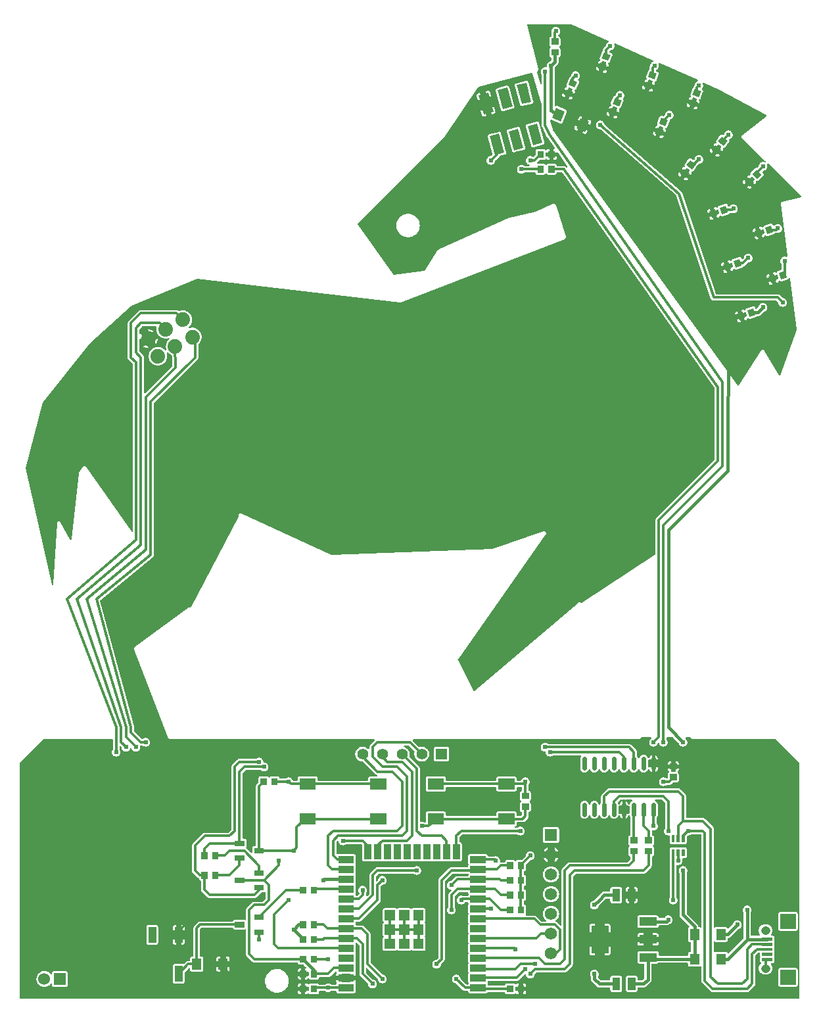
<source format=gbl>
G04 Layer: BottomLayer*
G04 EasyEDA v6.4.17, 2021-02-25T15:28:36--5:00*
G04 aa3373424ab044808dd5acc0b6461e4b,072da06717534aa28f27f5ff42559d36,10*
G04 Gerber Generator version 0.2*
G04 Scale: 100 percent, Rotated: No, Reflected: No *
G04 Dimensions in inches *
G04 leading zeros omitted , absolute positions ,3 integer and 6 decimal *
%FSLAX36Y36*%
%MOIN*%

%ADD11C,0.0120*%
%ADD12C,0.0160*%
%ADD13C,0.0240*%
%ADD17C,0.0620*%
%ADD18R,0.0620X0.0620*%
%ADD20C,0.0600*%
%ADD22C,0.0557*%
%ADD24C,0.0740*%
%ADD25C,0.0433*%
%ADD26C,0.0236*%

%LPD*%
G36*
X3652940Y3357500D02*
G01*
X3651500Y3358060D01*
X3650380Y3359100D01*
X2715419Y4654420D01*
X2714800Y4655700D01*
X2702580Y4700520D01*
X2702500Y4702300D01*
X2703200Y4703940D01*
X2704540Y4705100D01*
X2706259Y4705580D01*
X2708000Y4705260D01*
X2750220Y4687340D01*
X2752600Y4686640D01*
X2754840Y4686480D01*
X2757080Y4686840D01*
X2759160Y4687700D01*
X2761019Y4688980D01*
X2762540Y4690660D01*
X2763759Y4692820D01*
X2785120Y4743140D01*
X2785820Y4745520D01*
X2785960Y4747760D01*
X2785600Y4750000D01*
X2784760Y4752080D01*
X2783480Y4753940D01*
X2781800Y4755460D01*
X2779640Y4756680D01*
X2736560Y4774960D01*
X2734200Y4775660D01*
X2731940Y4775820D01*
X2729720Y4775460D01*
X2728600Y4775000D01*
X2727080Y4774720D01*
X2725539Y4775020D01*
X2724260Y4775900D01*
X2723399Y4777180D01*
X2723100Y4778720D01*
X2723100Y4966240D01*
X2723279Y4967440D01*
X2724120Y4968960D01*
X2725760Y4972440D01*
X2726460Y4975120D01*
X2726860Y4976080D01*
X2727500Y4976900D01*
X2738279Y4987700D01*
X2740380Y4990480D01*
X2741860Y4993460D01*
X2742780Y4996680D01*
X2743100Y5000180D01*
X2743100Y5018380D01*
X2743440Y5019980D01*
X2744380Y5021320D01*
X2745779Y5022160D01*
X2747080Y5022620D01*
X2749000Y5023820D01*
X2750600Y5025420D01*
X2751800Y5027320D01*
X2752540Y5029460D01*
X2752820Y5031920D01*
X2752820Y5062960D01*
X2752540Y5065440D01*
X2751800Y5067560D01*
X2750600Y5069480D01*
X2749000Y5071060D01*
X2748140Y5071620D01*
X2746980Y5072720D01*
X2746340Y5074200D01*
X2746340Y5075800D01*
X2746980Y5077280D01*
X2748140Y5078380D01*
X2749000Y5078940D01*
X2750600Y5080520D01*
X2751800Y5082440D01*
X2752540Y5084560D01*
X2752820Y5087040D01*
X2752820Y5118080D01*
X2752540Y5120540D01*
X2751800Y5122680D01*
X2750600Y5124580D01*
X2749000Y5126180D01*
X2747080Y5127380D01*
X2743260Y5128579D01*
X2742120Y5129480D01*
X2741360Y5130720D01*
X2741100Y5132140D01*
X2741100Y5133840D01*
X2741300Y5135100D01*
X2741900Y5136220D01*
X2742799Y5137100D01*
X2744200Y5138080D01*
X2746920Y5140800D01*
X2749120Y5143960D01*
X2750760Y5147440D01*
X2751740Y5151160D01*
X2752080Y5155000D01*
X2751740Y5158840D01*
X2750760Y5162560D01*
X2749120Y5166040D01*
X2746920Y5169200D01*
X2744200Y5171920D01*
X2741040Y5174120D01*
X2737559Y5175760D01*
X2733840Y5176740D01*
X2730000Y5177080D01*
X2726160Y5176740D01*
X2722440Y5175760D01*
X2718960Y5174120D01*
X2715800Y5171920D01*
X2713080Y5169200D01*
X2710880Y5166040D01*
X2709240Y5162560D01*
X2708260Y5158840D01*
X2707919Y5155000D01*
X2708260Y5151160D01*
X2708759Y5149260D01*
X2708900Y5148220D01*
X2708900Y5132140D01*
X2708639Y5130720D01*
X2707880Y5129480D01*
X2706740Y5128579D01*
X2705040Y5128120D01*
X2702919Y5127380D01*
X2701000Y5126180D01*
X2699400Y5124580D01*
X2698200Y5122680D01*
X2697460Y5120540D01*
X2697180Y5118080D01*
X2697180Y5087040D01*
X2697460Y5084560D01*
X2698200Y5082440D01*
X2699400Y5080520D01*
X2701000Y5078940D01*
X2701880Y5078380D01*
X2703020Y5077280D01*
X2703660Y5075800D01*
X2703660Y5074200D01*
X2703020Y5072720D01*
X2701880Y5071620D01*
X2701000Y5071060D01*
X2699400Y5069480D01*
X2698200Y5067560D01*
X2697460Y5065440D01*
X2697180Y5062960D01*
X2697180Y5031920D01*
X2697460Y5029460D01*
X2698200Y5027320D01*
X2699400Y5025420D01*
X2701000Y5023820D01*
X2702919Y5022620D01*
X2704220Y5022160D01*
X2705620Y5021320D01*
X2706560Y5019980D01*
X2706900Y5018380D01*
X2706900Y5009160D01*
X2706600Y5007620D01*
X2705720Y5006320D01*
X2701900Y5002500D01*
X2701080Y5001860D01*
X2700120Y5001460D01*
X2697440Y5000760D01*
X2693960Y4999120D01*
X2690800Y4996920D01*
X2688080Y4994200D01*
X2685880Y4991040D01*
X2684240Y4987560D01*
X2683260Y4983840D01*
X2682919Y4980000D01*
X2683260Y4976080D01*
X2683039Y4974360D01*
X2682100Y4972900D01*
X2680640Y4971960D01*
X2678920Y4971740D01*
X2675000Y4972080D01*
X2671160Y4971740D01*
X2667440Y4970760D01*
X2663960Y4969120D01*
X2660800Y4966920D01*
X2658080Y4964200D01*
X2655880Y4961040D01*
X2654240Y4957560D01*
X2653260Y4953840D01*
X2652919Y4950000D01*
X2653260Y4946160D01*
X2654240Y4942440D01*
X2655880Y4938960D01*
X2658180Y4935660D01*
X2658720Y4934580D01*
X2658900Y4933380D01*
X2658900Y4890560D01*
X2658560Y4888980D01*
X2657620Y4887640D01*
X2656220Y4886800D01*
X2654620Y4886580D01*
X2653039Y4887020D01*
X2651780Y4888060D01*
X2651040Y4889520D01*
X2635059Y4948140D01*
X2634940Y4949640D01*
X2635380Y4951080D01*
X2636300Y4952240D01*
X2636940Y4952780D01*
X2638500Y4954820D01*
X2638920Y4955540D01*
X2639780Y4957860D01*
X2640059Y4960160D01*
X2639740Y4962680D01*
X2584180Y5184920D01*
X2584080Y5186380D01*
X2584520Y5187760D01*
X2585400Y5188900D01*
X2586640Y5189640D01*
X2588060Y5189900D01*
X2807040Y5189900D01*
X2808639Y5189560D01*
X2995700Y5107260D01*
X2996940Y5106400D01*
X2997780Y5105120D01*
X2998080Y5103640D01*
X2997820Y5102140D01*
X2997000Y5100860D01*
X2995779Y5099980D01*
X2993960Y5099120D01*
X2990800Y5096920D01*
X2988080Y5094200D01*
X2985880Y5091040D01*
X2984240Y5087560D01*
X2983260Y5083840D01*
X2983100Y5082200D01*
X2982740Y5080860D01*
X2981960Y5079720D01*
X2973180Y5070960D01*
X2971060Y5068360D01*
X2969580Y5065580D01*
X2968660Y5062560D01*
X2968320Y5059240D01*
X2968320Y5057640D01*
X2968140Y5056440D01*
X2967620Y5055360D01*
X2966120Y5053960D01*
X2964700Y5052220D01*
X2963600Y5050000D01*
X2952980Y5020820D01*
X2952400Y5018400D01*
X2952360Y5016160D01*
X2952840Y5013940D01*
X2953800Y5011900D01*
X2954420Y5011100D01*
X2955140Y5009660D01*
X2955220Y5008060D01*
X2954680Y5006540D01*
X2953580Y5005380D01*
X2952100Y5004720D01*
X2951100Y5004520D01*
X2949060Y5003560D01*
X2947280Y5002180D01*
X2945860Y5000420D01*
X2944740Y4998200D01*
X2942980Y4993360D01*
X2958440Y4987740D01*
X2963540Y5001740D01*
X2964360Y5003060D01*
X2965620Y5003980D01*
X2967120Y5004360D01*
X2968680Y5004120D01*
X2982500Y4999100D01*
X2983840Y4998280D01*
X2984760Y4997020D01*
X2985120Y4995500D01*
X2984880Y4993960D01*
X2979800Y4979960D01*
X2995260Y4974340D01*
X2997020Y4979180D01*
X2997600Y4981600D01*
X2997640Y4983840D01*
X2997160Y4986060D01*
X2996200Y4988100D01*
X2995580Y4988900D01*
X2994860Y4990340D01*
X2994780Y4991940D01*
X2995320Y4993460D01*
X2996420Y4994620D01*
X2997900Y4995280D01*
X2998900Y4995480D01*
X3000940Y4996440D01*
X3002720Y4997820D01*
X3004140Y4999580D01*
X3005260Y5001800D01*
X3015880Y5030960D01*
X3016460Y5033380D01*
X3016480Y5035640D01*
X3016000Y5037840D01*
X3015059Y5039880D01*
X3013680Y5041660D01*
X3011920Y5043100D01*
X3009700Y5044200D01*
X3003159Y5046580D01*
X3001780Y5047440D01*
X3000860Y5048760D01*
X3000520Y5050340D01*
X3000520Y5051100D01*
X3000840Y5052640D01*
X3001700Y5053940D01*
X3004720Y5056960D01*
X3005860Y5057740D01*
X3007200Y5058100D01*
X3008840Y5058260D01*
X3012559Y5059240D01*
X3016040Y5060880D01*
X3019200Y5063080D01*
X3021920Y5065800D01*
X3024120Y5068960D01*
X3025760Y5072440D01*
X3026740Y5076160D01*
X3027080Y5080000D01*
X3026740Y5083840D01*
X3025940Y5086840D01*
X3025840Y5088340D01*
X3026280Y5089760D01*
X3027200Y5090920D01*
X3028500Y5091660D01*
X3029960Y5091880D01*
X3031420Y5091540D01*
X3221800Y5007780D01*
X3223039Y5006920D01*
X3223880Y5005640D01*
X3224180Y5004160D01*
X3223920Y5002660D01*
X3223100Y5001380D01*
X3221880Y5000480D01*
X3218960Y4999120D01*
X3215800Y4996920D01*
X3213080Y4994200D01*
X3210880Y4991040D01*
X3209240Y4987560D01*
X3208260Y4983840D01*
X3208080Y4981820D01*
X3207799Y4980660D01*
X3206500Y4978820D01*
X3205020Y4976040D01*
X3204100Y4973020D01*
X3203780Y4969680D01*
X3203780Y4962400D01*
X3203580Y4961180D01*
X3203039Y4960080D01*
X3202080Y4959120D01*
X3200620Y4957400D01*
X3199480Y4955180D01*
X3188340Y4926200D01*
X3187720Y4923800D01*
X3187660Y4921540D01*
X3188080Y4919340D01*
X3189000Y4917280D01*
X3189620Y4916460D01*
X3190299Y4915000D01*
X3190360Y4913400D01*
X3189800Y4911900D01*
X3188680Y4910740D01*
X3187200Y4910120D01*
X3186180Y4909920D01*
X3184120Y4909020D01*
X3182320Y4907660D01*
X3180860Y4905940D01*
X3179720Y4903740D01*
X3177880Y4898920D01*
X3193240Y4893020D01*
X3198580Y4906940D01*
X3199400Y4908260D01*
X3200680Y4909160D01*
X3202200Y4909500D01*
X3203740Y4909240D01*
X3217480Y4903960D01*
X3218800Y4903120D01*
X3219700Y4901860D01*
X3220040Y4900340D01*
X3219780Y4898800D01*
X3214440Y4884880D01*
X3229820Y4879000D01*
X3231660Y4883800D01*
X3232280Y4886200D01*
X3232340Y4888460D01*
X3231920Y4890660D01*
X3231000Y4892720D01*
X3230380Y4893560D01*
X3229700Y4895000D01*
X3229640Y4896600D01*
X3230200Y4898100D01*
X3231320Y4899260D01*
X3232799Y4899880D01*
X3233820Y4900080D01*
X3235880Y4900980D01*
X3237679Y4902340D01*
X3239140Y4904060D01*
X3240280Y4906260D01*
X3251400Y4935260D01*
X3252040Y4937660D01*
X3252100Y4939900D01*
X3251660Y4942120D01*
X3250740Y4944180D01*
X3249400Y4945980D01*
X3247679Y4947440D01*
X3245460Y4948600D01*
X3238540Y4951240D01*
X3237200Y4952100D01*
X3236300Y4953420D01*
X3235980Y4954980D01*
X3235980Y4955960D01*
X3236259Y4957440D01*
X3237060Y4958700D01*
X3238279Y4959580D01*
X3241040Y4960880D01*
X3244200Y4963080D01*
X3246920Y4965800D01*
X3249120Y4968960D01*
X3250760Y4972440D01*
X3251740Y4976160D01*
X3252080Y4980000D01*
X3251740Y4983820D01*
X3250620Y4987980D01*
X3250500Y4989460D01*
X3250940Y4990880D01*
X3251880Y4992060D01*
X3253159Y4992800D01*
X3254640Y4993020D01*
X3256100Y4992680D01*
X3447960Y4908260D01*
X3449280Y4907320D01*
X3450120Y4905940D01*
X3450340Y4904320D01*
X3449900Y4902760D01*
X3448880Y4901500D01*
X3443960Y4899120D01*
X3440800Y4896920D01*
X3438080Y4894200D01*
X3435880Y4891040D01*
X3434240Y4887560D01*
X3433260Y4883840D01*
X3433080Y4881940D01*
X3432799Y4880780D01*
X3432200Y4879740D01*
X3431060Y4878360D01*
X3429600Y4875620D01*
X3428519Y4871820D01*
X3427980Y4870660D01*
X3427120Y4869740D01*
X3426120Y4868960D01*
X3424700Y4867220D01*
X3423600Y4865000D01*
X3412980Y4835820D01*
X3412400Y4833400D01*
X3412360Y4831160D01*
X3412840Y4828940D01*
X3413800Y4826900D01*
X3414420Y4826100D01*
X3415140Y4824660D01*
X3415220Y4823060D01*
X3414680Y4821540D01*
X3413580Y4820380D01*
X3412100Y4819720D01*
X3411100Y4819520D01*
X3409060Y4818560D01*
X3407280Y4817180D01*
X3405860Y4815420D01*
X3404740Y4813200D01*
X3402980Y4808360D01*
X3418440Y4802740D01*
X3423540Y4816740D01*
X3424360Y4818060D01*
X3425620Y4818980D01*
X3427120Y4819360D01*
X3428680Y4819120D01*
X3442500Y4814100D01*
X3443840Y4813280D01*
X3444760Y4812020D01*
X3445120Y4810500D01*
X3444880Y4808960D01*
X3439800Y4794960D01*
X3455260Y4789340D01*
X3457020Y4794180D01*
X3457600Y4796600D01*
X3457640Y4798840D01*
X3457160Y4801060D01*
X3456200Y4803100D01*
X3455580Y4803900D01*
X3454860Y4805340D01*
X3454780Y4806940D01*
X3455320Y4808460D01*
X3456420Y4809620D01*
X3457900Y4810280D01*
X3458900Y4810480D01*
X3460940Y4811440D01*
X3462720Y4812820D01*
X3464140Y4814580D01*
X3465260Y4816800D01*
X3475880Y4845960D01*
X3476460Y4848380D01*
X3476480Y4850640D01*
X3476000Y4852840D01*
X3475059Y4854880D01*
X3473680Y4856660D01*
X3470560Y4859100D01*
X3469780Y4860380D01*
X3469540Y4861880D01*
X3469860Y4863340D01*
X3470700Y4864600D01*
X3471920Y4865800D01*
X3474120Y4868960D01*
X3475760Y4872440D01*
X3476740Y4876160D01*
X3477080Y4880000D01*
X3476740Y4883840D01*
X3475760Y4887560D01*
X3475260Y4888600D01*
X3474900Y4890160D01*
X3475160Y4891740D01*
X3476040Y4893080D01*
X3477360Y4893980D01*
X3478940Y4894280D01*
X3480500Y4893940D01*
X3555700Y4860840D01*
X3796259Y4731320D01*
X3797480Y4730300D01*
X3798200Y4728920D01*
X3798340Y4727340D01*
X3797860Y4725840D01*
X3796840Y4724640D01*
X3673860Y4628020D01*
X3672140Y4626300D01*
X3670940Y4624340D01*
X3670260Y4622160D01*
X3670080Y4620180D01*
X3670220Y4617840D01*
X3670940Y4615640D01*
X3672140Y4613680D01*
X3673060Y4612660D01*
X3792340Y4497100D01*
X3793240Y4495780D01*
X3793560Y4494220D01*
X3793240Y4492660D01*
X3792340Y4491340D01*
X3791000Y4490500D01*
X3789420Y4490240D01*
X3783840Y4491740D01*
X3780000Y4492080D01*
X3776160Y4491740D01*
X3772440Y4490760D01*
X3768960Y4489120D01*
X3765800Y4486920D01*
X3763080Y4484200D01*
X3760880Y4481040D01*
X3759240Y4477560D01*
X3758260Y4473840D01*
X3758100Y4472200D01*
X3757740Y4470860D01*
X3756960Y4469720D01*
X3751560Y4464340D01*
X3750260Y4463460D01*
X3748740Y4463160D01*
X3746960Y4463160D01*
X3744760Y4462660D01*
X3742740Y4461680D01*
X3740800Y4460140D01*
X3718840Y4438180D01*
X3717300Y4436240D01*
X3716320Y4434200D01*
X3715820Y4432000D01*
X3715820Y4429740D01*
X3716040Y4428740D01*
X3716080Y4427140D01*
X3715480Y4425660D01*
X3714340Y4424520D01*
X3712860Y4423920D01*
X3711259Y4423960D01*
X3710260Y4424180D01*
X3708000Y4424180D01*
X3705800Y4423680D01*
X3703759Y4422700D01*
X3701820Y4421160D01*
X3698180Y4417520D01*
X3709820Y4405880D01*
X3720340Y4416420D01*
X3721640Y4417280D01*
X3723180Y4417580D01*
X3724700Y4417280D01*
X3726000Y4416420D01*
X3736420Y4406000D01*
X3737280Y4404700D01*
X3737580Y4403180D01*
X3737280Y4401640D01*
X3736420Y4400340D01*
X3725880Y4389820D01*
X3737520Y4378180D01*
X3741160Y4381820D01*
X3742700Y4383760D01*
X3743680Y4385800D01*
X3744180Y4388000D01*
X3744180Y4390260D01*
X3743960Y4391260D01*
X3743920Y4392860D01*
X3744520Y4394340D01*
X3745659Y4395480D01*
X3747140Y4396080D01*
X3748759Y4396040D01*
X3749760Y4395820D01*
X3752000Y4395820D01*
X3754200Y4396320D01*
X3756240Y4397300D01*
X3758180Y4398840D01*
X3780140Y4420800D01*
X3781680Y4422740D01*
X3782660Y4424760D01*
X3783159Y4426960D01*
X3783159Y4429220D01*
X3782660Y4431420D01*
X3781680Y4433460D01*
X3780140Y4435400D01*
X3776980Y4438560D01*
X3776100Y4439840D01*
X3775800Y4441380D01*
X3776100Y4442920D01*
X3776980Y4444200D01*
X3779720Y4446960D01*
X3780860Y4447740D01*
X3782200Y4448100D01*
X3783840Y4448260D01*
X3787559Y4449240D01*
X3791040Y4450880D01*
X3794200Y4453080D01*
X3796920Y4455800D01*
X3799120Y4458960D01*
X3800760Y4462440D01*
X3801740Y4466160D01*
X3802080Y4470000D01*
X3801740Y4473840D01*
X3800760Y4477560D01*
X3800220Y4478700D01*
X3799840Y4480240D01*
X3800100Y4481800D01*
X3800920Y4483140D01*
X3802200Y4484060D01*
X3803740Y4484400D01*
X3805299Y4484120D01*
X3806620Y4483280D01*
X3974760Y4320400D01*
X3975680Y4319000D01*
X3975960Y4317320D01*
X3975520Y4315700D01*
X3974460Y4314400D01*
X3972940Y4313640D01*
X3877780Y4289860D01*
X3875400Y4288940D01*
X3873500Y4287620D01*
X3871960Y4285860D01*
X3870539Y4283260D01*
X3870000Y4281060D01*
X3870000Y4278500D01*
X3902940Y4015000D01*
X3902840Y4013440D01*
X3902140Y4012060D01*
X3900960Y4011040D01*
X3899480Y4010539D01*
X3897940Y4010640D01*
X3893840Y4011740D01*
X3890000Y4012080D01*
X3886160Y4011740D01*
X3882440Y4010760D01*
X3878960Y4009120D01*
X3875800Y4006920D01*
X3873080Y4004200D01*
X3870880Y4001040D01*
X3869240Y3997559D01*
X3868260Y3993840D01*
X3867919Y3990000D01*
X3868260Y3986160D01*
X3869240Y3982440D01*
X3870880Y3978960D01*
X3873180Y3975659D01*
X3873720Y3974580D01*
X3873900Y3973380D01*
X3873900Y3948300D01*
X3873560Y3946660D01*
X3872580Y3945320D01*
X3871139Y3944500D01*
X3857840Y3940179D01*
X3855580Y3939140D01*
X3853800Y3937780D01*
X3852340Y3936040D01*
X3851320Y3934040D01*
X3851080Y3933039D01*
X3850380Y3931600D01*
X3849160Y3930539D01*
X3847640Y3930040D01*
X3846040Y3930200D01*
X3844640Y3930960D01*
X3843840Y3931600D01*
X3841840Y3932640D01*
X3839640Y3933180D01*
X3837400Y3933240D01*
X3834960Y3932740D01*
X3830059Y3931139D01*
X3835140Y3915500D01*
X3849320Y3920100D01*
X3850860Y3920280D01*
X3852360Y3919860D01*
X3853580Y3918880D01*
X3854360Y3917520D01*
X3858900Y3903540D01*
X3859080Y3901980D01*
X3858660Y3900480D01*
X3857700Y3899260D01*
X3856340Y3898500D01*
X3842160Y3893880D01*
X3847260Y3878240D01*
X3852160Y3879820D01*
X3854420Y3880860D01*
X3856200Y3882220D01*
X3857660Y3883960D01*
X3858680Y3885960D01*
X3858920Y3886960D01*
X3859620Y3888399D01*
X3860840Y3889460D01*
X3862360Y3889960D01*
X3863960Y3889800D01*
X3865360Y3889040D01*
X3866160Y3888399D01*
X3868159Y3887360D01*
X3870360Y3886820D01*
X3872600Y3886760D01*
X3875040Y3887260D01*
X3904560Y3896860D01*
X3906820Y3897880D01*
X3908620Y3899240D01*
X3910360Y3901340D01*
X3911560Y3902320D01*
X3913039Y3902760D01*
X3914560Y3902620D01*
X3915940Y3901920D01*
X3916920Y3900740D01*
X3917420Y3899280D01*
X3949560Y3642100D01*
X3949560Y3641160D01*
X3949360Y3640240D01*
X3866980Y3411440D01*
X3866220Y3410140D01*
X3865020Y3409220D01*
X3863560Y3408800D01*
X3862060Y3408960D01*
X3860720Y3409660D01*
X3859740Y3410800D01*
X3788880Y3534800D01*
X3787360Y3536840D01*
X3785580Y3538320D01*
X3783500Y3539320D01*
X3781120Y3539820D01*
X3779400Y3539860D01*
X3777580Y3539640D01*
X3775360Y3538860D01*
X3773420Y3537600D01*
X3771500Y3535460D01*
X3656980Y3359260D01*
X3655899Y3358159D01*
X3654500Y3357540D01*
G37*

%LPC*%
G36*
X3660200Y3679740D02*
G01*
X3662620Y3680240D01*
X3667520Y3681820D01*
X3662440Y3697480D01*
X3647720Y3692700D01*
X3649620Y3686860D01*
X3650640Y3684600D01*
X3652000Y3682799D01*
X3653740Y3681360D01*
X3655760Y3680340D01*
X3657940Y3679780D01*
G37*
G36*
X3687260Y3688240D02*
G01*
X3692160Y3689820D01*
X3694420Y3690860D01*
X3696200Y3692220D01*
X3697660Y3693960D01*
X3698680Y3695960D01*
X3698920Y3696960D01*
X3699620Y3698399D01*
X3700840Y3699460D01*
X3702360Y3699960D01*
X3703960Y3699800D01*
X3705360Y3699040D01*
X3706160Y3698399D01*
X3708159Y3697360D01*
X3710360Y3696820D01*
X3712600Y3696760D01*
X3715040Y3697260D01*
X3744560Y3706860D01*
X3746820Y3707880D01*
X3749020Y3709580D01*
X3750160Y3710200D01*
X3751440Y3710419D01*
X3754240Y3710440D01*
X3757660Y3710920D01*
X3760820Y3711980D01*
X3763740Y3713600D01*
X3766460Y3715860D01*
X3783100Y3732500D01*
X3783920Y3733140D01*
X3784880Y3733540D01*
X3787559Y3734240D01*
X3791040Y3735880D01*
X3794200Y3738080D01*
X3796920Y3740800D01*
X3799120Y3743960D01*
X3800760Y3747440D01*
X3801740Y3751160D01*
X3802080Y3755000D01*
X3801740Y3758840D01*
X3800760Y3762559D01*
X3799120Y3766040D01*
X3796920Y3769200D01*
X3794200Y3771920D01*
X3791040Y3774120D01*
X3787559Y3775760D01*
X3783840Y3776740D01*
X3780000Y3777080D01*
X3776160Y3776740D01*
X3772440Y3775760D01*
X3768960Y3774120D01*
X3765800Y3771920D01*
X3763080Y3769200D01*
X3760880Y3766040D01*
X3759240Y3762559D01*
X3758540Y3759880D01*
X3758140Y3758920D01*
X3757500Y3758100D01*
X3747980Y3748580D01*
X3746620Y3747679D01*
X3745020Y3747420D01*
X3743460Y3747780D01*
X3742160Y3748759D01*
X3741360Y3750179D01*
X3740380Y3753140D01*
X3739360Y3755400D01*
X3738000Y3757200D01*
X3736259Y3758639D01*
X3734260Y3759660D01*
X3732060Y3760220D01*
X3729800Y3760260D01*
X3727380Y3759760D01*
X3697840Y3750179D01*
X3695580Y3749140D01*
X3693800Y3747780D01*
X3692340Y3746040D01*
X3691320Y3744040D01*
X3691080Y3743039D01*
X3690380Y3741600D01*
X3689160Y3740539D01*
X3687640Y3740040D01*
X3686040Y3740200D01*
X3684640Y3740960D01*
X3683840Y3741600D01*
X3681840Y3742640D01*
X3679640Y3743180D01*
X3677400Y3743240D01*
X3674960Y3742740D01*
X3670059Y3741139D01*
X3675140Y3725500D01*
X3689320Y3730100D01*
X3690860Y3730280D01*
X3692360Y3729860D01*
X3693580Y3728880D01*
X3694360Y3727520D01*
X3698900Y3713540D01*
X3699080Y3711980D01*
X3698660Y3710480D01*
X3697700Y3709260D01*
X3696340Y3708500D01*
X3682160Y3703880D01*
G37*
G36*
X3640700Y3714300D02*
G01*
X3655419Y3719080D01*
X3650340Y3734740D01*
X3645440Y3733140D01*
X3643180Y3732120D01*
X3641380Y3730740D01*
X3639940Y3729020D01*
X3638900Y3727000D01*
X3638360Y3724820D01*
X3638300Y3722559D01*
X3638800Y3720140D01*
G37*
G36*
X3880000Y3757919D02*
G01*
X3883840Y3758260D01*
X3887559Y3759240D01*
X3891040Y3760880D01*
X3894200Y3763080D01*
X3896920Y3765800D01*
X3899120Y3768960D01*
X3900760Y3772440D01*
X3901740Y3776160D01*
X3902080Y3780000D01*
X3901740Y3783840D01*
X3900760Y3787559D01*
X3899120Y3791040D01*
X3896920Y3794200D01*
X3894200Y3796920D01*
X3891040Y3799120D01*
X3887559Y3800760D01*
X3883840Y3801740D01*
X3882200Y3801900D01*
X3880860Y3802260D01*
X3879720Y3803039D01*
X3866520Y3816240D01*
X3863940Y3818380D01*
X3861160Y3819860D01*
X3858140Y3820779D01*
X3854800Y3821100D01*
X3544480Y3821100D01*
X3542860Y3821440D01*
X3541520Y3822400D01*
X3540700Y3823840D01*
X3370320Y4334960D01*
X3369020Y4337900D01*
X3367220Y4340480D01*
X3365500Y4342200D01*
X2978100Y4681180D01*
X2977160Y4682380D01*
X2975760Y4687560D01*
X2974120Y4691040D01*
X2971920Y4694200D01*
X2969200Y4696920D01*
X2966040Y4699120D01*
X2962559Y4700760D01*
X2958840Y4701740D01*
X2955000Y4702080D01*
X2951160Y4701740D01*
X2947440Y4700760D01*
X2943960Y4699120D01*
X2940800Y4696920D01*
X2938080Y4694200D01*
X2935880Y4691040D01*
X2934240Y4687560D01*
X2933260Y4683840D01*
X2932919Y4680000D01*
X2933260Y4676160D01*
X2934240Y4672440D01*
X2935880Y4668960D01*
X2938080Y4665800D01*
X2940800Y4663080D01*
X2943960Y4660880D01*
X2947440Y4659240D01*
X2951160Y4658260D01*
X2954580Y4657960D01*
X2955800Y4657640D01*
X2956860Y4656980D01*
X3340299Y4321480D01*
X3340980Y4320680D01*
X3341460Y4319740D01*
X3515100Y3798900D01*
X3516040Y3796980D01*
X3516580Y3796100D01*
X3517880Y3794420D01*
X3518580Y3793660D01*
X3520179Y3792260D01*
X3521019Y3791640D01*
X3522860Y3790580D01*
X3523800Y3790160D01*
X3525800Y3789460D01*
X3526800Y3789220D01*
X3528920Y3788940D01*
X3846680Y3788900D01*
X3848200Y3788600D01*
X3849500Y3787720D01*
X3856960Y3780280D01*
X3857740Y3779140D01*
X3858100Y3777799D01*
X3858260Y3776160D01*
X3859240Y3772440D01*
X3860880Y3768960D01*
X3863080Y3765800D01*
X3865800Y3763080D01*
X3868960Y3760880D01*
X3872440Y3759240D01*
X3876160Y3758260D01*
G37*
G36*
X3820200Y3869740D02*
G01*
X3822620Y3870240D01*
X3827520Y3871820D01*
X3822440Y3887480D01*
X3807720Y3882700D01*
X3809620Y3876860D01*
X3810640Y3874600D01*
X3812000Y3872799D01*
X3813740Y3871360D01*
X3815760Y3870340D01*
X3817940Y3869780D01*
G37*
G36*
X3800700Y3904300D02*
G01*
X3815419Y3909080D01*
X3810340Y3924740D01*
X3805440Y3923140D01*
X3803180Y3922120D01*
X3801380Y3920740D01*
X3799940Y3919020D01*
X3798900Y3917000D01*
X3798360Y3914820D01*
X3798300Y3912559D01*
X3798800Y3910140D01*
G37*
G36*
X3590200Y3929740D02*
G01*
X3592620Y3930240D01*
X3597520Y3931820D01*
X3592440Y3947480D01*
X3577720Y3942700D01*
X3579620Y3936860D01*
X3580640Y3934600D01*
X3582000Y3932799D01*
X3583740Y3931360D01*
X3585760Y3930340D01*
X3587940Y3929780D01*
G37*
G36*
X3617260Y3938240D02*
G01*
X3622160Y3939820D01*
X3624420Y3940860D01*
X3626200Y3942220D01*
X3627660Y3943960D01*
X3628680Y3945960D01*
X3628920Y3946960D01*
X3629620Y3948399D01*
X3630840Y3949460D01*
X3632360Y3949960D01*
X3633960Y3949800D01*
X3635360Y3949040D01*
X3636160Y3948399D01*
X3638159Y3947360D01*
X3640360Y3946820D01*
X3642600Y3946760D01*
X3645040Y3947260D01*
X3674560Y3956860D01*
X3676820Y3957880D01*
X3678620Y3959260D01*
X3681060Y3962240D01*
X3682480Y3963000D01*
X3684680Y3963660D01*
X3687460Y3965160D01*
X3690040Y3967280D01*
X3704720Y3981960D01*
X3705860Y3982740D01*
X3707200Y3983100D01*
X3708840Y3983260D01*
X3712559Y3984240D01*
X3716040Y3985880D01*
X3719200Y3988080D01*
X3721920Y3990800D01*
X3724120Y3993960D01*
X3725760Y3997440D01*
X3726740Y4001160D01*
X3727080Y4005000D01*
X3726740Y4008840D01*
X3725760Y4012559D01*
X3724120Y4016040D01*
X3721920Y4019200D01*
X3719200Y4021920D01*
X3716040Y4024120D01*
X3712559Y4025760D01*
X3708840Y4026740D01*
X3705000Y4027080D01*
X3701160Y4026740D01*
X3697440Y4025760D01*
X3693960Y4024120D01*
X3690800Y4021920D01*
X3688080Y4019200D01*
X3685880Y4016040D01*
X3684240Y4012559D01*
X3683260Y4008840D01*
X3683100Y4007200D01*
X3682740Y4005860D01*
X3681960Y4004720D01*
X3677460Y4000220D01*
X3676100Y3999320D01*
X3674500Y3999040D01*
X3672919Y3999420D01*
X3671620Y4000400D01*
X3670820Y4001820D01*
X3670380Y4003140D01*
X3669360Y4005400D01*
X3668000Y4007200D01*
X3666259Y4008639D01*
X3664260Y4009660D01*
X3662060Y4010220D01*
X3659800Y4010260D01*
X3657380Y4009760D01*
X3627840Y4000179D01*
X3625580Y3999140D01*
X3623800Y3997780D01*
X3622340Y3996040D01*
X3621320Y3994040D01*
X3621080Y3993039D01*
X3620380Y3991600D01*
X3619160Y3990539D01*
X3617640Y3990040D01*
X3616040Y3990200D01*
X3614640Y3990960D01*
X3613840Y3991600D01*
X3611840Y3992640D01*
X3609640Y3993180D01*
X3607400Y3993240D01*
X3604960Y3992740D01*
X3600059Y3991139D01*
X3605140Y3975500D01*
X3619320Y3980100D01*
X3620860Y3980280D01*
X3622360Y3979860D01*
X3623580Y3978880D01*
X3624360Y3977520D01*
X3628900Y3963540D01*
X3629080Y3961980D01*
X3628660Y3960480D01*
X3627700Y3959260D01*
X3626340Y3958500D01*
X3612160Y3953880D01*
G37*
G36*
X3570700Y3964300D02*
G01*
X3585419Y3969080D01*
X3580340Y3984740D01*
X3575440Y3983140D01*
X3573180Y3982120D01*
X3571380Y3980740D01*
X3569940Y3979020D01*
X3568900Y3977000D01*
X3568360Y3974820D01*
X3568300Y3972559D01*
X3568800Y3970140D01*
G37*
G36*
X3749500Y4100340D02*
G01*
X3751940Y4100800D01*
X3756860Y4102300D01*
X3752040Y4118039D01*
X3737260Y4113519D01*
X3739040Y4107660D01*
X3740040Y4105380D01*
X3741360Y4103560D01*
X3743080Y4102080D01*
X3745059Y4101019D01*
X3747240Y4100440D01*
G37*
G36*
X3776700Y4108380D02*
G01*
X3781620Y4109880D01*
X3783900Y4110860D01*
X3785720Y4112200D01*
X3787200Y4113900D01*
X3788260Y4115899D01*
X3788519Y4116900D01*
X3789240Y4118320D01*
X3790480Y4119360D01*
X3792000Y4119820D01*
X3793600Y4119660D01*
X3795000Y4118880D01*
X3795779Y4118200D01*
X3797760Y4117140D01*
X3799940Y4116560D01*
X3802200Y4116460D01*
X3804640Y4116920D01*
X3834340Y4126000D01*
X3836600Y4126980D01*
X3838399Y4128300D01*
X3840280Y4130520D01*
X3841640Y4131580D01*
X3843340Y4131960D01*
X3847860Y4131960D01*
X3851200Y4132280D01*
X3852700Y4132740D01*
X3858840Y4133260D01*
X3862559Y4134240D01*
X3866040Y4135880D01*
X3869200Y4138080D01*
X3871920Y4140800D01*
X3874120Y4143960D01*
X3875760Y4147440D01*
X3876740Y4151160D01*
X3877080Y4155000D01*
X3876740Y4158840D01*
X3875760Y4162559D01*
X3874120Y4166040D01*
X3871920Y4169200D01*
X3869200Y4171920D01*
X3866040Y4174120D01*
X3862559Y4175760D01*
X3858840Y4176740D01*
X3855000Y4177080D01*
X3851160Y4176740D01*
X3847440Y4175760D01*
X3843960Y4174120D01*
X3840800Y4171920D01*
X3838080Y4169180D01*
X3836700Y4168279D01*
X3835080Y4168020D01*
X3833500Y4168420D01*
X3832200Y4169400D01*
X3831420Y4170840D01*
X3830960Y4172340D01*
X3829980Y4174620D01*
X3828639Y4176440D01*
X3826940Y4177919D01*
X3824940Y4178980D01*
X3822760Y4179560D01*
X3820500Y4179660D01*
X3818060Y4179200D01*
X3788380Y4170120D01*
X3786100Y4169140D01*
X3784280Y4167799D01*
X3782799Y4166100D01*
X3781740Y4164100D01*
X3781480Y4163100D01*
X3780760Y4161680D01*
X3779520Y4160640D01*
X3778000Y4160179D01*
X3776400Y4160340D01*
X3775000Y4161120D01*
X3774220Y4161800D01*
X3772240Y4162860D01*
X3770059Y4163440D01*
X3767799Y4163540D01*
X3765360Y4163080D01*
X3760440Y4161580D01*
X3765240Y4145840D01*
X3779480Y4150200D01*
X3781040Y4150340D01*
X3782540Y4149900D01*
X3783740Y4148920D01*
X3784480Y4147540D01*
X3788780Y4133460D01*
X3788940Y4131900D01*
X3788500Y4130419D01*
X3787500Y4129200D01*
X3786139Y4128460D01*
X3771880Y4124120D01*
G37*
G36*
X3730600Y4135240D02*
G01*
X3745400Y4139780D01*
X3740600Y4155520D01*
X3735680Y4154000D01*
X3733399Y4153020D01*
X3731580Y4151680D01*
X3730100Y4149980D01*
X3729040Y4147980D01*
X3728440Y4145800D01*
X3728360Y4143560D01*
X3728820Y4141120D01*
G37*
G36*
X3520200Y4199740D02*
G01*
X3522620Y4200240D01*
X3527520Y4201820D01*
X3522440Y4217480D01*
X3507720Y4212700D01*
X3509620Y4206860D01*
X3510640Y4204600D01*
X3512000Y4202800D01*
X3513740Y4201360D01*
X3515760Y4200340D01*
X3517940Y4199780D01*
G37*
G36*
X3547260Y4208240D02*
G01*
X3552160Y4209820D01*
X3554420Y4210860D01*
X3556200Y4212220D01*
X3557660Y4213960D01*
X3558680Y4215960D01*
X3558920Y4216960D01*
X3559620Y4218400D01*
X3560840Y4219460D01*
X3562360Y4219960D01*
X3563960Y4219800D01*
X3565360Y4219040D01*
X3566160Y4218400D01*
X3568159Y4217360D01*
X3570360Y4216820D01*
X3572600Y4216760D01*
X3575040Y4217260D01*
X3604560Y4226860D01*
X3606820Y4227880D01*
X3608620Y4229260D01*
X3610080Y4230980D01*
X3611440Y4232040D01*
X3613140Y4232420D01*
X3623320Y4232420D01*
X3626660Y4232740D01*
X3628600Y4233040D01*
X3630000Y4232920D01*
X3633840Y4233260D01*
X3637559Y4234240D01*
X3641040Y4235880D01*
X3644200Y4238080D01*
X3646920Y4240800D01*
X3649120Y4243960D01*
X3650760Y4247440D01*
X3651740Y4251160D01*
X3652080Y4255000D01*
X3651740Y4258840D01*
X3650760Y4262560D01*
X3649120Y4266040D01*
X3646920Y4269200D01*
X3644200Y4271920D01*
X3641040Y4274120D01*
X3637559Y4275760D01*
X3633840Y4276740D01*
X3630000Y4277080D01*
X3626160Y4276740D01*
X3622440Y4275760D01*
X3618960Y4274120D01*
X3615800Y4271920D01*
X3613080Y4269200D01*
X3611080Y4266320D01*
X3610179Y4265420D01*
X3609060Y4264820D01*
X3607799Y4264620D01*
X3606060Y4264620D01*
X3604440Y4264960D01*
X3603080Y4265940D01*
X3602260Y4267380D01*
X3600380Y4273140D01*
X3599360Y4275400D01*
X3598000Y4277200D01*
X3596259Y4278640D01*
X3594260Y4279660D01*
X3592060Y4280220D01*
X3589800Y4280260D01*
X3587380Y4279760D01*
X3557840Y4270180D01*
X3555580Y4269140D01*
X3553800Y4267780D01*
X3552340Y4266040D01*
X3551320Y4264040D01*
X3551080Y4263040D01*
X3550380Y4261600D01*
X3549160Y4260540D01*
X3547640Y4260040D01*
X3546040Y4260200D01*
X3544640Y4260960D01*
X3543840Y4261600D01*
X3541840Y4262640D01*
X3539640Y4263180D01*
X3537400Y4263240D01*
X3534960Y4262740D01*
X3530059Y4261140D01*
X3535140Y4245500D01*
X3549320Y4250100D01*
X3550860Y4250280D01*
X3552360Y4249860D01*
X3553580Y4248880D01*
X3554360Y4247520D01*
X3558900Y4233540D01*
X3559080Y4231980D01*
X3558660Y4230480D01*
X3557700Y4229260D01*
X3556340Y4228500D01*
X3542160Y4223880D01*
G37*
G36*
X3500700Y4234300D02*
G01*
X3515419Y4239080D01*
X3510340Y4254740D01*
X3505440Y4253140D01*
X3503180Y4252120D01*
X3501380Y4250740D01*
X3499940Y4249020D01*
X3498900Y4247000D01*
X3498360Y4244820D01*
X3498300Y4242560D01*
X3498800Y4240140D01*
G37*
G36*
X3710779Y4356840D02*
G01*
X3713039Y4356840D01*
X3715240Y4357340D01*
X3717260Y4358320D01*
X3719200Y4359860D01*
X3722840Y4363500D01*
X3711220Y4375140D01*
X3700260Y4364200D01*
X3704600Y4359860D01*
X3706540Y4358320D01*
X3708580Y4357340D01*
G37*
G36*
X3684200Y4380260D02*
G01*
X3695140Y4391200D01*
X3683519Y4402840D01*
X3679860Y4399200D01*
X3678320Y4397260D01*
X3677340Y4395240D01*
X3676840Y4393040D01*
X3676840Y4390780D01*
X3677340Y4388580D01*
X3678320Y4386540D01*
X3679860Y4384600D01*
G37*
G36*
X3390299Y4399320D02*
G01*
X3392520Y4399700D01*
X3394600Y4400580D01*
X3396440Y4401900D01*
X3398080Y4403760D01*
X3401040Y4407980D01*
X3387540Y4417420D01*
X3378680Y4404740D01*
X3383700Y4401220D01*
X3385880Y4400040D01*
X3388039Y4399420D01*
G37*
G36*
X3360059Y4417760D02*
G01*
X3368940Y4430440D01*
X3355460Y4439880D01*
X3352500Y4435660D01*
X3351320Y4433480D01*
X3350700Y4431320D01*
X3350600Y4429060D01*
X3350980Y4426840D01*
X3351860Y4424760D01*
X3353180Y4422920D01*
X3355040Y4421280D01*
G37*
G36*
X3412940Y4424960D02*
G01*
X3415880Y4429180D01*
X3417080Y4431360D01*
X3417679Y4433540D01*
X3417799Y4435800D01*
X3417400Y4438020D01*
X3417000Y4438960D01*
X3416700Y4440540D01*
X3417020Y4442100D01*
X3417940Y4443420D01*
X3419300Y4444260D01*
X3420899Y4444500D01*
X3421920Y4444460D01*
X3424140Y4444840D01*
X3426220Y4445720D01*
X3428039Y4447040D01*
X3429680Y4448900D01*
X3448380Y4475620D01*
X3454720Y4481960D01*
X3455860Y4482740D01*
X3457200Y4483100D01*
X3458840Y4483260D01*
X3462559Y4484240D01*
X3466040Y4485880D01*
X3469200Y4488080D01*
X3471920Y4490800D01*
X3474120Y4493960D01*
X3475760Y4497440D01*
X3476740Y4501160D01*
X3477080Y4505000D01*
X3476740Y4508840D01*
X3475760Y4512560D01*
X3474120Y4516040D01*
X3471920Y4519200D01*
X3469200Y4521920D01*
X3466040Y4524120D01*
X3462559Y4525760D01*
X3458840Y4526740D01*
X3455000Y4527080D01*
X3451160Y4526740D01*
X3447440Y4525760D01*
X3443960Y4524120D01*
X3440800Y4521920D01*
X3438080Y4519200D01*
X3435880Y4516040D01*
X3434240Y4512560D01*
X3433260Y4508840D01*
X3433100Y4507200D01*
X3432740Y4505860D01*
X3431960Y4504720D01*
X3430260Y4503040D01*
X3429120Y4502240D01*
X3427780Y4501880D01*
X3426400Y4502000D01*
X3425140Y4502580D01*
X3416300Y4508780D01*
X3414120Y4509960D01*
X3411960Y4510580D01*
X3409700Y4510700D01*
X3407480Y4510300D01*
X3405400Y4509420D01*
X3403560Y4508100D01*
X3401920Y4506240D01*
X3384120Y4480820D01*
X3382940Y4478640D01*
X3382320Y4476460D01*
X3382200Y4474200D01*
X3382600Y4471980D01*
X3383000Y4471040D01*
X3383320Y4469460D01*
X3382980Y4467900D01*
X3382060Y4466580D01*
X3380700Y4465740D01*
X3379120Y4465500D01*
X3378080Y4465540D01*
X3375860Y4465160D01*
X3373780Y4464280D01*
X3371960Y4462960D01*
X3370320Y4461100D01*
X3367360Y4456880D01*
X3380840Y4447440D01*
X3389380Y4459640D01*
X3390520Y4460720D01*
X3391960Y4461280D01*
X3393519Y4461240D01*
X3394960Y4460620D01*
X3407000Y4452180D01*
X3408080Y4451060D01*
X3408660Y4449600D01*
X3408620Y4448040D01*
X3408000Y4446600D01*
X3399440Y4434420D01*
G37*
G36*
X3550299Y4519320D02*
G01*
X3552520Y4519700D01*
X3554600Y4520580D01*
X3556440Y4521900D01*
X3558080Y4523760D01*
X3561040Y4527980D01*
X3547540Y4537420D01*
X3538680Y4524740D01*
X3543700Y4521220D01*
X3545880Y4520040D01*
X3548039Y4519420D01*
G37*
G36*
X3520059Y4537760D02*
G01*
X3528940Y4550440D01*
X3515460Y4559880D01*
X3512500Y4555660D01*
X3511320Y4553480D01*
X3510700Y4551320D01*
X3510600Y4549060D01*
X3510980Y4546840D01*
X3511860Y4544760D01*
X3513180Y4542920D01*
X3515040Y4541280D01*
G37*
G36*
X3572940Y4544960D02*
G01*
X3575880Y4549180D01*
X3577080Y4551360D01*
X3577679Y4553540D01*
X3577799Y4555800D01*
X3577400Y4558020D01*
X3577000Y4558960D01*
X3576700Y4560540D01*
X3577020Y4562100D01*
X3577940Y4563420D01*
X3579300Y4564260D01*
X3580899Y4564500D01*
X3581920Y4564460D01*
X3584140Y4564840D01*
X3586220Y4565720D01*
X3588039Y4567040D01*
X3589680Y4568900D01*
X3607500Y4594340D01*
X3608680Y4596520D01*
X3609300Y4598680D01*
X3609400Y4600940D01*
X3609020Y4603160D01*
X3608540Y4605220D01*
X3608940Y4606860D01*
X3610000Y4608200D01*
X3611500Y4608960D01*
X3612559Y4609240D01*
X3616040Y4610880D01*
X3619200Y4613080D01*
X3621920Y4615800D01*
X3624120Y4618960D01*
X3625760Y4622440D01*
X3626740Y4626160D01*
X3627080Y4630000D01*
X3626740Y4633840D01*
X3625760Y4637560D01*
X3624120Y4641040D01*
X3621920Y4644200D01*
X3619200Y4646920D01*
X3616040Y4649120D01*
X3612559Y4650760D01*
X3608840Y4651740D01*
X3605000Y4652080D01*
X3601160Y4651740D01*
X3597440Y4650760D01*
X3593960Y4649120D01*
X3590800Y4646920D01*
X3588080Y4644200D01*
X3585880Y4641040D01*
X3584240Y4637560D01*
X3583260Y4633840D01*
X3583100Y4632200D01*
X3582740Y4630860D01*
X3581440Y4629220D01*
X3580000Y4628300D01*
X3578320Y4628060D01*
X3576680Y4628540D01*
X3574100Y4629980D01*
X3571960Y4630580D01*
X3569700Y4630700D01*
X3567480Y4630300D01*
X3565400Y4629420D01*
X3563560Y4628100D01*
X3561920Y4626240D01*
X3544120Y4600820D01*
X3542940Y4598640D01*
X3542320Y4596460D01*
X3542200Y4594200D01*
X3542600Y4591980D01*
X3543000Y4591040D01*
X3543320Y4589460D01*
X3542980Y4587900D01*
X3542060Y4586580D01*
X3540700Y4585740D01*
X3539120Y4585500D01*
X3538080Y4585540D01*
X3535860Y4585160D01*
X3533780Y4584280D01*
X3531960Y4582960D01*
X3530320Y4581100D01*
X3527360Y4576880D01*
X3540840Y4567440D01*
X3549380Y4579640D01*
X3550520Y4580720D01*
X3551960Y4581280D01*
X3553519Y4581240D01*
X3554960Y4580620D01*
X3567000Y4572180D01*
X3568080Y4571060D01*
X3568660Y4569600D01*
X3568620Y4568040D01*
X3568000Y4566600D01*
X3559440Y4554420D01*
G37*
G36*
X3265860Y4613160D02*
G01*
X3268080Y4613560D01*
X3270160Y4614440D01*
X3271980Y4615760D01*
X3273480Y4617460D01*
X3274660Y4619640D01*
X3276580Y4624420D01*
X3261320Y4630580D01*
X3255520Y4616240D01*
X3261220Y4613940D01*
X3263600Y4613260D01*
G37*
G36*
X3234460Y4624740D02*
G01*
X3240260Y4639080D01*
X3225000Y4645260D01*
X3223080Y4640480D01*
X3222400Y4638080D01*
X3222300Y4635840D01*
X3222700Y4633620D01*
X3223580Y4631540D01*
X3224900Y4629700D01*
X3226600Y4628220D01*
X3228780Y4627040D01*
G37*
G36*
X2878060Y4634180D02*
G01*
X2880280Y4634540D01*
X2882380Y4635400D01*
X2884240Y4636680D01*
X2885740Y4638340D01*
X2886960Y4640520D01*
X2891280Y4650680D01*
X2873420Y4658280D01*
X2865059Y4638600D01*
X2873440Y4635040D01*
X2875800Y4634340D01*
G37*
G36*
X3284360Y4643640D02*
G01*
X3286280Y4648420D01*
X3286940Y4650820D01*
X3287060Y4653060D01*
X3286660Y4655280D01*
X3285779Y4657360D01*
X3285179Y4658200D01*
X3284520Y4659660D01*
X3284480Y4661260D01*
X3285080Y4662760D01*
X3286220Y4663880D01*
X3287720Y4664480D01*
X3288720Y4664660D01*
X3290800Y4665540D01*
X3292620Y4666860D01*
X3294120Y4668560D01*
X3295299Y4670740D01*
X3306920Y4699520D01*
X3307600Y4701920D01*
X3307720Y4705640D01*
X3308260Y4707020D01*
X3309280Y4708080D01*
X3310600Y4708720D01*
X3312559Y4709240D01*
X3316040Y4710880D01*
X3319200Y4713080D01*
X3321920Y4715800D01*
X3324120Y4718960D01*
X3325760Y4722440D01*
X3326740Y4726160D01*
X3327080Y4730000D01*
X3326740Y4733840D01*
X3325760Y4737560D01*
X3324120Y4741040D01*
X3321920Y4744200D01*
X3319200Y4746920D01*
X3316040Y4749120D01*
X3312559Y4750760D01*
X3308840Y4751740D01*
X3305000Y4752080D01*
X3301160Y4751740D01*
X3297440Y4750760D01*
X3293960Y4749120D01*
X3290800Y4746920D01*
X3288080Y4744200D01*
X3285880Y4741040D01*
X3284240Y4737560D01*
X3283260Y4733840D01*
X3283100Y4732200D01*
X3282740Y4730860D01*
X3281960Y4729720D01*
X3277440Y4725200D01*
X3276139Y4724340D01*
X3274640Y4724040D01*
X3273100Y4724320D01*
X3268780Y4726060D01*
X3266400Y4726740D01*
X3264140Y4726840D01*
X3261920Y4726440D01*
X3259840Y4725560D01*
X3258020Y4724240D01*
X3256520Y4722540D01*
X3255340Y4720360D01*
X3243720Y4691580D01*
X3243060Y4689180D01*
X3242940Y4686940D01*
X3243340Y4684720D01*
X3244220Y4682640D01*
X3244820Y4681800D01*
X3245480Y4680340D01*
X3245520Y4678740D01*
X3244920Y4677260D01*
X3243780Y4676120D01*
X3242280Y4675520D01*
X3241280Y4675340D01*
X3239200Y4674460D01*
X3237380Y4673140D01*
X3235880Y4671440D01*
X3234700Y4669260D01*
X3232780Y4664480D01*
X3248039Y4658320D01*
X3253620Y4672140D01*
X3254460Y4673440D01*
X3255760Y4674320D01*
X3257280Y4674640D01*
X3258820Y4674340D01*
X3272460Y4668820D01*
X3273759Y4667980D01*
X3274640Y4666680D01*
X3274960Y4665160D01*
X3274680Y4663620D01*
X3269100Y4649820D01*
G37*
G36*
X2838720Y4649780D02*
G01*
X2847080Y4669460D01*
X2829200Y4677040D01*
X2824880Y4666860D01*
X2824180Y4664480D01*
X2824040Y4662240D01*
X2824400Y4660000D01*
X2825240Y4657920D01*
X2826520Y4656060D01*
X2828200Y4654540D01*
X2830360Y4653320D01*
G37*
G36*
X2904020Y4680660D02*
G01*
X2908320Y4690840D01*
X2909040Y4693220D01*
X2909180Y4695460D01*
X2908820Y4697700D01*
X2907980Y4699780D01*
X2906700Y4701640D01*
X2905020Y4703160D01*
X2902860Y4704380D01*
X2894500Y4707920D01*
X2886139Y4688240D01*
G37*
G36*
X2859800Y4699420D02*
G01*
X2868140Y4719100D01*
X2859780Y4722660D01*
X2857400Y4723360D01*
X2855160Y4723520D01*
X2852919Y4723160D01*
X2850840Y4722300D01*
X2848980Y4721020D01*
X2847460Y4719340D01*
X2846240Y4717180D01*
X2841920Y4707020D01*
G37*
G36*
X3030860Y4713160D02*
G01*
X3033080Y4713560D01*
X3035160Y4714440D01*
X3036980Y4715760D01*
X3038480Y4717460D01*
X3039660Y4719640D01*
X3041580Y4724420D01*
X3026320Y4730580D01*
X3020520Y4716240D01*
X3026220Y4713940D01*
X3028600Y4713260D01*
G37*
G36*
X2999460Y4724740D02*
G01*
X3005260Y4739080D01*
X2990000Y4745260D01*
X2988080Y4740480D01*
X2987400Y4738080D01*
X2987300Y4735840D01*
X2987700Y4733620D01*
X2988580Y4731540D01*
X2989900Y4729700D01*
X2991600Y4728220D01*
X2993780Y4727040D01*
G37*
G36*
X3049360Y4743640D02*
G01*
X3051280Y4748420D01*
X3051940Y4750820D01*
X3052060Y4753060D01*
X3051660Y4755280D01*
X3050779Y4757360D01*
X3050179Y4758200D01*
X3049520Y4759660D01*
X3049480Y4761260D01*
X3050080Y4762760D01*
X3051220Y4763880D01*
X3052720Y4764480D01*
X3053720Y4764660D01*
X3055800Y4765540D01*
X3057620Y4766860D01*
X3059120Y4768560D01*
X3060299Y4770740D01*
X3071920Y4799520D01*
X3072600Y4801920D01*
X3072700Y4804160D01*
X3072300Y4806380D01*
X3071420Y4808460D01*
X3070539Y4809680D01*
X3069940Y4810940D01*
X3069800Y4812340D01*
X3070160Y4813700D01*
X3070960Y4814840D01*
X3071920Y4815800D01*
X3074120Y4818960D01*
X3075760Y4822440D01*
X3076740Y4826160D01*
X3077080Y4830000D01*
X3076740Y4833840D01*
X3075760Y4837560D01*
X3074120Y4841040D01*
X3071920Y4844200D01*
X3069200Y4846920D01*
X3066040Y4849120D01*
X3062559Y4850760D01*
X3058840Y4851740D01*
X3055000Y4852080D01*
X3051160Y4851740D01*
X3047440Y4850760D01*
X3043960Y4849120D01*
X3040800Y4846920D01*
X3038080Y4844200D01*
X3035880Y4841040D01*
X3034240Y4837560D01*
X3033260Y4833840D01*
X3033100Y4832200D01*
X3032740Y4830860D01*
X3031960Y4829720D01*
X3029940Y4827720D01*
X3028980Y4827000D01*
X3026920Y4826440D01*
X3024840Y4825560D01*
X3023020Y4824240D01*
X3021520Y4822540D01*
X3020340Y4820360D01*
X3008720Y4791580D01*
X3008060Y4789180D01*
X3007940Y4786940D01*
X3008340Y4784720D01*
X3009220Y4782640D01*
X3009820Y4781800D01*
X3010480Y4780340D01*
X3010520Y4778740D01*
X3009920Y4777260D01*
X3008780Y4776120D01*
X3007280Y4775520D01*
X3006280Y4775340D01*
X3004200Y4774460D01*
X3002380Y4773140D01*
X3000880Y4771440D01*
X2999700Y4769260D01*
X2997780Y4764480D01*
X3013039Y4758320D01*
X3018620Y4772140D01*
X3019460Y4773440D01*
X3020760Y4774320D01*
X3022280Y4774640D01*
X3023820Y4774340D01*
X3037460Y4768820D01*
X3038759Y4767980D01*
X3039640Y4766680D01*
X3039960Y4765160D01*
X3039680Y4763620D01*
X3034100Y4749820D01*
G37*
G36*
X3437840Y4758220D02*
G01*
X3440040Y4758700D01*
X3442100Y4759660D01*
X3443880Y4761040D01*
X3445299Y4762780D01*
X3446400Y4765000D01*
X3448159Y4769840D01*
X3432700Y4775480D01*
X3427400Y4760940D01*
X3433180Y4758840D01*
X3435580Y4758260D01*
G37*
G36*
X3406060Y4768700D02*
G01*
X3411360Y4783240D01*
X3395880Y4788880D01*
X3394120Y4784040D01*
X3393540Y4781620D01*
X3393519Y4779360D01*
X3394000Y4777160D01*
X3394940Y4775120D01*
X3396320Y4773340D01*
X3398080Y4771900D01*
X3400299Y4770800D01*
G37*
G36*
X2804860Y4808160D02*
G01*
X2807100Y4808520D01*
X2809180Y4809360D01*
X2811040Y4810640D01*
X2812559Y4812320D01*
X2813780Y4814480D01*
X2815779Y4819220D01*
X2800640Y4825640D01*
X2794580Y4811400D01*
X2800240Y4809000D01*
X2802620Y4808300D01*
G37*
G36*
X2773680Y4820280D02*
G01*
X2779720Y4834520D01*
X2764580Y4840960D01*
X2762559Y4836220D01*
X2761860Y4833840D01*
X2761700Y4831580D01*
X2762060Y4829360D01*
X2762919Y4827260D01*
X2764200Y4825420D01*
X2765880Y4823900D01*
X2768039Y4822680D01*
G37*
G36*
X2823900Y4838320D02*
G01*
X2825899Y4843060D01*
X2826620Y4845440D01*
X2826760Y4847680D01*
X2826400Y4849920D01*
X2825560Y4852000D01*
X2824960Y4852840D01*
X2824340Y4854320D01*
X2824340Y4855920D01*
X2824960Y4857400D01*
X2826120Y4858520D01*
X2827620Y4859080D01*
X2828620Y4859240D01*
X2830720Y4860080D01*
X2832580Y4861380D01*
X2834080Y4863040D01*
X2835299Y4865200D01*
X2847440Y4893780D01*
X2848140Y4896160D01*
X2848300Y4898420D01*
X2847940Y4900640D01*
X2847080Y4902740D01*
X2845800Y4904580D01*
X2842940Y4907160D01*
X2842260Y4908600D01*
X2842200Y4910200D01*
X2842760Y4911680D01*
X2846920Y4915800D01*
X2849120Y4918960D01*
X2850760Y4922440D01*
X2851740Y4926160D01*
X2852080Y4930000D01*
X2851740Y4933840D01*
X2850760Y4937560D01*
X2849120Y4941040D01*
X2846920Y4944200D01*
X2844200Y4946920D01*
X2841040Y4949120D01*
X2837559Y4950760D01*
X2833840Y4951740D01*
X2830000Y4952080D01*
X2826160Y4951740D01*
X2822440Y4950760D01*
X2818960Y4949120D01*
X2815800Y4946920D01*
X2813080Y4944200D01*
X2810880Y4941040D01*
X2809240Y4937560D01*
X2808260Y4933840D01*
X2808100Y4932200D01*
X2807740Y4930860D01*
X2806960Y4929720D01*
X2804520Y4927300D01*
X2802400Y4924700D01*
X2800260Y4920520D01*
X2798960Y4919360D01*
X2797440Y4917680D01*
X2796220Y4915520D01*
X2784100Y4886940D01*
X2783380Y4884560D01*
X2783240Y4882320D01*
X2783600Y4880080D01*
X2784440Y4878000D01*
X2785040Y4877160D01*
X2785659Y4875680D01*
X2785680Y4874080D01*
X2785040Y4872600D01*
X2783880Y4871480D01*
X2782380Y4870920D01*
X2781380Y4870760D01*
X2779280Y4869920D01*
X2777440Y4868620D01*
X2775920Y4866960D01*
X2774700Y4864800D01*
X2772679Y4860060D01*
X2787840Y4853620D01*
X2793639Y4867320D01*
X2794520Y4868620D01*
X2795840Y4869480D01*
X2797360Y4869760D01*
X2798900Y4869440D01*
X2812440Y4863700D01*
X2813740Y4862820D01*
X2814580Y4861520D01*
X2814880Y4859980D01*
X2814560Y4858460D01*
X2808740Y4844740D01*
G37*
G36*
X3211840Y4848180D02*
G01*
X3214060Y4848620D01*
X3216120Y4849540D01*
X3217919Y4850880D01*
X3219380Y4852620D01*
X3220539Y4854820D01*
X3222380Y4859620D01*
X3207020Y4865520D01*
X3201460Y4851080D01*
X3207200Y4848880D01*
X3209600Y4848240D01*
G37*
G36*
X3180260Y4859220D02*
G01*
X3185800Y4873660D01*
X3170440Y4879560D01*
X3168600Y4874760D01*
X3167960Y4872340D01*
X3167900Y4870100D01*
X3168340Y4867880D01*
X3169260Y4865820D01*
X3170600Y4864020D01*
X3172320Y4862560D01*
X3174540Y4861420D01*
G37*
G36*
X2977840Y4943220D02*
G01*
X2980040Y4943700D01*
X2982100Y4944660D01*
X2983880Y4946040D01*
X2985299Y4947780D01*
X2986400Y4950000D01*
X2988159Y4954840D01*
X2972700Y4960480D01*
X2967400Y4945940D01*
X2973180Y4943840D01*
X2975580Y4943260D01*
G37*
G36*
X2946060Y4953700D02*
G01*
X2951360Y4968240D01*
X2935880Y4973880D01*
X2934120Y4969040D01*
X2933540Y4966620D01*
X2933519Y4964360D01*
X2934000Y4962160D01*
X2934940Y4960120D01*
X2936320Y4958340D01*
X2938080Y4956900D01*
X2940299Y4955800D01*
G37*

%LPD*%
G36*
X645100Y3319520D02*
G01*
X643560Y3319840D01*
X642280Y3320700D01*
X641400Y3322000D01*
X641100Y3323519D01*
X641100Y3499800D01*
X640780Y3503140D01*
X639860Y3506160D01*
X638380Y3508940D01*
X636240Y3511520D01*
X617280Y3530500D01*
X616400Y3531800D01*
X616100Y3533320D01*
X616100Y3590740D01*
X616340Y3592140D01*
X617060Y3593340D01*
X618160Y3594240D01*
X634760Y3603440D01*
X624540Y3621840D01*
X623400Y3620179D01*
X622180Y3619020D01*
X620580Y3618480D01*
X618920Y3618620D01*
X617440Y3619440D01*
X616460Y3620800D01*
X616100Y3622440D01*
X616100Y3641680D01*
X616400Y3643200D01*
X617280Y3644500D01*
X630500Y3657720D01*
X631800Y3658600D01*
X633320Y3658900D01*
X701000Y3658900D01*
X702400Y3658639D01*
X703640Y3657900D01*
X704520Y3656780D01*
X704960Y3655400D01*
X704880Y3653980D01*
X704360Y3651760D01*
X703720Y3646000D01*
X703800Y3640200D01*
X704580Y3634460D01*
X706080Y3628860D01*
X708240Y3623480D01*
X711060Y3618399D01*
X714460Y3613720D01*
X718439Y3609480D01*
X722880Y3605779D01*
X727760Y3602640D01*
X732980Y3600120D01*
X738480Y3598260D01*
X744160Y3597100D01*
X749940Y3596640D01*
X755740Y3596900D01*
X761440Y3597860D01*
X765020Y3598940D01*
X766560Y3599080D01*
X768020Y3598639D01*
X769220Y3597679D01*
X769980Y3596340D01*
X770160Y3594800D01*
X769740Y3593320D01*
X768800Y3592100D01*
X766000Y3589640D01*
X762159Y3585299D01*
X758880Y3580520D01*
X756200Y3575380D01*
X754180Y3569940D01*
X752840Y3564300D01*
X752200Y3558540D01*
X752280Y3552740D01*
X753060Y3547000D01*
X754400Y3541980D01*
X754500Y3540440D01*
X754020Y3538980D01*
X753020Y3537820D01*
X751640Y3537100D01*
X750120Y3536980D01*
X748640Y3537420D01*
X747460Y3538399D01*
X746160Y3539980D01*
X741940Y3543960D01*
X737260Y3547380D01*
X732200Y3550220D01*
X726840Y3552400D01*
X721240Y3553920D01*
X715500Y3554740D01*
X709700Y3554840D01*
X703940Y3554220D01*
X698280Y3552900D01*
X692840Y3550899D01*
X687700Y3548260D01*
X682900Y3544980D01*
X678540Y3541160D01*
X674700Y3536820D01*
X671420Y3532040D01*
X668740Y3526900D01*
X666720Y3521460D01*
X665380Y3515820D01*
X664740Y3510059D01*
X664820Y3504260D01*
X665600Y3498519D01*
X667099Y3492919D01*
X669260Y3487540D01*
X672080Y3482460D01*
X675480Y3477780D01*
X679460Y3473540D01*
X683900Y3469840D01*
X688780Y3466700D01*
X694000Y3464180D01*
X699500Y3462320D01*
X705180Y3461160D01*
X710960Y3460700D01*
X716740Y3460960D01*
X722460Y3461920D01*
X728020Y3463580D01*
X733340Y3465920D01*
X738319Y3468880D01*
X742900Y3472440D01*
X747000Y3476520D01*
X750580Y3481100D01*
X753560Y3486060D01*
X755920Y3491360D01*
X757600Y3496920D01*
X758580Y3502620D01*
X758860Y3508420D01*
X758439Y3514200D01*
X757300Y3519880D01*
X756640Y3521820D01*
X756460Y3523340D01*
X756840Y3524840D01*
X757780Y3526060D01*
X759100Y3526840D01*
X760620Y3527080D01*
X762120Y3526720D01*
X763360Y3525820D01*
X766919Y3522020D01*
X771360Y3518320D01*
X776240Y3515179D01*
X781180Y3512799D01*
X782380Y3511920D01*
X783180Y3510659D01*
X783460Y3509220D01*
X783840Y3458300D01*
X783540Y3456740D01*
X782660Y3455440D01*
X647920Y3320700D01*
X646640Y3319840D01*
G37*

%LPC*%
G36*
X662480Y3548159D02*
G01*
X665320Y3548300D01*
X655120Y3566700D01*
X636680Y3556480D01*
X640300Y3554160D01*
X645520Y3551640D01*
X651020Y3549780D01*
X656700Y3548620D01*
G37*
G36*
X702099Y3568560D02*
G01*
X705080Y3573519D01*
X707440Y3578820D01*
X709120Y3584380D01*
X710100Y3590080D01*
X710380Y3595880D01*
X710280Y3597280D01*
X691840Y3587060D01*
G37*
G36*
X671480Y3623800D02*
G01*
X689920Y3634020D01*
X688780Y3634840D01*
X683720Y3637679D01*
X678360Y3639880D01*
X672760Y3641380D01*
X667020Y3642200D01*
X661240Y3642300D01*
G37*

%LPD*%
G36*
X14100Y250000D02*
G01*
X12560Y250300D01*
X11279Y251180D01*
X10400Y252460D01*
X10100Y254000D01*
X10100Y1444160D01*
X10400Y1445700D01*
X11279Y1446980D01*
X128020Y1563720D01*
X129300Y1564600D01*
X130840Y1564900D01*
X474739Y1564900D01*
X477500Y1565260D01*
X478400Y1565620D01*
X479920Y1565920D01*
X481460Y1565600D01*
X482740Y1564740D01*
X483600Y1563440D01*
X483900Y1561920D01*
X483900Y1516620D01*
X483720Y1515420D01*
X483180Y1514340D01*
X480880Y1511040D01*
X479240Y1507560D01*
X478260Y1503839D01*
X477920Y1500000D01*
X478260Y1496160D01*
X479240Y1492440D01*
X480880Y1488959D01*
X483080Y1485800D01*
X485800Y1483080D01*
X488960Y1480880D01*
X492440Y1479240D01*
X496160Y1478260D01*
X500000Y1477920D01*
X503840Y1478260D01*
X507560Y1479240D01*
X511040Y1480880D01*
X514200Y1483080D01*
X516920Y1485800D01*
X519120Y1488959D01*
X520760Y1492440D01*
X521740Y1496160D01*
X522080Y1500000D01*
X521740Y1503839D01*
X520760Y1507560D01*
X519120Y1511040D01*
X516820Y1514340D01*
X516280Y1515420D01*
X516100Y1516620D01*
X516100Y1526480D01*
X516400Y1528000D01*
X517280Y1529300D01*
X518560Y1530160D01*
X520100Y1530480D01*
X521640Y1530160D01*
X522920Y1529300D01*
X526960Y1525280D01*
X527740Y1524139D01*
X528100Y1522800D01*
X528260Y1521160D01*
X529240Y1517440D01*
X530880Y1513959D01*
X533080Y1510800D01*
X535800Y1508080D01*
X538960Y1505880D01*
X542440Y1504240D01*
X546160Y1503260D01*
X550000Y1502920D01*
X553840Y1503260D01*
X557560Y1504240D01*
X561040Y1505880D01*
X564200Y1508080D01*
X566920Y1510800D01*
X569120Y1513959D01*
X570760Y1517440D01*
X571140Y1518880D01*
X571940Y1520420D01*
X573300Y1521459D01*
X575000Y1521840D01*
X576700Y1521459D01*
X578060Y1520420D01*
X578860Y1518880D01*
X579240Y1517440D01*
X580880Y1513959D01*
X583080Y1510800D01*
X585800Y1508080D01*
X588960Y1505880D01*
X592440Y1504240D01*
X596160Y1503260D01*
X600000Y1502920D01*
X603840Y1503260D01*
X607560Y1504240D01*
X611040Y1505880D01*
X614200Y1508080D01*
X616920Y1510800D01*
X619120Y1513959D01*
X620760Y1517440D01*
X621740Y1521160D01*
X622080Y1525000D01*
X621620Y1530320D01*
X622040Y1531720D01*
X622920Y1532880D01*
X624180Y1533640D01*
X625600Y1533899D01*
X633380Y1533899D01*
X634580Y1533720D01*
X635660Y1533180D01*
X638960Y1530880D01*
X642440Y1529240D01*
X646160Y1528260D01*
X650000Y1527920D01*
X653840Y1528260D01*
X657560Y1529240D01*
X661040Y1530880D01*
X664200Y1533080D01*
X666919Y1535800D01*
X669120Y1538959D01*
X670759Y1542440D01*
X671740Y1546160D01*
X672080Y1550000D01*
X671740Y1553839D01*
X670759Y1557560D01*
X669120Y1561040D01*
X666919Y1564199D01*
X664200Y1566920D01*
X661040Y1569120D01*
X657560Y1570760D01*
X653840Y1571740D01*
X650000Y1572080D01*
X646160Y1571740D01*
X642440Y1570760D01*
X638940Y1569120D01*
X635600Y1566800D01*
X634340Y1566240D01*
X632960Y1566120D01*
X631620Y1566480D01*
X630500Y1567280D01*
X592280Y1605500D01*
X591400Y1606800D01*
X591100Y1608320D01*
X591060Y1626000D01*
X590780Y1628200D01*
X418920Y2266640D01*
X418820Y2268160D01*
X419280Y2269600D01*
X420260Y2270780D01*
X685120Y2487480D01*
X686380Y2488620D01*
X687420Y2489760D01*
X688379Y2491060D01*
X689180Y2492380D01*
X689880Y2493840D01*
X690400Y2495300D01*
X690780Y2496860D01*
X691020Y2498400D01*
X691100Y2500100D01*
X691100Y3266680D01*
X691400Y3268200D01*
X692280Y3269500D01*
X911240Y3488480D01*
X913379Y3491060D01*
X914860Y3493840D01*
X915780Y3496860D01*
X916100Y3500200D01*
X916100Y3566100D01*
X916280Y3567300D01*
X916820Y3568399D01*
X921919Y3573500D01*
X925500Y3578060D01*
X928480Y3583020D01*
X930840Y3588320D01*
X932520Y3593880D01*
X933520Y3599580D01*
X933800Y3605380D01*
X933360Y3611160D01*
X932220Y3616840D01*
X930380Y3622340D01*
X927880Y3627580D01*
X924780Y3632460D01*
X921080Y3636940D01*
X916860Y3640920D01*
X912180Y3644340D01*
X907120Y3647180D01*
X901760Y3649380D01*
X896160Y3650880D01*
X890420Y3651700D01*
X884620Y3651800D01*
X878860Y3651180D01*
X872980Y3649820D01*
X871260Y3649780D01*
X869700Y3650480D01*
X868480Y3651920D01*
X868000Y3653560D01*
X868240Y3655240D01*
X869160Y3656680D01*
X873439Y3660960D01*
X877020Y3665520D01*
X880000Y3670480D01*
X882360Y3675779D01*
X884040Y3681340D01*
X885020Y3687040D01*
X885300Y3692840D01*
X884880Y3698620D01*
X883740Y3704300D01*
X881900Y3709800D01*
X879400Y3715040D01*
X876300Y3719940D01*
X872600Y3724400D01*
X868379Y3728380D01*
X863700Y3731820D01*
X858640Y3734640D01*
X853280Y3736840D01*
X847680Y3738340D01*
X841940Y3739160D01*
X836140Y3739260D01*
X830380Y3738639D01*
X824740Y3737340D01*
X820580Y3735800D01*
X819220Y3735560D01*
X817860Y3735779D01*
X816660Y3736460D01*
X814340Y3738380D01*
X811560Y3739860D01*
X808540Y3740779D01*
X805200Y3741100D01*
X625200Y3741100D01*
X621860Y3740779D01*
X618840Y3739860D01*
X616060Y3738380D01*
X613480Y3736240D01*
X563760Y3686520D01*
X561620Y3683940D01*
X560140Y3681160D01*
X559220Y3678140D01*
X558900Y3674800D01*
X558900Y3500200D01*
X559220Y3496860D01*
X560140Y3493840D01*
X561620Y3491060D01*
X563760Y3488480D01*
X582720Y3469500D01*
X583600Y3468200D01*
X583900Y3466680D01*
X583900Y2620460D01*
X583540Y2618820D01*
X582560Y2617460D01*
X581100Y2616640D01*
X579420Y2616480D01*
X577840Y2617020D01*
X576620Y2618159D01*
X348420Y2945580D01*
X346680Y2947520D01*
X344780Y2948800D01*
X342600Y2949600D01*
X340260Y2949860D01*
X337100Y2949520D01*
X335000Y2948680D01*
X333120Y2947340D01*
X331460Y2945400D01*
X311740Y2915820D01*
X310520Y2913340D01*
X309940Y2910880D01*
X273220Y2580400D01*
X272680Y2578800D01*
X271560Y2577580D01*
X270020Y2576920D01*
X268340Y2576940D01*
X266820Y2577660D01*
X265720Y2578920D01*
X218980Y2664620D01*
X217500Y2666700D01*
X215740Y2668200D01*
X213680Y2669240D01*
X211439Y2669760D01*
X209060Y2669720D01*
X206620Y2669180D01*
X205300Y2668639D01*
X203299Y2667320D01*
X201740Y2665640D01*
X200620Y2663620D01*
X199980Y2661240D01*
X181640Y2349900D01*
X181220Y2348340D01*
X180200Y2347060D01*
X178780Y2346300D01*
X177160Y2346180D01*
X175620Y2346700D01*
X174420Y2347780D01*
X173740Y2349260D01*
X40620Y2938860D01*
X40519Y2939800D01*
X40640Y2940760D01*
X129000Y3274540D01*
X129740Y3276019D01*
X367620Y3573279D01*
X574960Y3760860D01*
X576120Y3761600D01*
X910480Y3899280D01*
X911440Y3899540D01*
X912460Y3899540D01*
X1938580Y3780000D01*
X1941360Y3780040D01*
X1943860Y3780659D01*
X2773380Y4100480D01*
X2775899Y4101860D01*
X2777559Y4103420D01*
X2779140Y4106040D01*
X2779900Y4108440D01*
X2780020Y4110740D01*
X2779560Y4113240D01*
X2729680Y4272900D01*
X2728680Y4275120D01*
X2727260Y4276940D01*
X2725460Y4278340D01*
X2723780Y4279180D01*
X2721540Y4279900D01*
X2719240Y4280040D01*
X2716960Y4279620D01*
X2715800Y4279180D01*
X2627140Y4239780D01*
X2626400Y4239540D01*
X2497920Y4209880D01*
X2495720Y4209160D01*
X2136120Y4049320D01*
X2133800Y4047940D01*
X2133060Y4047300D01*
X2131340Y4045220D01*
X2065080Y3941080D01*
X2063820Y3939840D01*
X2062160Y3939240D01*
X1907160Y3921019D01*
X1905740Y3921100D01*
X1904440Y3921680D01*
X1903420Y3922679D01*
X1725080Y4176120D01*
X1724500Y4177380D01*
X1724379Y4178759D01*
X1724720Y4180100D01*
X1725520Y4181240D01*
X2167000Y4622720D01*
X2168460Y4624480D01*
X2335400Y4869980D01*
X2336400Y4871000D01*
X2337680Y4871600D01*
X2605800Y4943100D01*
X2607320Y4943200D01*
X2608759Y4942720D01*
X2609920Y4941740D01*
X2610640Y4940400D01*
X2658720Y4784140D01*
X2658900Y4782980D01*
X2658940Y4673920D01*
X2659220Y4671800D01*
X2659460Y4670800D01*
X2660160Y4668800D01*
X2685539Y4617940D01*
X2686900Y4615640D01*
X2722980Y4564120D01*
X2723639Y4562520D01*
X2723560Y4560780D01*
X2722760Y4559240D01*
X2721380Y4558200D01*
X2719700Y4557820D01*
X2717940Y4557820D01*
X2717940Y4541360D01*
X2736820Y4541360D01*
X2738080Y4541160D01*
X2739200Y4540560D01*
X2740100Y4539660D01*
X2788500Y4470500D01*
X2789160Y4468940D01*
X2789120Y4467260D01*
X2788380Y4465740D01*
X2787100Y4464660D01*
X2785480Y4464220D01*
X2783800Y4464460D01*
X2782400Y4465380D01*
X2781520Y4466240D01*
X2778940Y4468380D01*
X2776160Y4469860D01*
X2773140Y4470780D01*
X2769800Y4471100D01*
X2737140Y4471100D01*
X2735700Y4471360D01*
X2734480Y4472120D01*
X2733580Y4473260D01*
X2733120Y4474960D01*
X2732380Y4477080D01*
X2731180Y4479000D01*
X2729580Y4480600D01*
X2727679Y4481800D01*
X2725539Y4482540D01*
X2723080Y4482820D01*
X2692040Y4482820D01*
X2689560Y4482540D01*
X2687440Y4481800D01*
X2685520Y4480600D01*
X2683940Y4479000D01*
X2683380Y4478120D01*
X2682280Y4476960D01*
X2680800Y4476340D01*
X2679200Y4476340D01*
X2677720Y4476960D01*
X2676620Y4478120D01*
X2676060Y4479000D01*
X2674460Y4480600D01*
X2672559Y4481800D01*
X2670419Y4482540D01*
X2667960Y4482820D01*
X2637679Y4482820D01*
X2636139Y4483120D01*
X2634860Y4483980D01*
X2633980Y4485280D01*
X2633680Y4486820D01*
X2633980Y4488340D01*
X2634860Y4489640D01*
X2646220Y4501020D01*
X2647520Y4501880D01*
X2649040Y4502180D01*
X2667960Y4502180D01*
X2670419Y4502460D01*
X2672559Y4503200D01*
X2674460Y4504400D01*
X2676060Y4506000D01*
X2676620Y4506880D01*
X2677720Y4508040D01*
X2679200Y4508660D01*
X2680800Y4508660D01*
X2682280Y4508040D01*
X2683380Y4506880D01*
X2683940Y4506000D01*
X2685520Y4504400D01*
X2687440Y4503200D01*
X2689560Y4502460D01*
X2692040Y4502180D01*
X2697180Y4502180D01*
X2697180Y4518640D01*
X2682280Y4518640D01*
X2680760Y4518940D01*
X2679460Y4519820D01*
X2678600Y4521120D01*
X2678279Y4522640D01*
X2678279Y4537360D01*
X2678600Y4538880D01*
X2679460Y4540180D01*
X2680760Y4541060D01*
X2682280Y4541360D01*
X2697180Y4541360D01*
X2697180Y4557820D01*
X2692040Y4557820D01*
X2689560Y4557540D01*
X2687440Y4556800D01*
X2685520Y4555600D01*
X2683940Y4554000D01*
X2683380Y4553120D01*
X2682280Y4551960D01*
X2680800Y4551340D01*
X2679200Y4551340D01*
X2677720Y4551960D01*
X2676620Y4553120D01*
X2676060Y4554000D01*
X2674460Y4555600D01*
X2672559Y4556800D01*
X2670419Y4557540D01*
X2667960Y4557820D01*
X2636920Y4557820D01*
X2634460Y4557540D01*
X2632320Y4556800D01*
X2630419Y4555600D01*
X2628820Y4554000D01*
X2627620Y4552080D01*
X2626860Y4549960D01*
X2626600Y4547500D01*
X2626600Y4528580D01*
X2626280Y4527040D01*
X2625419Y4525760D01*
X2617980Y4518300D01*
X2616840Y4517500D01*
X2615500Y4517160D01*
X2614120Y4517280D01*
X2612860Y4517860D01*
X2611040Y4519120D01*
X2607559Y4520760D01*
X2603840Y4521740D01*
X2600000Y4522080D01*
X2596160Y4521740D01*
X2592440Y4520760D01*
X2588960Y4519120D01*
X2585800Y4516920D01*
X2583080Y4514200D01*
X2580880Y4511040D01*
X2579240Y4507560D01*
X2578260Y4503840D01*
X2577919Y4500000D01*
X2578260Y4496160D01*
X2579240Y4492440D01*
X2580880Y4488960D01*
X2583080Y4485800D01*
X2585800Y4483080D01*
X2588960Y4480880D01*
X2592440Y4479240D01*
X2593500Y4478960D01*
X2594960Y4478220D01*
X2596000Y4476960D01*
X2596460Y4475400D01*
X2596240Y4473780D01*
X2595400Y4472380D01*
X2594060Y4471440D01*
X2592460Y4471100D01*
X2571620Y4471100D01*
X2570419Y4471280D01*
X2569340Y4471820D01*
X2566040Y4474120D01*
X2562559Y4475760D01*
X2558840Y4476740D01*
X2555000Y4477080D01*
X2551160Y4476740D01*
X2547440Y4475760D01*
X2543960Y4474120D01*
X2540800Y4471920D01*
X2538080Y4469200D01*
X2535880Y4466040D01*
X2534240Y4462560D01*
X2533260Y4458840D01*
X2532920Y4455000D01*
X2533260Y4451160D01*
X2534240Y4447440D01*
X2535880Y4443960D01*
X2538080Y4440800D01*
X2540800Y4438080D01*
X2543960Y4435880D01*
X2547440Y4434240D01*
X2551160Y4433260D01*
X2555000Y4432920D01*
X2558840Y4433260D01*
X2562559Y4434240D01*
X2566040Y4435880D01*
X2569340Y4438180D01*
X2570419Y4438720D01*
X2571620Y4438900D01*
X2622860Y4438900D01*
X2624280Y4438640D01*
X2625520Y4437880D01*
X2626420Y4436740D01*
X2626860Y4435040D01*
X2627620Y4432920D01*
X2628820Y4431000D01*
X2630419Y4429400D01*
X2632320Y4428200D01*
X2634460Y4427460D01*
X2636920Y4427180D01*
X2667960Y4427180D01*
X2670419Y4427460D01*
X2672559Y4428200D01*
X2674460Y4429400D01*
X2676060Y4431000D01*
X2676620Y4431880D01*
X2677720Y4433040D01*
X2679200Y4433660D01*
X2680800Y4433660D01*
X2682280Y4433040D01*
X2683380Y4431880D01*
X2683940Y4431000D01*
X2685520Y4429400D01*
X2687440Y4428200D01*
X2689560Y4427460D01*
X2692040Y4427180D01*
X2723080Y4427180D01*
X2725539Y4427460D01*
X2727679Y4428200D01*
X2729580Y4429400D01*
X2731180Y4431000D01*
X2732380Y4432920D01*
X2733580Y4436740D01*
X2734480Y4437880D01*
X2735700Y4438640D01*
X2737140Y4438900D01*
X2761060Y4438900D01*
X2762300Y4438700D01*
X2763440Y4438120D01*
X2764320Y4437200D01*
X3533159Y3345940D01*
X3533720Y3344840D01*
X3533900Y3343639D01*
X3533900Y2983320D01*
X3533600Y2981800D01*
X3532720Y2980500D01*
X3238759Y2686520D01*
X3236620Y2683940D01*
X3235140Y2681160D01*
X3234220Y2678140D01*
X3233900Y2674800D01*
X3233900Y2501700D01*
X3233680Y2500400D01*
X3233060Y2499240D01*
X3232080Y2498360D01*
X2861259Y2257320D01*
X2859860Y2256760D01*
X2858360Y2256740D01*
X2856940Y2257300D01*
X2854360Y2258940D01*
X2852540Y2259560D01*
X2849860Y2259940D01*
X2847580Y2259720D01*
X2845400Y2258940D01*
X2843279Y2257540D01*
X2317120Y1810560D01*
X2315880Y1809840D01*
X2314460Y1809600D01*
X2313040Y1809880D01*
X2311820Y1810660D01*
X2310960Y1811800D01*
X2232820Y1967000D01*
X2232420Y1968380D01*
X2232520Y1969800D01*
X2233120Y1971100D01*
X2678120Y2604000D01*
X2679320Y2606240D01*
X2679900Y2608480D01*
X2679920Y2610779D01*
X2679380Y2613020D01*
X2678260Y2615200D01*
X2677280Y2616500D01*
X2675500Y2618180D01*
X2673500Y2619320D01*
X2671259Y2619940D01*
X2668960Y2620000D01*
X2666460Y2619460D01*
X2408680Y2530240D01*
X2407520Y2530020D01*
X1592960Y2500220D01*
X1591160Y2500580D01*
X1134420Y2709080D01*
X1131980Y2709860D01*
X1129680Y2710020D01*
X1127400Y2709600D01*
X1125260Y2708660D01*
X1123700Y2707480D01*
X1121760Y2705419D01*
X1120660Y2703399D01*
X1120060Y2701180D01*
X1120000Y2698880D01*
X1120560Y2696380D01*
X1121000Y2695160D01*
X1121220Y2693540D01*
X1120780Y2691960D01*
X881240Y2236840D01*
X880200Y2235600D01*
X878760Y2234860D01*
X877140Y2234740D01*
X875780Y2234940D01*
X873319Y2234880D01*
X871100Y2234260D01*
X868860Y2233020D01*
X594200Y2033280D01*
X592860Y2032120D01*
X591440Y2030220D01*
X590480Y2028000D01*
X590020Y2025920D01*
X590040Y2023580D01*
X590680Y2021120D01*
X765540Y1571440D01*
X766700Y1569300D01*
X768220Y1567600D01*
X770540Y1566000D01*
X772700Y1565180D01*
X775120Y1564900D01*
X1807480Y1564900D01*
X1809000Y1564600D01*
X1810300Y1563720D01*
X1811160Y1562440D01*
X1811480Y1560900D01*
X1811160Y1559360D01*
X1810300Y1558080D01*
X1788760Y1536519D01*
X1786620Y1533940D01*
X1785140Y1531160D01*
X1784220Y1528140D01*
X1783899Y1524800D01*
X1783899Y1519300D01*
X1783580Y1517760D01*
X1782700Y1516440D01*
X1781360Y1515580D01*
X1779800Y1515300D01*
X1778260Y1515660D01*
X1776980Y1516579D01*
X1775900Y1517720D01*
X1771879Y1521000D01*
X1767460Y1523680D01*
X1762700Y1525740D01*
X1757720Y1527140D01*
X1752580Y1527860D01*
X1747420Y1527860D01*
X1742280Y1527140D01*
X1737300Y1525740D01*
X1732540Y1523680D01*
X1728120Y1521000D01*
X1724100Y1517720D01*
X1720560Y1513940D01*
X1717580Y1509720D01*
X1715200Y1505120D01*
X1713460Y1500240D01*
X1712420Y1495160D01*
X1712060Y1490000D01*
X1712420Y1484840D01*
X1713460Y1479760D01*
X1715200Y1474880D01*
X1717580Y1470280D01*
X1720560Y1466060D01*
X1724100Y1462280D01*
X1728120Y1459000D01*
X1732540Y1456320D01*
X1737300Y1454240D01*
X1742280Y1452860D01*
X1747420Y1452140D01*
X1748420Y1452140D01*
X1749960Y1451840D01*
X1751260Y1450980D01*
X1813480Y1388760D01*
X1816060Y1386620D01*
X1818839Y1385140D01*
X1823600Y1383680D01*
X1824860Y1382500D01*
X1825500Y1380900D01*
X1825420Y1379180D01*
X1824620Y1377660D01*
X1823240Y1376620D01*
X1821560Y1376240D01*
X1788020Y1376240D01*
X1785540Y1375960D01*
X1783420Y1375220D01*
X1781519Y1374019D01*
X1779920Y1372420D01*
X1778720Y1370520D01*
X1777960Y1368380D01*
X1777700Y1365920D01*
X1777700Y1358680D01*
X1777380Y1357140D01*
X1776519Y1355860D01*
X1775220Y1354980D01*
X1773700Y1354680D01*
X1526300Y1354680D01*
X1524780Y1354980D01*
X1523480Y1355860D01*
X1522620Y1357140D01*
X1522300Y1358680D01*
X1522300Y1365920D01*
X1522040Y1368380D01*
X1521279Y1370520D01*
X1520080Y1372420D01*
X1518500Y1374019D01*
X1516579Y1375220D01*
X1514460Y1375960D01*
X1511980Y1376240D01*
X1429760Y1376240D01*
X1427280Y1375960D01*
X1425160Y1375220D01*
X1423260Y1374019D01*
X1421660Y1372420D01*
X1420460Y1370520D01*
X1419700Y1368380D01*
X1419440Y1365920D01*
X1419440Y1358680D01*
X1419120Y1357140D01*
X1418260Y1355860D01*
X1416960Y1354980D01*
X1415440Y1354680D01*
X1399600Y1354680D01*
X1397940Y1355040D01*
X1396579Y1356060D01*
X1395760Y1357540D01*
X1394120Y1361040D01*
X1391920Y1364199D01*
X1389199Y1366920D01*
X1386040Y1369120D01*
X1382560Y1370760D01*
X1378839Y1371740D01*
X1375000Y1372080D01*
X1371160Y1371740D01*
X1367440Y1370760D01*
X1363959Y1369120D01*
X1360660Y1366819D01*
X1359580Y1366279D01*
X1358380Y1366100D01*
X1332180Y1366100D01*
X1330740Y1366360D01*
X1329500Y1367120D01*
X1328620Y1368260D01*
X1328160Y1369960D01*
X1327420Y1372080D01*
X1326220Y1374000D01*
X1324620Y1375600D01*
X1322720Y1376800D01*
X1320580Y1377540D01*
X1318120Y1377820D01*
X1287060Y1377820D01*
X1284600Y1377540D01*
X1282480Y1376800D01*
X1280560Y1375600D01*
X1278960Y1374000D01*
X1278420Y1373120D01*
X1277320Y1371980D01*
X1275840Y1371339D01*
X1274240Y1371339D01*
X1272760Y1371980D01*
X1271640Y1373120D01*
X1271100Y1374000D01*
X1269500Y1375600D01*
X1267600Y1376800D01*
X1265460Y1377540D01*
X1263000Y1377820D01*
X1231960Y1377820D01*
X1229480Y1377540D01*
X1227360Y1376800D01*
X1225440Y1375600D01*
X1223860Y1374000D01*
X1222660Y1372080D01*
X1221900Y1369960D01*
X1221640Y1367500D01*
X1221640Y1348620D01*
X1221320Y1347080D01*
X1220460Y1345780D01*
X1212960Y1338280D01*
X1210820Y1335700D01*
X1209340Y1332920D01*
X1208420Y1329900D01*
X1208100Y1326560D01*
X1208100Y1027880D01*
X1207800Y1026340D01*
X1206920Y1025060D01*
X1205620Y1024180D01*
X1204100Y1023880D01*
X1199820Y1023880D01*
X1197360Y1023600D01*
X1195220Y1022860D01*
X1193320Y1021660D01*
X1191720Y1020060D01*
X1190520Y1018160D01*
X1189780Y1016020D01*
X1189500Y1013560D01*
X1189500Y992480D01*
X1189180Y990939D01*
X1188320Y989640D01*
X1187000Y988780D01*
X1185460Y988480D01*
X1183940Y988800D01*
X1182640Y989680D01*
X1161640Y1011120D01*
X1159560Y1012880D01*
X1158640Y1013960D01*
X1158180Y1015320D01*
X1158200Y1016740D01*
X1158740Y1018060D01*
X1159480Y1019240D01*
X1160220Y1021380D01*
X1160500Y1023840D01*
X1160500Y1050960D01*
X1160220Y1053420D01*
X1159480Y1055560D01*
X1158280Y1057460D01*
X1156680Y1059060D01*
X1154780Y1060260D01*
X1152640Y1061000D01*
X1150180Y1061280D01*
X1145900Y1061280D01*
X1144360Y1061580D01*
X1143080Y1062460D01*
X1142200Y1063740D01*
X1141900Y1065280D01*
X1141900Y1391240D01*
X1142180Y1392720D01*
X1142980Y1393980D01*
X1155780Y1407640D01*
X1157120Y1408580D01*
X1158700Y1408899D01*
X1233380Y1408899D01*
X1234580Y1408720D01*
X1235660Y1408180D01*
X1238960Y1405880D01*
X1242440Y1404240D01*
X1246160Y1403260D01*
X1250000Y1402920D01*
X1253840Y1403260D01*
X1257560Y1404240D01*
X1261040Y1405880D01*
X1264200Y1408080D01*
X1266920Y1410800D01*
X1269120Y1413959D01*
X1270760Y1417440D01*
X1271740Y1421160D01*
X1272080Y1425000D01*
X1271740Y1428839D01*
X1270760Y1432560D01*
X1269120Y1436040D01*
X1266920Y1439199D01*
X1264200Y1441920D01*
X1261040Y1444120D01*
X1257560Y1445760D01*
X1253840Y1446740D01*
X1250660Y1447020D01*
X1249320Y1447380D01*
X1248180Y1448180D01*
X1247380Y1449319D01*
X1247020Y1450660D01*
X1246740Y1453839D01*
X1245760Y1457560D01*
X1244120Y1461040D01*
X1241920Y1464199D01*
X1239200Y1466920D01*
X1236040Y1469120D01*
X1232560Y1470760D01*
X1228840Y1471740D01*
X1225000Y1472080D01*
X1221160Y1471740D01*
X1217440Y1470760D01*
X1213960Y1469120D01*
X1210660Y1466819D01*
X1209580Y1466279D01*
X1208380Y1466100D01*
X1125200Y1466100D01*
X1121860Y1465780D01*
X1118840Y1464860D01*
X1116060Y1463380D01*
X1113480Y1461240D01*
X1088760Y1436519D01*
X1086620Y1433940D01*
X1085140Y1431160D01*
X1084220Y1428140D01*
X1083900Y1424800D01*
X1083900Y1108320D01*
X1083600Y1106800D01*
X1082720Y1105500D01*
X1069500Y1092280D01*
X1068200Y1091400D01*
X1066680Y1091100D01*
X950200Y1091100D01*
X946860Y1090780D01*
X943840Y1089860D01*
X941060Y1088380D01*
X938480Y1086240D01*
X888760Y1036520D01*
X886620Y1033940D01*
X885140Y1031160D01*
X884220Y1028139D01*
X883900Y1024800D01*
X883900Y900200D01*
X884220Y896860D01*
X885140Y893840D01*
X886620Y891060D01*
X888760Y888480D01*
X913480Y863760D01*
X916060Y861620D01*
X920220Y859419D01*
X921220Y858220D01*
X921680Y856760D01*
X921880Y855040D01*
X922620Y852920D01*
X923820Y851000D01*
X925420Y849400D01*
X927320Y848199D01*
X928660Y847740D01*
X930060Y846900D01*
X931000Y845560D01*
X931340Y843960D01*
X931340Y802760D01*
X931660Y799419D01*
X932580Y796400D01*
X934060Y793620D01*
X936200Y791040D01*
X963480Y763760D01*
X966060Y761620D01*
X968840Y760140D01*
X971860Y759220D01*
X975200Y758900D01*
X1199800Y758900D01*
X1203140Y759220D01*
X1206160Y760140D01*
X1208940Y761620D01*
X1211520Y763760D01*
X1235320Y787540D01*
X1236620Y788420D01*
X1238140Y788720D01*
X1248580Y788720D01*
X1251040Y789000D01*
X1253580Y789880D01*
X1255080Y790100D01*
X1256560Y789760D01*
X1257800Y788880D01*
X1258620Y787600D01*
X1258900Y786100D01*
X1258900Y758319D01*
X1258600Y756800D01*
X1257720Y755500D01*
X1244500Y742280D01*
X1243200Y741400D01*
X1241680Y741100D01*
X1200200Y741100D01*
X1196860Y740780D01*
X1193840Y739860D01*
X1191060Y738379D01*
X1188480Y736240D01*
X1163760Y711520D01*
X1161620Y708940D01*
X1160140Y706160D01*
X1159220Y703139D01*
X1158900Y699800D01*
X1158900Y652060D01*
X1158620Y650560D01*
X1157800Y649280D01*
X1156560Y648400D01*
X1155080Y648060D01*
X1153580Y648280D01*
X1152640Y648600D01*
X1150180Y648880D01*
X1101420Y648880D01*
X1098960Y648600D01*
X1096820Y647860D01*
X1094920Y646660D01*
X1093320Y645060D01*
X1092000Y642980D01*
X1091120Y641979D01*
X1089940Y641320D01*
X1088620Y641100D01*
X925200Y641100D01*
X921860Y640780D01*
X918840Y639860D01*
X916060Y638380D01*
X913480Y636240D01*
X896820Y619600D01*
X894700Y617000D01*
X893220Y614220D01*
X892300Y611200D01*
X891979Y607880D01*
X891979Y466659D01*
X891660Y465120D01*
X890800Y463840D01*
X889500Y462960D01*
X887960Y462660D01*
X884680Y462660D01*
X882200Y462380D01*
X880080Y461640D01*
X878160Y460439D01*
X876580Y458840D01*
X875380Y456940D01*
X874620Y454799D01*
X874340Y452340D01*
X874340Y445100D01*
X874040Y443560D01*
X873180Y442280D01*
X871880Y441400D01*
X870340Y441100D01*
X865540Y441100D01*
X862220Y440780D01*
X859200Y439860D01*
X856420Y438380D01*
X853820Y436240D01*
X843960Y426380D01*
X842740Y425540D01*
X841280Y425220D01*
X839820Y425439D01*
X838860Y425780D01*
X836400Y426040D01*
X797460Y426040D01*
X795000Y425780D01*
X792880Y425020D01*
X790960Y423820D01*
X789360Y422239D01*
X788160Y420319D01*
X787420Y418200D01*
X787140Y415720D01*
X787140Y337440D01*
X787420Y334960D01*
X788160Y332840D01*
X789360Y330920D01*
X790960Y329340D01*
X792880Y328140D01*
X795000Y327380D01*
X797460Y327100D01*
X836400Y327100D01*
X838860Y327380D01*
X840980Y328140D01*
X842900Y329340D01*
X844500Y330920D01*
X845699Y332840D01*
X846440Y334960D01*
X846720Y337440D01*
X846720Y381940D01*
X847020Y383480D01*
X847880Y384760D01*
X867520Y404400D01*
X868820Y405260D01*
X870340Y405580D01*
X871880Y405260D01*
X873180Y404400D01*
X874040Y403100D01*
X874340Y401580D01*
X874340Y397660D01*
X874620Y395200D01*
X875380Y393060D01*
X876580Y391160D01*
X878160Y389560D01*
X880080Y388360D01*
X882200Y387620D01*
X884680Y387340D01*
X931460Y387340D01*
X933940Y387620D01*
X936060Y388360D01*
X937980Y389560D01*
X939560Y391160D01*
X940780Y393060D01*
X941520Y395200D01*
X941800Y397660D01*
X941800Y452340D01*
X941520Y454799D01*
X940780Y456940D01*
X939560Y458840D01*
X937980Y460439D01*
X936060Y461640D01*
X933940Y462380D01*
X931460Y462660D01*
X928180Y462660D01*
X926640Y462960D01*
X925340Y463840D01*
X924479Y465120D01*
X924180Y466659D01*
X924180Y599740D01*
X924479Y601280D01*
X925340Y602580D01*
X930500Y607720D01*
X931800Y608600D01*
X933319Y608900D01*
X1088620Y608900D01*
X1089940Y608680D01*
X1091120Y608020D01*
X1092000Y607020D01*
X1093320Y604940D01*
X1094920Y603340D01*
X1096820Y602140D01*
X1098960Y601400D01*
X1101420Y601120D01*
X1150180Y601120D01*
X1152640Y601400D01*
X1153580Y601720D01*
X1155080Y601940D01*
X1156560Y601600D01*
X1157800Y600720D01*
X1158620Y599440D01*
X1158900Y597940D01*
X1158900Y475200D01*
X1159220Y471860D01*
X1160140Y468840D01*
X1161620Y466060D01*
X1163760Y463480D01*
X1188480Y438760D01*
X1191060Y436620D01*
X1193840Y435140D01*
X1196860Y434219D01*
X1200200Y433900D01*
X1417860Y433900D01*
X1419300Y433640D01*
X1420520Y432879D01*
X1421420Y431740D01*
X1421879Y430040D01*
X1422620Y427920D01*
X1423820Y426000D01*
X1425420Y424400D01*
X1427320Y423200D01*
X1429460Y422460D01*
X1431920Y422180D01*
X1448000Y422180D01*
X1449540Y421880D01*
X1450840Y421019D01*
X1462200Y409640D01*
X1463060Y408340D01*
X1463360Y406820D01*
X1463060Y405280D01*
X1462200Y403980D01*
X1460900Y403120D01*
X1459360Y402819D01*
X1457820Y402819D01*
X1457820Y386360D01*
X1472700Y386360D01*
X1474240Y386060D01*
X1475540Y385180D01*
X1476399Y383880D01*
X1476699Y382360D01*
X1476699Y367640D01*
X1476399Y366120D01*
X1475540Y364820D01*
X1474240Y363940D01*
X1472700Y363640D01*
X1457820Y363640D01*
X1457820Y347180D01*
X1462960Y347180D01*
X1465420Y347460D01*
X1467560Y348200D01*
X1469460Y349400D01*
X1471060Y351000D01*
X1471620Y351880D01*
X1472720Y353040D01*
X1474199Y353660D01*
X1475800Y353660D01*
X1477280Y353040D01*
X1478380Y351880D01*
X1478940Y351000D01*
X1480520Y349400D01*
X1482440Y348200D01*
X1484560Y347460D01*
X1487040Y347180D01*
X1518080Y347180D01*
X1520540Y347460D01*
X1522680Y348200D01*
X1524580Y349400D01*
X1526180Y351000D01*
X1527380Y352920D01*
X1528580Y356740D01*
X1529480Y357879D01*
X1530700Y358640D01*
X1532140Y358900D01*
X1574800Y358900D01*
X1578140Y359219D01*
X1581160Y360140D01*
X1583940Y361620D01*
X1586519Y363760D01*
X1609580Y386800D01*
X1610920Y387700D01*
X1612500Y387980D01*
X1614060Y387620D01*
X1615360Y386680D01*
X1616180Y385300D01*
X1616900Y383220D01*
X1617400Y382440D01*
X1617940Y381060D01*
X1617940Y379580D01*
X1617400Y378180D01*
X1616900Y377400D01*
X1616160Y375280D01*
X1615880Y372800D01*
X1615880Y366680D01*
X1643160Y366680D01*
X1643160Y373500D01*
X1643480Y375020D01*
X1644340Y376320D01*
X1645640Y377200D01*
X1647160Y377500D01*
X1683540Y377500D01*
X1685060Y377200D01*
X1686360Y376320D01*
X1687240Y375020D01*
X1687540Y373500D01*
X1687540Y366680D01*
X1714820Y366680D01*
X1714820Y372800D01*
X1714540Y375280D01*
X1713800Y377400D01*
X1713300Y378180D01*
X1712760Y379580D01*
X1712760Y381060D01*
X1713300Y382440D01*
X1713800Y383220D01*
X1714540Y385360D01*
X1714820Y387819D01*
X1714820Y422800D01*
X1714540Y425280D01*
X1713800Y427400D01*
X1713300Y428180D01*
X1712760Y429580D01*
X1712760Y431060D01*
X1713300Y432440D01*
X1713800Y433220D01*
X1714540Y435360D01*
X1714820Y437819D01*
X1714820Y472800D01*
X1714540Y475280D01*
X1713800Y477400D01*
X1713300Y478180D01*
X1712760Y479580D01*
X1712760Y481060D01*
X1713300Y482440D01*
X1713800Y483220D01*
X1714540Y485360D01*
X1714820Y487819D01*
X1714820Y522800D01*
X1714540Y525280D01*
X1713660Y527820D01*
X1713440Y529340D01*
X1713800Y530820D01*
X1714700Y532060D01*
X1715980Y532880D01*
X1717500Y533140D01*
X1718980Y532840D01*
X1720260Y531980D01*
X1732720Y519500D01*
X1733600Y518200D01*
X1733899Y516680D01*
X1733899Y375200D01*
X1734220Y371860D01*
X1735140Y368840D01*
X1736620Y366060D01*
X1738760Y363480D01*
X1776960Y325280D01*
X1777740Y324140D01*
X1778100Y322800D01*
X1778260Y321160D01*
X1779240Y317440D01*
X1780880Y313960D01*
X1783080Y310800D01*
X1785800Y308080D01*
X1788959Y305880D01*
X1792440Y304240D01*
X1796160Y303260D01*
X1800000Y302920D01*
X1803839Y303260D01*
X1807560Y304240D01*
X1811040Y305880D01*
X1814199Y308080D01*
X1816920Y310800D01*
X1819120Y313960D01*
X1820760Y317440D01*
X1821740Y321160D01*
X1822080Y325000D01*
X1821740Y328840D01*
X1820760Y332560D01*
X1819120Y336040D01*
X1816920Y339200D01*
X1814199Y341920D01*
X1811040Y344120D01*
X1807560Y345760D01*
X1803839Y346740D01*
X1802200Y346900D01*
X1800860Y347260D01*
X1799720Y348040D01*
X1767280Y380500D01*
X1766399Y381800D01*
X1766100Y383320D01*
X1766100Y401480D01*
X1766399Y403000D01*
X1767280Y404300D01*
X1768560Y405160D01*
X1770100Y405480D01*
X1771639Y405160D01*
X1772920Y404300D01*
X1826960Y350280D01*
X1827740Y349140D01*
X1828100Y347800D01*
X1828260Y346160D01*
X1829240Y342440D01*
X1830880Y338960D01*
X1833080Y335800D01*
X1835800Y333080D01*
X1838959Y330880D01*
X1842440Y329240D01*
X1846160Y328260D01*
X1850000Y327920D01*
X1853839Y328260D01*
X1857560Y329240D01*
X1861040Y330880D01*
X1864199Y333080D01*
X1866920Y335800D01*
X1869120Y338960D01*
X1870760Y342440D01*
X1871740Y346160D01*
X1872080Y350000D01*
X1871740Y353840D01*
X1870760Y357560D01*
X1869120Y361040D01*
X1866920Y364200D01*
X1864199Y366920D01*
X1861040Y369120D01*
X1857560Y370760D01*
X1853839Y371740D01*
X1852200Y371900D01*
X1850860Y372260D01*
X1849720Y373040D01*
X1792280Y430500D01*
X1791399Y431800D01*
X1791100Y433320D01*
X1791100Y574800D01*
X1790780Y578140D01*
X1789860Y581160D01*
X1788380Y583940D01*
X1786240Y586520D01*
X1756220Y616560D01*
X1753620Y618680D01*
X1750840Y620160D01*
X1747820Y621080D01*
X1744500Y621400D01*
X1718560Y621400D01*
X1717120Y621680D01*
X1715900Y622420D01*
X1715000Y623580D01*
X1714540Y625280D01*
X1713800Y627400D01*
X1713300Y628180D01*
X1712760Y629580D01*
X1712760Y631060D01*
X1713300Y632440D01*
X1713800Y633220D01*
X1715000Y637040D01*
X1715880Y638180D01*
X1717120Y638940D01*
X1718560Y639200D01*
X1730100Y639200D01*
X1733440Y639520D01*
X1736459Y640440D01*
X1739240Y641919D01*
X1741819Y644060D01*
X1836240Y738480D01*
X1838380Y741060D01*
X1839860Y743840D01*
X1840780Y746860D01*
X1841100Y750200D01*
X1841100Y816680D01*
X1841399Y818199D01*
X1842280Y819500D01*
X1849720Y826960D01*
X1850860Y827740D01*
X1852200Y828100D01*
X1853839Y828259D01*
X1857560Y829240D01*
X1861040Y830879D01*
X1864199Y833080D01*
X1866920Y835800D01*
X1869120Y838960D01*
X1870760Y842440D01*
X1871740Y846160D01*
X1872080Y850000D01*
X1871740Y853840D01*
X1870760Y857560D01*
X1869120Y861040D01*
X1866920Y864200D01*
X1864199Y866919D01*
X1861040Y869120D01*
X1857560Y870759D01*
X1853839Y871740D01*
X1850000Y872080D01*
X1846160Y871740D01*
X1842440Y870759D01*
X1838959Y869120D01*
X1835800Y866919D01*
X1833080Y864200D01*
X1830880Y861040D01*
X1829240Y857560D01*
X1828260Y853840D01*
X1828100Y852200D01*
X1827740Y850860D01*
X1826960Y849720D01*
X1822920Y845699D01*
X1821639Y844840D01*
X1820100Y844520D01*
X1818560Y844840D01*
X1817280Y845699D01*
X1816399Y847000D01*
X1816100Y848520D01*
X1816100Y866680D01*
X1816399Y868199D01*
X1817280Y869500D01*
X1830500Y882720D01*
X1831800Y883600D01*
X1833320Y883900D01*
X2008380Y883900D01*
X2009580Y883720D01*
X2010660Y883180D01*
X2013959Y880879D01*
X2017440Y879240D01*
X2021160Y878259D01*
X2025000Y877920D01*
X2028839Y878259D01*
X2032560Y879240D01*
X2036040Y880879D01*
X2039199Y883080D01*
X2041920Y885800D01*
X2044120Y888960D01*
X2045760Y892440D01*
X2046740Y896160D01*
X2047080Y900000D01*
X2046740Y903840D01*
X2045760Y907560D01*
X2044120Y911040D01*
X2041920Y914200D01*
X2039199Y916919D01*
X2036040Y919120D01*
X2032560Y920759D01*
X2028839Y921740D01*
X2025000Y922080D01*
X2021160Y921740D01*
X2017440Y920759D01*
X2013959Y919120D01*
X2010660Y916820D01*
X2009580Y916280D01*
X2008380Y916100D01*
X1825200Y916100D01*
X1821860Y915780D01*
X1818839Y914860D01*
X1816060Y913379D01*
X1813480Y911240D01*
X1788760Y886520D01*
X1786620Y883940D01*
X1785140Y881160D01*
X1784220Y878139D01*
X1783899Y874800D01*
X1783899Y783319D01*
X1783600Y781800D01*
X1782720Y780500D01*
X1772760Y770540D01*
X1771399Y769640D01*
X1769800Y769360D01*
X1768220Y769740D01*
X1766940Y770720D01*
X1766140Y772140D01*
X1765960Y773760D01*
X1766100Y775200D01*
X1766100Y783379D01*
X1766279Y784580D01*
X1766819Y785660D01*
X1769120Y788960D01*
X1770760Y792440D01*
X1771740Y796160D01*
X1772080Y800000D01*
X1771740Y803840D01*
X1770760Y807560D01*
X1769120Y811040D01*
X1766920Y814200D01*
X1764199Y816919D01*
X1761040Y819120D01*
X1757560Y820759D01*
X1753839Y821740D01*
X1750000Y822080D01*
X1746160Y821740D01*
X1742440Y820759D01*
X1738959Y819120D01*
X1735800Y816919D01*
X1733080Y814200D01*
X1730880Y811040D01*
X1729240Y807560D01*
X1728260Y803840D01*
X1727920Y800000D01*
X1728260Y796160D01*
X1729240Y792440D01*
X1730880Y788940D01*
X1733200Y785600D01*
X1733760Y784340D01*
X1733880Y782960D01*
X1733520Y781620D01*
X1732720Y780500D01*
X1724800Y772580D01*
X1723500Y771700D01*
X1721980Y771400D01*
X1718560Y771400D01*
X1717140Y771660D01*
X1715900Y772420D01*
X1715000Y773560D01*
X1714540Y775280D01*
X1713800Y777400D01*
X1713300Y778180D01*
X1712760Y779580D01*
X1712760Y781060D01*
X1713300Y782440D01*
X1713800Y783220D01*
X1714540Y785360D01*
X1714820Y787820D01*
X1714820Y822800D01*
X1714540Y825280D01*
X1713800Y827400D01*
X1713300Y828180D01*
X1712760Y829580D01*
X1712760Y831060D01*
X1713300Y832440D01*
X1713800Y833220D01*
X1714540Y835360D01*
X1714820Y837820D01*
X1714820Y872800D01*
X1714540Y875280D01*
X1713800Y877400D01*
X1713300Y878180D01*
X1712760Y879580D01*
X1712760Y881060D01*
X1713300Y882440D01*
X1713800Y883220D01*
X1714540Y885360D01*
X1714820Y887820D01*
X1714820Y922800D01*
X1714540Y925280D01*
X1713800Y927400D01*
X1713300Y928180D01*
X1712760Y929580D01*
X1712760Y931060D01*
X1713300Y932440D01*
X1713800Y933220D01*
X1714540Y935360D01*
X1714820Y937820D01*
X1714820Y972800D01*
X1714540Y975280D01*
X1713800Y977400D01*
X1712600Y979320D01*
X1711000Y980900D01*
X1709100Y982099D01*
X1706960Y982860D01*
X1704500Y983139D01*
X1626200Y983139D01*
X1623740Y982860D01*
X1621420Y982039D01*
X1619920Y981820D01*
X1618440Y982180D01*
X1617200Y983060D01*
X1616380Y984320D01*
X1616100Y985819D01*
X1616100Y1041680D01*
X1616399Y1043199D01*
X1617280Y1044500D01*
X1621440Y1048660D01*
X1622680Y1049520D01*
X1624139Y1049840D01*
X1625640Y1049600D01*
X1626920Y1048820D01*
X1627840Y1047640D01*
X1629240Y1042440D01*
X1630880Y1038960D01*
X1633080Y1035800D01*
X1635800Y1033080D01*
X1638959Y1030879D01*
X1642440Y1029240D01*
X1646160Y1028259D01*
X1650000Y1027920D01*
X1653839Y1028259D01*
X1657560Y1029240D01*
X1661040Y1030879D01*
X1664340Y1033180D01*
X1665420Y1033720D01*
X1666620Y1033900D01*
X1741680Y1033900D01*
X1743200Y1033600D01*
X1744500Y1032720D01*
X1746020Y1031220D01*
X1746879Y1029920D01*
X1747180Y1028400D01*
X1747180Y955540D01*
X1747460Y953080D01*
X1748200Y950939D01*
X1749400Y949040D01*
X1751000Y947440D01*
X1752920Y946240D01*
X1755040Y945500D01*
X1757500Y945220D01*
X1792500Y945220D01*
X1794960Y945500D01*
X1797080Y946240D01*
X1797880Y946740D01*
X1799259Y947280D01*
X1800740Y947280D01*
X1802120Y946740D01*
X1802920Y946240D01*
X1805040Y945500D01*
X1807500Y945220D01*
X1842500Y945220D01*
X1844960Y945500D01*
X1847080Y946240D01*
X1847880Y946740D01*
X1849259Y947280D01*
X1850740Y947280D01*
X1852120Y946740D01*
X1852920Y946240D01*
X1855040Y945500D01*
X1857500Y945220D01*
X1892500Y945220D01*
X1894960Y945500D01*
X1897080Y946240D01*
X1897880Y946740D01*
X1899259Y947280D01*
X1900740Y947280D01*
X1902120Y946740D01*
X1902920Y946240D01*
X1905040Y945500D01*
X1907500Y945220D01*
X1942500Y945220D01*
X1944960Y945500D01*
X1947080Y946240D01*
X1947880Y946740D01*
X1949259Y947280D01*
X1950740Y947280D01*
X1952120Y946740D01*
X1952920Y946240D01*
X1955040Y945500D01*
X1957500Y945220D01*
X1992500Y945220D01*
X1994960Y945500D01*
X1997080Y946240D01*
X1997880Y946740D01*
X1999259Y947280D01*
X2000740Y947280D01*
X2002120Y946740D01*
X2002920Y946240D01*
X2005040Y945500D01*
X2007500Y945220D01*
X2042500Y945220D01*
X2044960Y945500D01*
X2047080Y946240D01*
X2047880Y946740D01*
X2049259Y947280D01*
X2050740Y947280D01*
X2052120Y946740D01*
X2052920Y946240D01*
X2055040Y945500D01*
X2057500Y945220D01*
X2092500Y945220D01*
X2094960Y945500D01*
X2097080Y946240D01*
X2097880Y946740D01*
X2099260Y947280D01*
X2100740Y947280D01*
X2102120Y946740D01*
X2102920Y946240D01*
X2105040Y945500D01*
X2107500Y945220D01*
X2142500Y945220D01*
X2144960Y945500D01*
X2147080Y946240D01*
X2147880Y946740D01*
X2149260Y947280D01*
X2150740Y947280D01*
X2152120Y946740D01*
X2152920Y946240D01*
X2155040Y945500D01*
X2157500Y945220D01*
X2192500Y945220D01*
X2194960Y945500D01*
X2197080Y946240D01*
X2197880Y946740D01*
X2199260Y947280D01*
X2200740Y947280D01*
X2202120Y946740D01*
X2202920Y946240D01*
X2205040Y945500D01*
X2207500Y945220D01*
X2242500Y945220D01*
X2244960Y945500D01*
X2247080Y946240D01*
X2249000Y947440D01*
X2250600Y949040D01*
X2251800Y950939D01*
X2252540Y953080D01*
X2252820Y955540D01*
X2252820Y1033840D01*
X2252540Y1036300D01*
X2251800Y1038420D01*
X2250600Y1040340D01*
X2249000Y1041940D01*
X2247080Y1043139D01*
X2243260Y1044340D01*
X2242120Y1045220D01*
X2241360Y1046460D01*
X2241100Y1047880D01*
X2241100Y1066680D01*
X2241400Y1068200D01*
X2242280Y1069500D01*
X2255500Y1082720D01*
X2256800Y1083600D01*
X2258320Y1083900D01*
X2533380Y1083900D01*
X2534580Y1083720D01*
X2535660Y1083180D01*
X2538960Y1080880D01*
X2542440Y1079240D01*
X2546160Y1078260D01*
X2550000Y1077920D01*
X2553840Y1078260D01*
X2557560Y1079240D01*
X2561040Y1080880D01*
X2564200Y1083080D01*
X2566920Y1085800D01*
X2569120Y1088960D01*
X2570760Y1092440D01*
X2571740Y1096160D01*
X2572080Y1100000D01*
X2571740Y1103840D01*
X2570760Y1107560D01*
X2569120Y1111040D01*
X2566920Y1114200D01*
X2564200Y1116920D01*
X2561040Y1119120D01*
X2557560Y1120760D01*
X2553840Y1121740D01*
X2550000Y1122080D01*
X2546160Y1121740D01*
X2542440Y1120760D01*
X2538960Y1119120D01*
X2535660Y1116820D01*
X2534580Y1116280D01*
X2533360Y1116100D01*
X2523600Y1116120D01*
X2522040Y1116440D01*
X2520720Y1117340D01*
X2519880Y1118680D01*
X2519600Y1120240D01*
X2519980Y1121800D01*
X2520920Y1123080D01*
X2522280Y1123880D01*
X2524840Y1124780D01*
X2526760Y1125980D01*
X2528340Y1127580D01*
X2529540Y1129480D01*
X2530300Y1131620D01*
X2530560Y1134080D01*
X2530560Y1141320D01*
X2530880Y1142860D01*
X2531740Y1144140D01*
X2533040Y1145020D01*
X2534560Y1145320D01*
X2561220Y1145320D01*
X2564560Y1145640D01*
X2567580Y1146560D01*
X2570360Y1148040D01*
X2572940Y1150180D01*
X2586240Y1163480D01*
X2588380Y1166060D01*
X2589860Y1168840D01*
X2590779Y1171860D01*
X2591100Y1175200D01*
X2591100Y1192860D01*
X2591360Y1194280D01*
X2592120Y1195520D01*
X2593260Y1196420D01*
X2594960Y1196880D01*
X2597080Y1197620D01*
X2599000Y1198820D01*
X2600600Y1200420D01*
X2601800Y1202320D01*
X2602540Y1204460D01*
X2602820Y1206920D01*
X2602820Y1237960D01*
X2602540Y1240440D01*
X2601800Y1242560D01*
X2600600Y1244480D01*
X2599000Y1246060D01*
X2598140Y1246620D01*
X2596980Y1247720D01*
X2596340Y1249200D01*
X2596340Y1250800D01*
X2596980Y1252280D01*
X2598140Y1253380D01*
X2599000Y1253940D01*
X2600600Y1255520D01*
X2601800Y1257440D01*
X2602540Y1259560D01*
X2602820Y1262040D01*
X2602820Y1293080D01*
X2602540Y1295540D01*
X2601800Y1297680D01*
X2600600Y1299580D01*
X2599000Y1301180D01*
X2597080Y1302380D01*
X2593260Y1303580D01*
X2592120Y1304480D01*
X2591360Y1305700D01*
X2591100Y1307140D01*
X2591100Y1333380D01*
X2591280Y1334580D01*
X2591820Y1335660D01*
X2594120Y1338959D01*
X2595760Y1342440D01*
X2596740Y1346160D01*
X2597080Y1350000D01*
X2596740Y1353839D01*
X2595760Y1357560D01*
X2594120Y1361040D01*
X2591920Y1364199D01*
X2589200Y1366920D01*
X2586040Y1369120D01*
X2582559Y1370760D01*
X2578840Y1371740D01*
X2575000Y1372080D01*
X2571160Y1371740D01*
X2567440Y1370760D01*
X2563960Y1369120D01*
X2560800Y1366920D01*
X2558080Y1364199D01*
X2555880Y1361040D01*
X2554240Y1357540D01*
X2553420Y1356060D01*
X2552060Y1355040D01*
X2550400Y1354680D01*
X2534560Y1354680D01*
X2533040Y1354980D01*
X2531740Y1355860D01*
X2530880Y1357140D01*
X2530560Y1358680D01*
X2530560Y1365920D01*
X2530300Y1368380D01*
X2529540Y1370520D01*
X2528340Y1372420D01*
X2526760Y1374019D01*
X2524840Y1375220D01*
X2522720Y1375960D01*
X2520240Y1376240D01*
X2438020Y1376240D01*
X2435540Y1375960D01*
X2433420Y1375220D01*
X2431520Y1374019D01*
X2429920Y1372420D01*
X2428720Y1370520D01*
X2427960Y1368380D01*
X2427700Y1365920D01*
X2427700Y1358680D01*
X2427380Y1357140D01*
X2426520Y1355860D01*
X2425220Y1354980D01*
X2423700Y1354680D01*
X2176300Y1354680D01*
X2174780Y1354980D01*
X2173480Y1355860D01*
X2172620Y1357140D01*
X2172300Y1358680D01*
X2172300Y1365920D01*
X2172040Y1368380D01*
X2171280Y1370520D01*
X2170080Y1372420D01*
X2168500Y1374019D01*
X2166580Y1375220D01*
X2164460Y1375960D01*
X2161980Y1376240D01*
X2079760Y1376240D01*
X2077280Y1375960D01*
X2075160Y1375220D01*
X2073260Y1374019D01*
X2071660Y1372420D01*
X2070460Y1370520D01*
X2069700Y1368380D01*
X2069440Y1365920D01*
X2069440Y1311240D01*
X2069700Y1308779D01*
X2070460Y1306639D01*
X2071660Y1304740D01*
X2073260Y1303140D01*
X2075160Y1301940D01*
X2077280Y1301200D01*
X2079760Y1300920D01*
X2161980Y1300920D01*
X2164460Y1301200D01*
X2166580Y1301940D01*
X2168500Y1303140D01*
X2170080Y1304740D01*
X2171280Y1306639D01*
X2172040Y1308779D01*
X2172300Y1311240D01*
X2172300Y1318480D01*
X2172620Y1320020D01*
X2173480Y1321300D01*
X2174780Y1322180D01*
X2176300Y1322480D01*
X2423700Y1322480D01*
X2425220Y1322180D01*
X2426520Y1321300D01*
X2427380Y1320020D01*
X2427700Y1318480D01*
X2427700Y1311240D01*
X2427960Y1308779D01*
X2428720Y1306639D01*
X2429920Y1304740D01*
X2431520Y1303140D01*
X2433420Y1301940D01*
X2435540Y1301200D01*
X2438020Y1300920D01*
X2520240Y1300920D01*
X2522720Y1301200D01*
X2524840Y1301940D01*
X2526760Y1303140D01*
X2528340Y1304740D01*
X2529540Y1306639D01*
X2530300Y1308779D01*
X2530560Y1311240D01*
X2530560Y1318480D01*
X2530880Y1320000D01*
X2531740Y1321300D01*
X2533040Y1322180D01*
X2534560Y1322480D01*
X2554900Y1322480D01*
X2556440Y1322180D01*
X2557720Y1321300D01*
X2558600Y1320000D01*
X2558900Y1318480D01*
X2558900Y1307140D01*
X2558640Y1305700D01*
X2557880Y1304480D01*
X2556740Y1303580D01*
X2555040Y1303120D01*
X2552920Y1302380D01*
X2551000Y1301180D01*
X2549400Y1299580D01*
X2548200Y1297680D01*
X2547460Y1295540D01*
X2547180Y1293080D01*
X2547180Y1262040D01*
X2547460Y1259560D01*
X2548200Y1257440D01*
X2549400Y1255520D01*
X2551000Y1253940D01*
X2551880Y1253380D01*
X2553020Y1252280D01*
X2553660Y1250800D01*
X2553660Y1249200D01*
X2553020Y1247720D01*
X2551880Y1246620D01*
X2551000Y1246060D01*
X2549400Y1244480D01*
X2548200Y1242560D01*
X2547460Y1240440D01*
X2547180Y1237960D01*
X2547180Y1206920D01*
X2547460Y1204460D01*
X2548200Y1202320D01*
X2549400Y1200420D01*
X2551000Y1198820D01*
X2552920Y1197620D01*
X2556740Y1196420D01*
X2557880Y1195520D01*
X2558640Y1194280D01*
X2558900Y1192860D01*
X2558900Y1183320D01*
X2558600Y1181800D01*
X2557720Y1180500D01*
X2555920Y1178700D01*
X2554620Y1177820D01*
X2553100Y1177520D01*
X2534560Y1177520D01*
X2533040Y1177820D01*
X2531740Y1178700D01*
X2530880Y1179980D01*
X2530560Y1181520D01*
X2530560Y1188760D01*
X2530300Y1191220D01*
X2529540Y1193360D01*
X2528340Y1195260D01*
X2526760Y1196860D01*
X2524840Y1198060D01*
X2522720Y1198800D01*
X2520240Y1199080D01*
X2438020Y1199080D01*
X2435540Y1198800D01*
X2433420Y1198060D01*
X2431520Y1196860D01*
X2429920Y1195260D01*
X2428720Y1193360D01*
X2427960Y1191220D01*
X2427700Y1188760D01*
X2427700Y1181520D01*
X2427380Y1179980D01*
X2426520Y1178700D01*
X2425220Y1177820D01*
X2423700Y1177520D01*
X2176300Y1177520D01*
X2174780Y1177820D01*
X2173480Y1178700D01*
X2172620Y1179980D01*
X2172300Y1181520D01*
X2172300Y1188760D01*
X2172040Y1191220D01*
X2171280Y1193360D01*
X2170080Y1195260D01*
X2168500Y1196860D01*
X2166580Y1198060D01*
X2164460Y1198800D01*
X2161980Y1199080D01*
X2079760Y1199080D01*
X2077280Y1198800D01*
X2075160Y1198060D01*
X2073260Y1196860D01*
X2071660Y1195260D01*
X2070460Y1193360D01*
X2069700Y1191220D01*
X2069440Y1188760D01*
X2069440Y1145940D01*
X2069060Y1144240D01*
X2068000Y1142880D01*
X2066459Y1142080D01*
X2064740Y1142000D01*
X2063140Y1142660D01*
X2061040Y1144120D01*
X2057560Y1145760D01*
X2053839Y1146740D01*
X2050000Y1147080D01*
X2044680Y1146620D01*
X2043280Y1147040D01*
X2042120Y1147920D01*
X2041360Y1149180D01*
X2041100Y1150600D01*
X2041100Y1414800D01*
X2040780Y1418140D01*
X2039860Y1421160D01*
X2038380Y1423940D01*
X2036240Y1426519D01*
X1987400Y1475380D01*
X1986560Y1476600D01*
X1986220Y1478060D01*
X1987580Y1484840D01*
X1987940Y1490000D01*
X1987580Y1495160D01*
X1986540Y1500240D01*
X1984800Y1505120D01*
X1982420Y1509720D01*
X1979440Y1513940D01*
X1975900Y1517720D01*
X1971879Y1521000D01*
X1967460Y1523680D01*
X1962700Y1525740D01*
X1961639Y1526040D01*
X1960200Y1526800D01*
X1959160Y1528060D01*
X1958720Y1529620D01*
X1958959Y1531240D01*
X1959800Y1532640D01*
X1961120Y1533560D01*
X1962720Y1533899D01*
X1981680Y1533899D01*
X1983200Y1533600D01*
X1984500Y1532720D01*
X2012600Y1504620D01*
X2013440Y1503400D01*
X2013779Y1501940D01*
X2012420Y1495160D01*
X2012060Y1490000D01*
X2012420Y1484840D01*
X2013460Y1479760D01*
X2015200Y1474880D01*
X2017580Y1470280D01*
X2020560Y1466060D01*
X2024100Y1462280D01*
X2028120Y1459000D01*
X2032540Y1456320D01*
X2037300Y1454240D01*
X2042280Y1452860D01*
X2047420Y1452140D01*
X2052580Y1452140D01*
X2057720Y1452860D01*
X2062700Y1454240D01*
X2067460Y1456320D01*
X2071879Y1459000D01*
X2075900Y1462280D01*
X2079440Y1466060D01*
X2082420Y1470280D01*
X2084800Y1474880D01*
X2086540Y1479760D01*
X2087580Y1484840D01*
X2087940Y1490000D01*
X2087580Y1495160D01*
X2086540Y1500240D01*
X2084800Y1505120D01*
X2082420Y1509720D01*
X2079440Y1513940D01*
X2075900Y1517720D01*
X2071879Y1521000D01*
X2067460Y1523680D01*
X2062700Y1525740D01*
X2057720Y1527140D01*
X2052580Y1527860D01*
X2047420Y1527860D01*
X2042280Y1527140D01*
X2039340Y1526320D01*
X2037940Y1526180D01*
X2036579Y1526540D01*
X2035420Y1527340D01*
X2004700Y1558080D01*
X2003839Y1559360D01*
X2003520Y1560900D01*
X2003839Y1562440D01*
X2004700Y1563720D01*
X2006000Y1564600D01*
X2007520Y1564900D01*
X3149740Y1564900D01*
X3152580Y1565280D01*
X3154680Y1566160D01*
X3156540Y1567520D01*
X3158180Y1569460D01*
X3158540Y1570040D01*
X3159740Y1572660D01*
X3160620Y1573899D01*
X3161900Y1574720D01*
X3163380Y1575000D01*
X3209660Y1575000D01*
X3211300Y1574640D01*
X3212640Y1573660D01*
X3213480Y1572200D01*
X3213639Y1570540D01*
X3213100Y1568940D01*
X3211960Y1567720D01*
X3210800Y1566920D01*
X3208080Y1564199D01*
X3205880Y1561040D01*
X3204240Y1557560D01*
X3203260Y1553839D01*
X3202919Y1550000D01*
X3203260Y1546160D01*
X3204240Y1542440D01*
X3205880Y1538959D01*
X3208080Y1535800D01*
X3210800Y1533080D01*
X3213960Y1530880D01*
X3217440Y1529240D01*
X3221160Y1528260D01*
X3225000Y1527920D01*
X3228840Y1528260D01*
X3232559Y1529240D01*
X3236040Y1530880D01*
X3239200Y1533080D01*
X3241920Y1535800D01*
X3244120Y1538959D01*
X3245760Y1542440D01*
X3246139Y1543880D01*
X3246940Y1545420D01*
X3248300Y1546459D01*
X3250000Y1546840D01*
X3251700Y1546459D01*
X3253060Y1545420D01*
X3253860Y1543880D01*
X3254240Y1542440D01*
X3255880Y1538959D01*
X3258080Y1535800D01*
X3260800Y1533080D01*
X3263960Y1530880D01*
X3267440Y1529240D01*
X3271160Y1528260D01*
X3275000Y1527920D01*
X3278840Y1528260D01*
X3282559Y1529240D01*
X3286040Y1530880D01*
X3289200Y1533080D01*
X3291920Y1535800D01*
X3294120Y1538959D01*
X3295760Y1542440D01*
X3296740Y1546160D01*
X3297080Y1550000D01*
X3296740Y1553839D01*
X3295760Y1557560D01*
X3294120Y1561040D01*
X3291820Y1564340D01*
X3291280Y1565420D01*
X3291100Y1566620D01*
X3291100Y1571000D01*
X3291400Y1572540D01*
X3292280Y1573820D01*
X3293560Y1574700D01*
X3295100Y1575000D01*
X3322740Y1575000D01*
X3324280Y1574700D01*
X3325580Y1573820D01*
X3352500Y1546900D01*
X3353140Y1546080D01*
X3353540Y1545120D01*
X3354240Y1542440D01*
X3355880Y1538959D01*
X3358080Y1535800D01*
X3360800Y1533080D01*
X3363960Y1530880D01*
X3367440Y1529240D01*
X3371160Y1528260D01*
X3375000Y1527920D01*
X3378840Y1528260D01*
X3382559Y1529240D01*
X3386040Y1530880D01*
X3389200Y1533080D01*
X3391920Y1535800D01*
X3394120Y1538959D01*
X3395760Y1542440D01*
X3396740Y1546160D01*
X3397080Y1550000D01*
X3396740Y1553839D01*
X3395760Y1557560D01*
X3394120Y1561040D01*
X3391920Y1564199D01*
X3389200Y1566920D01*
X3388039Y1567720D01*
X3386900Y1568940D01*
X3386360Y1570540D01*
X3386520Y1572200D01*
X3387360Y1573660D01*
X3388700Y1574640D01*
X3390340Y1575000D01*
X3411540Y1575000D01*
X3413240Y1574620D01*
X3414620Y1573560D01*
X3416520Y1569660D01*
X3418039Y1567900D01*
X3420600Y1566000D01*
X3422700Y1565200D01*
X3425240Y1564900D01*
X3844160Y1564900D01*
X3845700Y1564600D01*
X3846980Y1563720D01*
X3963720Y1446980D01*
X3964600Y1445700D01*
X3964900Y1444160D01*
X3964900Y254000D01*
X3964600Y252460D01*
X3963720Y251180D01*
X3962440Y250300D01*
X3960899Y250000D01*
G37*

%LPC*%
G36*
X2562940Y272180D02*
G01*
X2568080Y272180D01*
X2570539Y272460D01*
X2572679Y273200D01*
X2574580Y274400D01*
X2576180Y276000D01*
X2577380Y277920D01*
X2578120Y280040D01*
X2578399Y282500D01*
X2578399Y288640D01*
X2562940Y288640D01*
G37*
G36*
X1431920Y272180D02*
G01*
X1437080Y272180D01*
X1437080Y288640D01*
X1421600Y288640D01*
X1421600Y282500D01*
X1421879Y280040D01*
X1422620Y277920D01*
X1423820Y276000D01*
X1425420Y274400D01*
X1427320Y273200D01*
X1429460Y272460D01*
G37*
G36*
X1457820Y272180D02*
G01*
X1462960Y272180D01*
X1465440Y272460D01*
X1467560Y273200D01*
X1469480Y274400D01*
X1471060Y276000D01*
X1471620Y276860D01*
X1472720Y278020D01*
X1474199Y278660D01*
X1475800Y278660D01*
X1477280Y278020D01*
X1478380Y276860D01*
X1478940Y276000D01*
X1480520Y274400D01*
X1482440Y273200D01*
X1484560Y272460D01*
X1487040Y272180D01*
X1518080Y272180D01*
X1520540Y272460D01*
X1522680Y273200D01*
X1524580Y274400D01*
X1526180Y276000D01*
X1527380Y277920D01*
X1528120Y280040D01*
X1528400Y282500D01*
X1528400Y285200D01*
X1528720Y286740D01*
X1529580Y288040D01*
X1530880Y288900D01*
X1532400Y289200D01*
X1558260Y289200D01*
X1559460Y289020D01*
X1560560Y288480D01*
X1563839Y286180D01*
X1567340Y284560D01*
X1571060Y283560D01*
X1574880Y283220D01*
X1578720Y283560D01*
X1582440Y284560D01*
X1585940Y286180D01*
X1589220Y288480D01*
X1590320Y289020D01*
X1591519Y289200D01*
X1612160Y289200D01*
X1613580Y288940D01*
X1614820Y288200D01*
X1615700Y287040D01*
X1616160Y285360D01*
X1616900Y283220D01*
X1618100Y281320D01*
X1619700Y279720D01*
X1621620Y278520D01*
X1623740Y277780D01*
X1626200Y277500D01*
X1704500Y277500D01*
X1706960Y277780D01*
X1709100Y278520D01*
X1711000Y279720D01*
X1712600Y281320D01*
X1713800Y283220D01*
X1714540Y285360D01*
X1714820Y287820D01*
X1714820Y322800D01*
X1714540Y325280D01*
X1713800Y327400D01*
X1713300Y328180D01*
X1712760Y329580D01*
X1712760Y331060D01*
X1713300Y332440D01*
X1713800Y333220D01*
X1714540Y335360D01*
X1714820Y337819D01*
X1714820Y343960D01*
X1687540Y343960D01*
X1687540Y337140D01*
X1687240Y335600D01*
X1686360Y334300D01*
X1685060Y333440D01*
X1683540Y333140D01*
X1647160Y333140D01*
X1645640Y333440D01*
X1644340Y334300D01*
X1643480Y335600D01*
X1643160Y337140D01*
X1643160Y343960D01*
X1615880Y343960D01*
X1615880Y337819D01*
X1616160Y335360D01*
X1616900Y333220D01*
X1617400Y332440D01*
X1617940Y331060D01*
X1617940Y329580D01*
X1617400Y328180D01*
X1616900Y327400D01*
X1615700Y323579D01*
X1614820Y322420D01*
X1613580Y321680D01*
X1612160Y321400D01*
X1591519Y321400D01*
X1590320Y321599D01*
X1589220Y322140D01*
X1585940Y324440D01*
X1582440Y326060D01*
X1578720Y327060D01*
X1574880Y327400D01*
X1571060Y327060D01*
X1567340Y326060D01*
X1563839Y324440D01*
X1560560Y322140D01*
X1559460Y321599D01*
X1558260Y321400D01*
X1530020Y321400D01*
X1528700Y321640D01*
X1527520Y322280D01*
X1526180Y324000D01*
X1524580Y325600D01*
X1522680Y326800D01*
X1520540Y327540D01*
X1518080Y327819D01*
X1487040Y327819D01*
X1484560Y327540D01*
X1482440Y326800D01*
X1480520Y325600D01*
X1478940Y324000D01*
X1478380Y323120D01*
X1477280Y321980D01*
X1475800Y321340D01*
X1474199Y321340D01*
X1472720Y321980D01*
X1471620Y323120D01*
X1471060Y324000D01*
X1469480Y325600D01*
X1467560Y326800D01*
X1465440Y327540D01*
X1462960Y327819D01*
X1457820Y327819D01*
X1457820Y311360D01*
X1472700Y311360D01*
X1474240Y311060D01*
X1475540Y310180D01*
X1476399Y308880D01*
X1476720Y307360D01*
X1476720Y292640D01*
X1476399Y291120D01*
X1475540Y289820D01*
X1474240Y288940D01*
X1472700Y288640D01*
X1457820Y288640D01*
G37*
G36*
X2481920Y272180D02*
G01*
X2512960Y272180D01*
X2515440Y272460D01*
X2517560Y273200D01*
X2519480Y274400D01*
X2521060Y276000D01*
X2521620Y276860D01*
X2522720Y278020D01*
X2524200Y278660D01*
X2525800Y278660D01*
X2527280Y278020D01*
X2528380Y276860D01*
X2528940Y276000D01*
X2530520Y274400D01*
X2532440Y273200D01*
X2534560Y272460D01*
X2537040Y272180D01*
X2542180Y272180D01*
X2542180Y288640D01*
X2527300Y288640D01*
X2525760Y288940D01*
X2524460Y289820D01*
X2523600Y291120D01*
X2523300Y292640D01*
X2523300Y307360D01*
X2523600Y308880D01*
X2524460Y310180D01*
X2525760Y311060D01*
X2527300Y311360D01*
X2542180Y311360D01*
X2542180Y327819D01*
X2537040Y327819D01*
X2534560Y327540D01*
X2532440Y326800D01*
X2530520Y325600D01*
X2528940Y324000D01*
X2528380Y323120D01*
X2527280Y321980D01*
X2525800Y321340D01*
X2524200Y321340D01*
X2522720Y321980D01*
X2521620Y323120D01*
X2521060Y324000D01*
X2519480Y325600D01*
X2517560Y326800D01*
X2515440Y327540D01*
X2512960Y327819D01*
X2481920Y327819D01*
X2479460Y327540D01*
X2477320Y326800D01*
X2475420Y325600D01*
X2473820Y324000D01*
X2472620Y322080D01*
X2471420Y318260D01*
X2470520Y317120D01*
X2469280Y316360D01*
X2467860Y316100D01*
X2388120Y316100D01*
X2386580Y316400D01*
X2385280Y317280D01*
X2384420Y318560D01*
X2384120Y320100D01*
X2384120Y322800D01*
X2383840Y325280D01*
X2383100Y327400D01*
X2382600Y328180D01*
X2382060Y329580D01*
X2382060Y331060D01*
X2382600Y332440D01*
X2383100Y333220D01*
X2384300Y337040D01*
X2385180Y338200D01*
X2386420Y338940D01*
X2387840Y339200D01*
X2530120Y339200D01*
X2533440Y339540D01*
X2536460Y340460D01*
X2539240Y341940D01*
X2541840Y344060D01*
X2571440Y373660D01*
X2572679Y374520D01*
X2574140Y374840D01*
X2575640Y374600D01*
X2576920Y373820D01*
X2577840Y372640D01*
X2579240Y367440D01*
X2580880Y363960D01*
X2583080Y360800D01*
X2585800Y358080D01*
X2588960Y355880D01*
X2592440Y354240D01*
X2596160Y353260D01*
X2600000Y352920D01*
X2603840Y353260D01*
X2607559Y354240D01*
X2611040Y355880D01*
X2614200Y358080D01*
X2616920Y360800D01*
X2619120Y363960D01*
X2620760Y367440D01*
X2621740Y371160D01*
X2621900Y372800D01*
X2622260Y374140D01*
X2623039Y375280D01*
X2630500Y382720D01*
X2631800Y383600D01*
X2633320Y383900D01*
X2774800Y383900D01*
X2778140Y384219D01*
X2781160Y385140D01*
X2783940Y386620D01*
X2786520Y388760D01*
X2811240Y413480D01*
X2813380Y416060D01*
X2814860Y418840D01*
X2815779Y421860D01*
X2816100Y425200D01*
X2816100Y866680D01*
X2816400Y868199D01*
X2817280Y869500D01*
X2830500Y882720D01*
X2831800Y883600D01*
X2833320Y883900D01*
X3174800Y883900D01*
X3178140Y884220D01*
X3181160Y885140D01*
X3183940Y886620D01*
X3186520Y888760D01*
X3211240Y913480D01*
X3213380Y916060D01*
X3214860Y918840D01*
X3215779Y921860D01*
X3216100Y925200D01*
X3216100Y967860D01*
X3216360Y969280D01*
X3217120Y970520D01*
X3218260Y971420D01*
X3219960Y971860D01*
X3222080Y972620D01*
X3224000Y973820D01*
X3225600Y975420D01*
X3226800Y977320D01*
X3227540Y979460D01*
X3227820Y981919D01*
X3227820Y1012960D01*
X3227540Y1015420D01*
X3226800Y1017560D01*
X3225600Y1019460D01*
X3224000Y1021060D01*
X3223120Y1021620D01*
X3221960Y1022720D01*
X3221340Y1024200D01*
X3221340Y1025800D01*
X3221960Y1027280D01*
X3223120Y1028379D01*
X3224000Y1028940D01*
X3225600Y1030520D01*
X3226800Y1032440D01*
X3227540Y1034560D01*
X3227820Y1037039D01*
X3227820Y1068080D01*
X3227540Y1070540D01*
X3226800Y1072680D01*
X3225600Y1074580D01*
X3224000Y1076180D01*
X3222080Y1077380D01*
X3218260Y1078580D01*
X3217120Y1079480D01*
X3216360Y1080700D01*
X3216100Y1082140D01*
X3216100Y1099400D01*
X3216360Y1100820D01*
X3217120Y1102080D01*
X3218279Y1102960D01*
X3219680Y1103380D01*
X3225000Y1102920D01*
X3228840Y1103260D01*
X3232559Y1104240D01*
X3236040Y1105880D01*
X3239200Y1108080D01*
X3241920Y1110800D01*
X3244120Y1113960D01*
X3245760Y1117440D01*
X3246740Y1121160D01*
X3247080Y1125000D01*
X3246740Y1128840D01*
X3245760Y1132560D01*
X3244120Y1136040D01*
X3241820Y1139340D01*
X3241280Y1140420D01*
X3241100Y1141620D01*
X3241100Y1168080D01*
X3241280Y1169280D01*
X3241820Y1170380D01*
X3243960Y1173440D01*
X3245580Y1176880D01*
X3246560Y1180580D01*
X3246920Y1184560D01*
X3246920Y1231440D01*
X3246560Y1235420D01*
X3245580Y1239120D01*
X3243960Y1242560D01*
X3241780Y1245700D01*
X3239080Y1248400D01*
X3235940Y1250580D01*
X3234460Y1251280D01*
X3233220Y1252180D01*
X3232420Y1253480D01*
X3232160Y1255000D01*
X3232500Y1256500D01*
X3233360Y1257760D01*
X3234640Y1258600D01*
X3236160Y1258900D01*
X3266680Y1258900D01*
X3268200Y1258600D01*
X3269500Y1257720D01*
X3282720Y1244500D01*
X3283600Y1243200D01*
X3283900Y1241680D01*
X3283900Y1116620D01*
X3283720Y1115420D01*
X3283180Y1114340D01*
X3280880Y1111040D01*
X3279240Y1107560D01*
X3278260Y1103840D01*
X3277919Y1100000D01*
X3278260Y1096160D01*
X3279240Y1092440D01*
X3280880Y1088960D01*
X3283080Y1085800D01*
X3285800Y1083080D01*
X3288960Y1080880D01*
X3292440Y1079240D01*
X3296160Y1078260D01*
X3300000Y1077920D01*
X3302080Y1078100D01*
X3303720Y1077900D01*
X3305140Y1077060D01*
X3306100Y1075720D01*
X3306440Y1074120D01*
X3306440Y1042940D01*
X3306700Y1040480D01*
X3307460Y1038340D01*
X3308660Y1036440D01*
X3310240Y1034840D01*
X3312160Y1033640D01*
X3314280Y1032900D01*
X3316760Y1032620D01*
X3332060Y1032620D01*
X3334520Y1032900D01*
X3335880Y1033379D01*
X3337200Y1033600D01*
X3338519Y1033379D01*
X3339880Y1032900D01*
X3342340Y1032620D01*
X3357640Y1032620D01*
X3360120Y1032900D01*
X3361480Y1033379D01*
X3362799Y1033600D01*
X3364120Y1033379D01*
X3365480Y1032900D01*
X3367940Y1032620D01*
X3383240Y1032620D01*
X3385700Y1032900D01*
X3387840Y1033640D01*
X3389740Y1034840D01*
X3391340Y1036440D01*
X3392540Y1038340D01*
X3393279Y1040480D01*
X3393560Y1042940D01*
X3393560Y1069140D01*
X3393860Y1070660D01*
X3394740Y1071960D01*
X3399720Y1076960D01*
X3400860Y1077740D01*
X3402200Y1078100D01*
X3403840Y1078260D01*
X3407559Y1079240D01*
X3411040Y1080880D01*
X3414340Y1083180D01*
X3415419Y1083720D01*
X3416620Y1083900D01*
X3464900Y1083900D01*
X3466440Y1083600D01*
X3467720Y1082720D01*
X3468600Y1081440D01*
X3468900Y1079900D01*
X3468900Y613940D01*
X3468540Y612300D01*
X3467540Y610940D01*
X3466060Y610120D01*
X3464360Y609980D01*
X3462780Y610560D01*
X3461060Y611640D01*
X3458940Y612380D01*
X3456460Y612660D01*
X3455179Y612660D01*
X3453660Y612960D01*
X3452360Y613800D01*
X3451500Y615080D01*
X3451180Y616580D01*
X3451160Y617640D01*
X3450680Y621080D01*
X3449620Y624240D01*
X3447980Y627140D01*
X3445740Y629860D01*
X3394280Y681320D01*
X3393399Y682620D01*
X3393100Y684160D01*
X3393100Y886240D01*
X3393279Y887440D01*
X3394120Y888960D01*
X3395760Y892440D01*
X3396740Y896160D01*
X3397080Y900000D01*
X3396740Y903840D01*
X3395760Y907560D01*
X3394120Y911040D01*
X3391920Y914200D01*
X3389200Y916919D01*
X3386040Y919120D01*
X3382559Y920759D01*
X3378840Y921740D01*
X3375000Y922080D01*
X3371160Y921740D01*
X3367440Y920759D01*
X3363960Y919120D01*
X3360800Y916919D01*
X3358080Y914200D01*
X3355880Y911040D01*
X3354240Y907560D01*
X3353260Y903840D01*
X3352919Y900000D01*
X3353260Y896160D01*
X3354240Y892440D01*
X3355880Y888960D01*
X3356720Y887440D01*
X3356900Y886240D01*
X3356920Y674300D01*
X3357400Y670860D01*
X3358460Y667700D01*
X3360080Y664780D01*
X3362340Y662080D01*
X3406280Y618140D01*
X3407080Y616960D01*
X3407440Y615560D01*
X3407260Y614140D01*
X3406620Y612860D01*
X3405539Y611900D01*
X3403159Y610420D01*
X3401580Y608840D01*
X3400380Y606940D01*
X3399620Y604800D01*
X3399340Y602340D01*
X3399340Y547660D01*
X3399620Y545200D01*
X3400380Y543060D01*
X3401580Y541160D01*
X3403159Y539560D01*
X3405080Y538360D01*
X3407200Y537620D01*
X3409680Y537340D01*
X3410980Y537340D01*
X3412500Y537040D01*
X3413800Y536160D01*
X3414660Y534880D01*
X3414980Y533340D01*
X3414980Y491659D01*
X3414660Y490120D01*
X3413800Y488840D01*
X3412500Y487960D01*
X3410980Y487660D01*
X3409680Y487660D01*
X3407200Y487380D01*
X3405080Y486640D01*
X3403159Y485439D01*
X3401580Y483840D01*
X3400380Y481940D01*
X3399620Y479799D01*
X3399340Y477340D01*
X3399340Y472100D01*
X3399040Y470560D01*
X3398180Y469280D01*
X3396880Y468400D01*
X3395340Y468100D01*
X3254400Y468100D01*
X3252880Y468400D01*
X3251580Y469280D01*
X3250720Y470560D01*
X3250400Y472100D01*
X3250400Y480880D01*
X3250120Y483340D01*
X3249380Y485480D01*
X3248180Y487380D01*
X3246580Y488980D01*
X3244680Y490180D01*
X3242540Y490920D01*
X3240080Y491200D01*
X3153920Y491200D01*
X3151460Y490920D01*
X3149320Y490180D01*
X3147420Y488980D01*
X3145820Y487380D01*
X3144620Y485480D01*
X3143880Y483340D01*
X3143600Y480880D01*
X3143600Y438020D01*
X3143880Y435560D01*
X3144620Y433420D01*
X3145820Y431520D01*
X3147420Y429920D01*
X3149320Y428720D01*
X3151460Y427980D01*
X3153920Y427700D01*
X3174900Y427700D01*
X3176440Y427400D01*
X3177720Y426520D01*
X3178600Y425220D01*
X3178900Y423700D01*
X3178900Y356160D01*
X3178600Y354620D01*
X3177720Y353320D01*
X3168680Y344280D01*
X3167380Y343400D01*
X3165840Y343100D01*
X3148159Y343100D01*
X3146620Y343400D01*
X3145320Y344280D01*
X3144460Y345560D01*
X3144160Y347100D01*
X3144160Y355280D01*
X3143880Y357760D01*
X3143140Y359880D01*
X3141940Y361800D01*
X3140340Y363380D01*
X3138420Y364580D01*
X3136300Y365340D01*
X3133840Y365620D01*
X3094900Y365620D01*
X3092440Y365340D01*
X3090320Y364580D01*
X3088399Y363380D01*
X3086800Y361800D01*
X3085600Y359880D01*
X3084860Y357760D01*
X3084580Y355280D01*
X3084580Y294720D01*
X3084860Y292240D01*
X3085600Y290120D01*
X3086800Y288200D01*
X3088399Y286620D01*
X3090320Y285420D01*
X3092440Y284660D01*
X3094900Y284380D01*
X3133840Y284380D01*
X3136300Y284660D01*
X3138420Y285420D01*
X3140340Y286620D01*
X3141940Y288200D01*
X3143140Y290120D01*
X3143880Y292240D01*
X3144160Y294720D01*
X3144160Y302900D01*
X3144460Y304440D01*
X3145320Y305720D01*
X3146620Y306600D01*
X3148159Y306900D01*
X3175700Y306920D01*
X3179140Y307400D01*
X3182300Y308460D01*
X3185220Y310080D01*
X3187919Y312340D01*
X3210280Y334700D01*
X3212380Y337480D01*
X3213860Y340460D01*
X3214780Y343680D01*
X3215100Y347180D01*
X3215100Y423700D01*
X3215400Y425220D01*
X3216280Y426520D01*
X3217559Y427400D01*
X3219100Y427700D01*
X3240080Y427700D01*
X3242540Y427980D01*
X3244680Y428720D01*
X3246580Y429920D01*
X3247400Y430720D01*
X3248700Y431599D01*
X3250220Y431900D01*
X3395340Y431900D01*
X3396880Y431599D01*
X3398180Y430720D01*
X3399040Y429440D01*
X3399340Y427900D01*
X3399340Y422660D01*
X3399620Y420200D01*
X3400380Y418060D01*
X3401580Y416160D01*
X3403159Y414560D01*
X3405080Y413360D01*
X3407200Y412620D01*
X3409680Y412340D01*
X3456460Y412340D01*
X3458940Y412620D01*
X3461060Y413360D01*
X3462780Y414440D01*
X3464360Y415020D01*
X3466060Y414880D01*
X3467540Y414060D01*
X3468540Y412700D01*
X3468900Y411060D01*
X3468900Y340200D01*
X3469220Y336860D01*
X3470140Y333840D01*
X3471620Y331060D01*
X3473759Y328480D01*
X3513480Y288760D01*
X3516060Y286620D01*
X3518840Y285140D01*
X3521860Y284220D01*
X3525200Y283900D01*
X3699800Y283900D01*
X3703140Y284220D01*
X3706160Y285140D01*
X3708940Y286620D01*
X3711520Y288760D01*
X3736240Y313480D01*
X3738380Y316060D01*
X3739860Y318840D01*
X3740779Y321860D01*
X3741100Y325200D01*
X3741100Y466680D01*
X3741400Y468200D01*
X3742280Y469500D01*
X3755500Y482720D01*
X3756800Y483600D01*
X3758320Y483900D01*
X3761100Y483900D01*
X3762620Y483600D01*
X3763920Y482720D01*
X3764800Y481440D01*
X3765100Y479900D01*
X3765100Y466760D01*
X3765380Y464300D01*
X3765840Y462939D01*
X3766080Y461620D01*
X3765840Y460300D01*
X3765380Y458940D01*
X3765100Y456460D01*
X3765100Y441180D01*
X3765380Y438700D01*
X3766120Y436580D01*
X3767320Y434660D01*
X3768440Y433540D01*
X3769300Y432280D01*
X3769620Y430780D01*
X3769360Y429280D01*
X3768540Y427980D01*
X3765140Y424320D01*
X3762460Y420400D01*
X3760419Y416120D01*
X3759020Y411599D01*
X3758300Y406900D01*
X3758300Y402160D01*
X3759020Y397460D01*
X3760419Y392939D01*
X3762460Y388660D01*
X3765140Y384739D01*
X3768360Y381260D01*
X3772080Y378300D01*
X3776180Y375920D01*
X3780600Y374200D01*
X3785220Y373140D01*
X3790100Y372780D01*
X3795720Y372780D01*
X3800600Y373140D01*
X3805220Y374200D01*
X3809640Y375920D01*
X3813740Y378300D01*
X3817460Y381260D01*
X3820680Y384739D01*
X3823360Y388660D01*
X3825419Y392939D01*
X3826820Y397460D01*
X3827520Y402160D01*
X3827520Y406900D01*
X3826820Y411599D01*
X3825419Y416120D01*
X3823360Y420400D01*
X3820520Y424560D01*
X3819880Y426160D01*
X3819960Y427879D01*
X3820760Y429400D01*
X3822120Y430439D01*
X3823800Y430820D01*
X3828100Y430840D01*
X3830580Y431120D01*
X3832720Y431860D01*
X3834620Y433060D01*
X3836220Y434660D01*
X3837420Y436580D01*
X3838159Y438700D01*
X3838440Y441180D01*
X3838440Y456460D01*
X3838159Y458940D01*
X3837700Y460300D01*
X3837460Y461620D01*
X3837700Y462939D01*
X3838159Y464300D01*
X3838440Y466760D01*
X3838440Y482060D01*
X3838159Y484520D01*
X3837700Y485880D01*
X3837460Y487200D01*
X3837700Y488519D01*
X3838159Y489880D01*
X3838440Y492360D01*
X3838440Y507640D01*
X3838159Y510120D01*
X3837700Y511480D01*
X3837460Y512800D01*
X3837700Y514120D01*
X3838159Y515480D01*
X3838440Y517939D01*
X3838440Y533240D01*
X3838159Y535700D01*
X3837700Y537060D01*
X3837460Y538380D01*
X3837700Y539700D01*
X3838159Y541060D01*
X3838440Y543540D01*
X3838440Y558820D01*
X3838159Y561300D01*
X3837420Y563420D01*
X3836220Y565340D01*
X3834620Y566940D01*
X3832720Y568140D01*
X3830580Y568880D01*
X3828100Y569160D01*
X3823800Y569180D01*
X3822120Y569560D01*
X3820760Y570600D01*
X3819960Y572120D01*
X3819880Y573840D01*
X3820520Y575440D01*
X3823360Y579600D01*
X3825419Y583880D01*
X3826820Y588400D01*
X3827520Y593100D01*
X3827520Y597840D01*
X3826820Y602540D01*
X3825419Y607060D01*
X3823360Y611340D01*
X3820680Y615260D01*
X3817460Y618740D01*
X3813740Y621700D01*
X3809640Y624060D01*
X3805220Y625800D01*
X3800600Y626860D01*
X3795720Y627220D01*
X3790100Y627220D01*
X3785220Y626860D01*
X3780600Y625800D01*
X3776180Y624060D01*
X3772080Y621700D01*
X3768360Y618740D01*
X3765140Y615260D01*
X3762460Y611340D01*
X3760419Y607060D01*
X3759020Y602540D01*
X3758300Y597840D01*
X3758300Y593100D01*
X3759020Y588400D01*
X3760419Y583880D01*
X3762460Y579600D01*
X3765240Y575540D01*
X3765880Y573940D01*
X3765800Y572220D01*
X3764980Y570700D01*
X3763620Y569660D01*
X3761940Y569280D01*
X3722100Y569280D01*
X3720560Y569580D01*
X3719280Y570460D01*
X3718399Y571740D01*
X3718100Y573280D01*
X3718100Y686240D01*
X3718279Y687440D01*
X3719120Y688960D01*
X3720760Y692440D01*
X3721740Y696160D01*
X3722080Y700000D01*
X3721740Y703840D01*
X3720760Y707560D01*
X3719120Y711040D01*
X3716920Y714200D01*
X3714200Y716919D01*
X3711040Y719120D01*
X3707559Y720759D01*
X3703840Y721740D01*
X3700000Y722080D01*
X3696160Y721740D01*
X3692440Y720759D01*
X3688960Y719120D01*
X3685800Y716919D01*
X3683080Y714200D01*
X3680880Y711040D01*
X3679240Y707560D01*
X3678260Y703840D01*
X3677919Y700000D01*
X3678260Y696160D01*
X3679240Y692440D01*
X3680880Y688960D01*
X3681720Y687440D01*
X3681900Y686240D01*
X3681900Y559160D01*
X3681600Y557620D01*
X3680720Y556320D01*
X3605760Y481360D01*
X3604580Y480540D01*
X3603200Y480200D01*
X3601780Y480360D01*
X3600520Y481000D01*
X3599540Y482060D01*
X3598420Y483840D01*
X3596840Y485439D01*
X3594920Y486640D01*
X3592799Y487380D01*
X3590320Y487660D01*
X3543540Y487660D01*
X3541060Y487380D01*
X3538940Y486640D01*
X3537220Y485560D01*
X3535640Y484980D01*
X3533940Y485120D01*
X3532460Y485940D01*
X3531460Y487299D01*
X3531100Y488940D01*
X3531100Y536060D01*
X3531460Y537700D01*
X3532460Y539060D01*
X3533940Y539880D01*
X3535640Y540020D01*
X3537220Y539440D01*
X3538940Y538360D01*
X3541060Y537620D01*
X3543540Y537340D01*
X3590320Y537340D01*
X3592799Y537620D01*
X3594920Y538360D01*
X3596840Y539560D01*
X3598420Y541160D01*
X3599620Y543060D01*
X3600380Y545200D01*
X3600659Y547660D01*
X3600659Y553420D01*
X3600899Y554840D01*
X3601640Y556060D01*
X3602740Y556940D01*
X3607300Y558460D01*
X3610220Y560080D01*
X3612919Y562340D01*
X3653100Y602500D01*
X3653920Y603140D01*
X3654880Y603540D01*
X3657559Y604240D01*
X3661040Y605880D01*
X3664200Y608080D01*
X3666920Y610800D01*
X3669120Y613960D01*
X3670760Y617440D01*
X3671740Y621160D01*
X3672080Y625000D01*
X3671740Y628840D01*
X3670760Y632560D01*
X3669120Y636040D01*
X3666920Y639200D01*
X3664200Y641919D01*
X3661040Y644120D01*
X3657559Y645759D01*
X3653840Y646740D01*
X3650000Y647080D01*
X3646160Y646740D01*
X3642440Y645759D01*
X3638960Y644120D01*
X3635800Y641919D01*
X3633080Y639200D01*
X3630880Y636040D01*
X3629240Y632560D01*
X3628540Y629880D01*
X3628140Y628920D01*
X3627500Y628100D01*
X3605760Y606360D01*
X3604580Y605540D01*
X3603200Y605200D01*
X3601780Y605360D01*
X3600520Y606000D01*
X3599540Y607060D01*
X3598420Y608840D01*
X3596840Y610440D01*
X3594920Y611640D01*
X3592799Y612380D01*
X3590320Y612660D01*
X3543540Y612660D01*
X3541060Y612380D01*
X3538940Y611640D01*
X3537220Y610560D01*
X3535640Y609980D01*
X3533940Y610120D01*
X3532460Y610940D01*
X3531460Y612300D01*
X3531100Y613940D01*
X3531100Y1109800D01*
X3530779Y1113140D01*
X3529860Y1116160D01*
X3528380Y1118940D01*
X3526240Y1121520D01*
X3486520Y1161240D01*
X3483940Y1163380D01*
X3481160Y1164860D01*
X3478140Y1165780D01*
X3474800Y1166100D01*
X3395100Y1166100D01*
X3393560Y1166400D01*
X3392280Y1167280D01*
X3391400Y1168560D01*
X3391100Y1170100D01*
X3391100Y1274800D01*
X3390779Y1278140D01*
X3389860Y1281160D01*
X3388380Y1283940D01*
X3386240Y1286519D01*
X3361520Y1311240D01*
X3358940Y1313380D01*
X3356160Y1314860D01*
X3353140Y1315780D01*
X3349800Y1316100D01*
X3000200Y1316100D01*
X2996860Y1315780D01*
X2993840Y1314860D01*
X2991060Y1313380D01*
X2988480Y1311240D01*
X2963759Y1286519D01*
X2961620Y1283940D01*
X2960140Y1281160D01*
X2959220Y1278140D01*
X2958900Y1274800D01*
X2958900Y1247920D01*
X2958720Y1246720D01*
X2958180Y1245620D01*
X2956040Y1242560D01*
X2954420Y1239120D01*
X2953860Y1237020D01*
X2953060Y1235480D01*
X2951700Y1234420D01*
X2950000Y1234060D01*
X2948300Y1234420D01*
X2946940Y1235480D01*
X2946139Y1237020D01*
X2945580Y1239120D01*
X2943960Y1242560D01*
X2941780Y1245700D01*
X2939080Y1248400D01*
X2935940Y1250580D01*
X2932480Y1252200D01*
X2928800Y1253180D01*
X2925000Y1253520D01*
X2921200Y1253180D01*
X2917520Y1252200D01*
X2914060Y1250580D01*
X2910920Y1248400D01*
X2908220Y1245700D01*
X2906040Y1242560D01*
X2904420Y1239120D01*
X2903860Y1237020D01*
X2903060Y1235480D01*
X2901700Y1234420D01*
X2900000Y1234060D01*
X2898300Y1234420D01*
X2896940Y1235480D01*
X2896139Y1237020D01*
X2895580Y1239120D01*
X2893960Y1242560D01*
X2891780Y1245700D01*
X2889080Y1248400D01*
X2885940Y1250580D01*
X2882480Y1252200D01*
X2878800Y1253180D01*
X2875000Y1253520D01*
X2871200Y1253180D01*
X2867520Y1252200D01*
X2864060Y1250580D01*
X2860920Y1248400D01*
X2858220Y1245700D01*
X2856040Y1242560D01*
X2854420Y1239120D01*
X2853440Y1235420D01*
X2853080Y1231440D01*
X2853080Y1184560D01*
X2853440Y1180580D01*
X2854420Y1176880D01*
X2856040Y1173440D01*
X2858220Y1170300D01*
X2860920Y1167600D01*
X2864060Y1165420D01*
X2867520Y1163800D01*
X2871200Y1162820D01*
X2875000Y1162480D01*
X2878800Y1162820D01*
X2882480Y1163800D01*
X2885940Y1165420D01*
X2889080Y1167600D01*
X2891780Y1170300D01*
X2893960Y1173440D01*
X2895580Y1176880D01*
X2896139Y1178980D01*
X2896940Y1180520D01*
X2898300Y1181580D01*
X2900000Y1181940D01*
X2901700Y1181580D01*
X2903060Y1180520D01*
X2903860Y1178980D01*
X2904420Y1176880D01*
X2906040Y1173440D01*
X2908220Y1170300D01*
X2910920Y1167600D01*
X2914060Y1165420D01*
X2917520Y1163800D01*
X2921200Y1162820D01*
X2925000Y1162480D01*
X2928800Y1162820D01*
X2932480Y1163800D01*
X2935940Y1165420D01*
X2939080Y1167600D01*
X2941780Y1170300D01*
X2943960Y1173440D01*
X2945580Y1176880D01*
X2946139Y1178980D01*
X2946940Y1180520D01*
X2948300Y1181580D01*
X2950000Y1181940D01*
X2951700Y1181580D01*
X2953060Y1180520D01*
X2953860Y1178980D01*
X2954420Y1176880D01*
X2956040Y1173440D01*
X2958220Y1170300D01*
X2960920Y1167600D01*
X2964060Y1165420D01*
X2967520Y1163800D01*
X2971200Y1162820D01*
X2975000Y1162480D01*
X2978800Y1162820D01*
X2982480Y1163800D01*
X2985940Y1165420D01*
X2989080Y1167600D01*
X2991780Y1170300D01*
X2993960Y1173440D01*
X2995580Y1176880D01*
X2996139Y1178980D01*
X2996940Y1180520D01*
X2998300Y1181580D01*
X3000000Y1181940D01*
X3001700Y1181580D01*
X3003060Y1180520D01*
X3003860Y1178980D01*
X3004420Y1176880D01*
X3006040Y1173440D01*
X3008220Y1170300D01*
X3010920Y1167600D01*
X3014060Y1165420D01*
X3017520Y1163800D01*
X3021200Y1162820D01*
X3025000Y1162480D01*
X3028800Y1162820D01*
X3032480Y1163800D01*
X3035940Y1165420D01*
X3039080Y1167600D01*
X3041780Y1170300D01*
X3043960Y1173440D01*
X3045580Y1176880D01*
X3046139Y1178980D01*
X3046940Y1180520D01*
X3048300Y1181580D01*
X3050000Y1181940D01*
X3051700Y1181580D01*
X3053060Y1180520D01*
X3053860Y1178980D01*
X3054420Y1176880D01*
X3056040Y1173440D01*
X3058220Y1170300D01*
X3060920Y1167600D01*
X3064060Y1165420D01*
X3066600Y1164240D01*
X3066600Y1187780D01*
X3050920Y1187780D01*
X3049380Y1188080D01*
X3048080Y1188960D01*
X3047220Y1190260D01*
X3046920Y1191780D01*
X3046920Y1224220D01*
X3047220Y1225740D01*
X3048080Y1227040D01*
X3049380Y1227920D01*
X3050920Y1228220D01*
X3066600Y1228220D01*
X3066600Y1252040D01*
X3065539Y1251280D01*
X3064060Y1250580D01*
X3060920Y1248400D01*
X3058220Y1245700D01*
X3056040Y1242560D01*
X3054420Y1239120D01*
X3053860Y1237020D01*
X3053060Y1235480D01*
X3051700Y1234420D01*
X3050000Y1234060D01*
X3048300Y1234420D01*
X3046940Y1235480D01*
X3046139Y1237020D01*
X3045580Y1239120D01*
X3044000Y1242500D01*
X3043620Y1244080D01*
X3043900Y1245660D01*
X3044800Y1247020D01*
X3055500Y1257720D01*
X3056800Y1258600D01*
X3058320Y1258900D01*
X3063840Y1258900D01*
X3065360Y1258600D01*
X3066640Y1257760D01*
X3067220Y1256920D01*
X3067760Y1257720D01*
X3069060Y1258600D01*
X3070600Y1258900D01*
X3079400Y1258900D01*
X3080940Y1258600D01*
X3082240Y1257720D01*
X3082780Y1256920D01*
X3083360Y1257760D01*
X3084640Y1258600D01*
X3086160Y1258900D01*
X3113840Y1258900D01*
X3115360Y1258600D01*
X3116640Y1257760D01*
X3117500Y1256500D01*
X3117840Y1255000D01*
X3117580Y1253480D01*
X3116780Y1252180D01*
X3115539Y1251280D01*
X3114060Y1250580D01*
X3110920Y1248400D01*
X3108220Y1245700D01*
X3106040Y1242560D01*
X3104420Y1239120D01*
X3103860Y1237020D01*
X3103060Y1235480D01*
X3101700Y1234420D01*
X3100000Y1234060D01*
X3098300Y1234420D01*
X3096940Y1235480D01*
X3096139Y1237020D01*
X3095580Y1239120D01*
X3093960Y1242560D01*
X3091780Y1245700D01*
X3089080Y1248400D01*
X3085940Y1250580D01*
X3084460Y1251280D01*
X3083399Y1252040D01*
X3083399Y1228220D01*
X3099080Y1228220D01*
X3100620Y1227920D01*
X3101920Y1227040D01*
X3102780Y1225740D01*
X3103080Y1224220D01*
X3103080Y1191780D01*
X3102780Y1190260D01*
X3101920Y1188960D01*
X3100620Y1188080D01*
X3099080Y1187780D01*
X3083399Y1187780D01*
X3083399Y1164240D01*
X3085940Y1165420D01*
X3089080Y1167600D01*
X3091780Y1170300D01*
X3093960Y1173440D01*
X3095580Y1176880D01*
X3096139Y1178980D01*
X3096940Y1180520D01*
X3098300Y1181580D01*
X3100000Y1181940D01*
X3101700Y1181580D01*
X3103060Y1180520D01*
X3103860Y1178980D01*
X3104420Y1176880D01*
X3106040Y1173440D01*
X3108180Y1170380D01*
X3108720Y1169280D01*
X3108900Y1168080D01*
X3108900Y1082140D01*
X3108639Y1080700D01*
X3107880Y1079480D01*
X3106740Y1078580D01*
X3105040Y1078120D01*
X3102919Y1077380D01*
X3101000Y1076180D01*
X3099400Y1074580D01*
X3098200Y1072680D01*
X3097460Y1070540D01*
X3097180Y1068080D01*
X3097180Y1037039D01*
X3097460Y1034560D01*
X3098200Y1032440D01*
X3099400Y1030520D01*
X3101000Y1028940D01*
X3101880Y1028379D01*
X3103039Y1027280D01*
X3103660Y1025800D01*
X3103660Y1024200D01*
X3103039Y1022720D01*
X3101880Y1021620D01*
X3101000Y1021060D01*
X3099400Y1019460D01*
X3098200Y1017560D01*
X3097460Y1015420D01*
X3097180Y1012960D01*
X3097180Y981919D01*
X3097460Y979460D01*
X3098200Y977320D01*
X3099400Y975420D01*
X3101000Y973820D01*
X3102919Y972620D01*
X3106740Y971420D01*
X3107880Y970520D01*
X3108639Y969280D01*
X3108900Y967860D01*
X3108900Y958319D01*
X3108600Y956800D01*
X3107720Y955500D01*
X3094500Y942280D01*
X3093200Y941400D01*
X3091680Y941100D01*
X2800200Y941100D01*
X2796860Y940780D01*
X2793840Y939860D01*
X2791060Y938379D01*
X2788480Y936240D01*
X2763759Y911520D01*
X2761620Y908940D01*
X2760140Y906160D01*
X2759220Y903139D01*
X2758900Y899800D01*
X2758900Y623520D01*
X2758600Y622000D01*
X2757720Y620700D01*
X2756440Y619840D01*
X2754900Y619520D01*
X2753360Y619840D01*
X2752080Y620700D01*
X2736520Y636240D01*
X2733940Y638380D01*
X2731160Y639860D01*
X2729380Y640680D01*
X2728399Y641820D01*
X2727900Y643240D01*
X2727960Y644740D01*
X2728580Y646100D01*
X2734060Y650939D01*
X2737600Y654980D01*
X2740580Y659460D01*
X2742960Y664280D01*
X2744700Y669360D01*
X2745740Y674640D01*
X2746100Y680000D01*
X2745740Y685360D01*
X2744700Y690639D01*
X2742960Y695720D01*
X2740580Y700540D01*
X2737600Y705020D01*
X2734060Y709060D01*
X2730020Y712600D01*
X2725539Y715580D01*
X2720720Y717960D01*
X2715640Y719700D01*
X2710360Y720740D01*
X2705000Y721100D01*
X2699640Y720740D01*
X2694360Y719700D01*
X2689280Y717960D01*
X2684460Y715580D01*
X2679980Y712600D01*
X2675940Y709060D01*
X2672400Y705020D01*
X2669420Y700540D01*
X2667040Y695720D01*
X2665299Y690639D01*
X2664260Y685360D01*
X2663900Y680000D01*
X2664260Y674640D01*
X2665299Y669360D01*
X2667040Y664280D01*
X2669420Y659460D01*
X2672400Y654980D01*
X2675940Y650939D01*
X2679180Y648100D01*
X2680140Y646820D01*
X2680539Y645280D01*
X2680280Y643700D01*
X2679440Y642340D01*
X2678120Y641420D01*
X2676540Y641100D01*
X2658320Y641100D01*
X2656800Y641400D01*
X2655500Y642280D01*
X2631220Y666560D01*
X2628620Y668680D01*
X2625840Y670160D01*
X2622820Y671080D01*
X2619500Y671400D01*
X2580539Y671400D01*
X2578880Y671760D01*
X2577520Y672780D01*
X2576700Y674260D01*
X2576580Y675939D01*
X2578140Y680040D01*
X2578399Y682500D01*
X2578399Y717500D01*
X2578140Y719960D01*
X2577380Y722080D01*
X2576180Y724000D01*
X2574580Y725600D01*
X2572679Y726800D01*
X2571340Y727260D01*
X2569940Y728100D01*
X2569000Y729440D01*
X2568660Y731040D01*
X2568660Y743960D01*
X2569000Y745560D01*
X2569940Y746900D01*
X2571340Y747740D01*
X2572679Y748199D01*
X2574580Y749400D01*
X2576180Y751000D01*
X2577380Y752920D01*
X2578140Y755040D01*
X2578399Y757500D01*
X2578399Y792500D01*
X2578140Y794960D01*
X2577380Y797080D01*
X2576180Y799000D01*
X2574580Y800600D01*
X2572679Y801800D01*
X2571340Y802260D01*
X2569940Y803100D01*
X2569000Y804440D01*
X2568660Y806040D01*
X2568660Y818960D01*
X2569000Y820560D01*
X2569940Y821900D01*
X2571340Y822740D01*
X2572679Y823199D01*
X2574580Y824400D01*
X2576180Y826000D01*
X2577380Y827920D01*
X2578140Y830040D01*
X2578399Y832500D01*
X2578399Y867500D01*
X2578140Y869960D01*
X2577380Y872080D01*
X2576180Y874000D01*
X2574580Y875600D01*
X2572679Y876800D01*
X2571340Y877260D01*
X2569940Y878100D01*
X2569000Y879440D01*
X2568660Y881040D01*
X2568660Y893960D01*
X2569000Y895560D01*
X2569940Y896900D01*
X2571340Y897740D01*
X2572679Y898199D01*
X2574580Y899400D01*
X2576180Y901000D01*
X2577380Y902920D01*
X2578140Y905040D01*
X2578399Y907500D01*
X2578399Y928980D01*
X2578720Y930520D01*
X2579580Y931820D01*
X2599720Y951960D01*
X2600860Y952740D01*
X2602200Y953100D01*
X2603840Y953259D01*
X2607559Y954240D01*
X2611040Y955879D01*
X2614200Y958080D01*
X2616920Y960800D01*
X2619120Y963960D01*
X2620760Y967440D01*
X2621740Y971160D01*
X2622080Y975000D01*
X2621740Y978840D01*
X2620760Y982560D01*
X2619120Y986040D01*
X2616920Y989200D01*
X2614200Y991919D01*
X2611040Y994120D01*
X2607559Y995759D01*
X2603840Y996740D01*
X2600000Y997080D01*
X2596160Y996740D01*
X2592440Y995759D01*
X2588960Y994120D01*
X2585800Y991919D01*
X2583080Y989200D01*
X2580880Y986040D01*
X2579240Y982560D01*
X2578260Y978840D01*
X2578100Y977200D01*
X2577740Y975860D01*
X2576960Y974720D01*
X2556220Y953980D01*
X2554920Y953120D01*
X2553400Y952820D01*
X2537040Y952820D01*
X2534580Y952540D01*
X2532440Y951800D01*
X2530540Y950600D01*
X2528940Y949000D01*
X2528380Y948120D01*
X2527280Y946960D01*
X2525800Y946340D01*
X2524200Y946340D01*
X2522720Y946960D01*
X2521620Y948120D01*
X2521060Y949000D01*
X2519480Y950600D01*
X2517560Y951800D01*
X2515440Y952540D01*
X2512960Y952820D01*
X2481920Y952820D01*
X2479460Y952540D01*
X2477320Y951800D01*
X2475420Y950600D01*
X2473820Y949000D01*
X2472620Y947080D01*
X2471420Y943259D01*
X2470520Y942120D01*
X2469300Y941360D01*
X2467860Y941100D01*
X2450600Y941100D01*
X2449180Y941360D01*
X2447920Y942120D01*
X2447040Y943280D01*
X2446620Y944680D01*
X2447080Y950000D01*
X2446740Y953840D01*
X2445760Y957560D01*
X2444120Y961040D01*
X2441920Y964200D01*
X2439200Y966919D01*
X2436040Y969120D01*
X2432560Y970759D01*
X2428840Y971740D01*
X2425000Y972080D01*
X2421160Y971740D01*
X2419380Y971400D01*
X2387840Y971400D01*
X2386420Y971680D01*
X2385180Y972420D01*
X2384300Y973580D01*
X2383840Y975280D01*
X2383100Y977400D01*
X2381900Y979320D01*
X2380300Y980900D01*
X2378380Y982099D01*
X2376260Y982860D01*
X2373800Y983139D01*
X2295500Y983139D01*
X2293040Y982860D01*
X2290900Y982099D01*
X2289000Y980900D01*
X2287400Y979320D01*
X2286200Y977400D01*
X2285460Y975280D01*
X2285180Y972800D01*
X2285180Y937820D01*
X2285460Y935360D01*
X2286200Y933220D01*
X2286700Y932440D01*
X2287240Y931060D01*
X2287240Y929580D01*
X2286700Y928180D01*
X2286200Y927400D01*
X2285460Y925280D01*
X2285180Y922800D01*
X2285180Y920100D01*
X2284880Y918560D01*
X2284000Y917280D01*
X2282700Y916400D01*
X2281180Y916100D01*
X2200200Y916100D01*
X2196860Y915780D01*
X2193840Y914860D01*
X2191060Y913379D01*
X2188480Y911240D01*
X2138760Y861520D01*
X2136620Y858940D01*
X2135140Y856160D01*
X2134220Y853139D01*
X2133900Y849800D01*
X2133900Y458320D01*
X2133600Y456800D01*
X2132720Y455500D01*
X2125280Y448040D01*
X2124140Y447260D01*
X2122800Y446900D01*
X2121160Y446740D01*
X2117440Y445760D01*
X2113960Y444120D01*
X2110800Y441920D01*
X2108080Y439200D01*
X2105880Y436040D01*
X2104240Y432560D01*
X2103260Y428840D01*
X2102920Y425000D01*
X2103260Y421160D01*
X2104240Y417440D01*
X2105880Y413960D01*
X2108080Y410800D01*
X2110800Y408080D01*
X2113960Y405880D01*
X2117440Y404240D01*
X2121160Y403260D01*
X2125000Y402920D01*
X2128840Y403260D01*
X2132560Y404240D01*
X2136040Y405880D01*
X2139200Y408080D01*
X2141920Y410800D01*
X2144120Y413960D01*
X2145760Y417440D01*
X2146740Y421160D01*
X2146900Y422800D01*
X2147260Y424140D01*
X2148040Y425280D01*
X2161240Y438480D01*
X2163380Y441060D01*
X2164860Y443840D01*
X2165780Y446860D01*
X2166100Y450200D01*
X2166100Y841680D01*
X2166400Y843199D01*
X2167280Y844500D01*
X2205500Y882720D01*
X2206800Y883600D01*
X2208320Y883900D01*
X2283040Y883900D01*
X2284700Y883540D01*
X2286060Y882540D01*
X2286880Y881060D01*
X2287000Y879360D01*
X2286200Y877400D01*
X2285000Y873580D01*
X2284100Y872420D01*
X2282880Y871680D01*
X2281440Y871400D01*
X2230500Y871400D01*
X2227180Y871080D01*
X2224160Y870160D01*
X2221380Y868680D01*
X2218780Y866560D01*
X2200280Y848040D01*
X2199140Y847260D01*
X2197800Y846900D01*
X2196160Y846740D01*
X2192440Y845759D01*
X2188960Y844120D01*
X2185800Y841919D01*
X2183080Y839200D01*
X2180880Y836040D01*
X2179240Y832560D01*
X2178260Y828840D01*
X2177920Y825000D01*
X2178260Y821160D01*
X2179240Y817440D01*
X2180880Y813960D01*
X2183080Y810800D01*
X2185800Y808080D01*
X2188960Y805879D01*
X2192440Y804240D01*
X2197640Y802840D01*
X2198820Y801919D01*
X2199600Y800639D01*
X2199840Y799140D01*
X2199520Y797680D01*
X2198660Y796440D01*
X2188760Y786520D01*
X2186620Y783940D01*
X2185140Y781160D01*
X2184220Y778139D01*
X2183900Y774800D01*
X2183900Y716620D01*
X2183720Y715420D01*
X2183180Y714340D01*
X2180880Y711040D01*
X2179240Y707560D01*
X2178260Y703840D01*
X2177920Y700000D01*
X2178260Y696160D01*
X2179240Y692440D01*
X2180880Y688960D01*
X2183080Y685800D01*
X2185800Y683080D01*
X2188960Y680879D01*
X2192440Y679240D01*
X2196160Y678259D01*
X2200000Y677920D01*
X2203840Y678259D01*
X2207560Y679240D01*
X2211040Y680879D01*
X2214200Y683080D01*
X2216920Y685800D01*
X2219120Y688960D01*
X2220760Y692440D01*
X2221740Y696160D01*
X2222080Y700000D01*
X2221740Y703840D01*
X2220760Y707560D01*
X2219120Y711040D01*
X2216820Y714340D01*
X2216280Y715420D01*
X2216100Y716620D01*
X2216100Y766680D01*
X2216400Y768199D01*
X2217280Y769500D01*
X2235800Y788040D01*
X2237100Y788900D01*
X2238640Y789200D01*
X2281440Y789200D01*
X2282880Y788940D01*
X2284120Y788199D01*
X2285000Y787039D01*
X2285460Y785360D01*
X2286200Y783220D01*
X2286700Y782440D01*
X2287240Y781060D01*
X2287240Y779580D01*
X2286700Y778180D01*
X2286200Y777400D01*
X2285000Y773580D01*
X2284100Y772420D01*
X2282880Y771680D01*
X2281440Y771400D01*
X2255620Y771400D01*
X2253840Y771740D01*
X2250000Y772080D01*
X2246160Y771740D01*
X2242440Y770759D01*
X2238960Y769120D01*
X2235800Y766919D01*
X2233080Y764200D01*
X2230880Y761040D01*
X2229240Y757560D01*
X2228260Y753840D01*
X2227920Y750000D01*
X2228260Y746160D01*
X2229240Y742440D01*
X2230880Y738960D01*
X2233080Y735800D01*
X2235800Y733080D01*
X2238960Y730879D01*
X2242440Y729240D01*
X2246160Y728259D01*
X2250000Y727920D01*
X2253840Y728259D01*
X2257560Y729240D01*
X2261040Y730879D01*
X2264200Y733080D01*
X2266920Y735800D01*
X2268100Y737500D01*
X2269000Y738420D01*
X2270120Y739000D01*
X2271380Y739200D01*
X2281440Y739200D01*
X2282880Y738940D01*
X2284120Y738199D01*
X2285000Y737039D01*
X2285460Y735360D01*
X2286200Y733220D01*
X2286700Y732440D01*
X2287240Y731060D01*
X2287240Y729580D01*
X2286700Y728180D01*
X2286200Y727400D01*
X2285460Y725280D01*
X2285180Y722800D01*
X2285180Y687820D01*
X2285460Y685360D01*
X2286200Y683220D01*
X2286700Y682440D01*
X2287240Y681060D01*
X2287240Y679580D01*
X2286700Y678180D01*
X2286200Y677400D01*
X2285460Y675280D01*
X2285180Y672800D01*
X2285180Y637820D01*
X2285460Y635360D01*
X2286200Y633220D01*
X2286700Y632440D01*
X2287240Y631060D01*
X2287240Y629580D01*
X2286700Y628180D01*
X2286200Y627400D01*
X2285460Y625280D01*
X2285180Y622800D01*
X2285180Y587820D01*
X2285460Y585360D01*
X2286200Y583220D01*
X2286700Y582440D01*
X2287240Y581060D01*
X2287240Y579580D01*
X2286700Y578180D01*
X2286200Y577400D01*
X2285460Y575280D01*
X2285180Y572800D01*
X2285180Y537820D01*
X2285460Y535360D01*
X2286200Y533220D01*
X2286700Y532440D01*
X2287240Y531060D01*
X2287240Y529580D01*
X2286700Y528180D01*
X2286200Y527400D01*
X2285460Y525280D01*
X2285180Y522800D01*
X2285180Y487819D01*
X2285460Y485360D01*
X2286200Y483220D01*
X2286700Y482440D01*
X2287240Y481060D01*
X2287240Y479580D01*
X2286700Y478180D01*
X2286200Y477400D01*
X2285460Y475280D01*
X2285180Y472800D01*
X2285180Y437819D01*
X2285460Y435360D01*
X2286200Y433220D01*
X2286700Y432440D01*
X2287240Y431060D01*
X2287240Y429580D01*
X2286700Y428180D01*
X2286200Y427400D01*
X2285460Y425280D01*
X2285180Y422800D01*
X2285180Y387819D01*
X2285460Y385360D01*
X2286200Y383220D01*
X2286700Y382440D01*
X2287240Y381060D01*
X2287240Y379580D01*
X2286700Y378180D01*
X2286200Y377400D01*
X2285460Y375280D01*
X2285180Y372800D01*
X2285180Y337819D01*
X2285460Y335360D01*
X2286200Y333220D01*
X2286700Y332440D01*
X2287240Y331060D01*
X2287240Y329580D01*
X2286700Y328180D01*
X2286200Y327400D01*
X2285000Y323579D01*
X2284100Y322420D01*
X2282880Y321680D01*
X2281440Y321400D01*
X2278020Y321400D01*
X2276480Y321719D01*
X2275180Y322580D01*
X2248040Y349720D01*
X2247260Y350860D01*
X2246900Y352200D01*
X2246740Y353840D01*
X2245760Y357560D01*
X2244120Y361040D01*
X2241920Y364200D01*
X2239200Y366920D01*
X2236040Y369120D01*
X2232560Y370760D01*
X2228840Y371740D01*
X2225000Y372080D01*
X2221160Y371740D01*
X2217440Y370760D01*
X2213960Y369120D01*
X2210800Y366920D01*
X2208080Y364200D01*
X2205880Y361040D01*
X2204240Y357560D01*
X2203260Y353840D01*
X2202920Y350000D01*
X2203260Y346160D01*
X2204240Y342440D01*
X2205880Y338960D01*
X2208080Y335800D01*
X2210800Y333080D01*
X2213960Y330880D01*
X2217440Y329240D01*
X2221160Y328260D01*
X2222800Y328100D01*
X2224140Y327740D01*
X2225280Y326960D01*
X2258160Y294060D01*
X2260760Y291940D01*
X2263540Y290460D01*
X2266560Y289540D01*
X2269880Y289200D01*
X2281440Y289200D01*
X2282880Y288940D01*
X2284120Y288200D01*
X2285000Y287040D01*
X2285460Y285360D01*
X2286200Y283220D01*
X2287400Y281320D01*
X2289000Y279720D01*
X2290900Y278520D01*
X2293040Y277780D01*
X2295500Y277500D01*
X2373800Y277500D01*
X2376260Y277780D01*
X2378380Y278520D01*
X2380300Y279720D01*
X2381900Y281320D01*
X2383240Y283020D01*
X2384400Y283680D01*
X2385720Y283900D01*
X2467860Y283900D01*
X2469280Y283640D01*
X2470520Y282880D01*
X2471420Y281740D01*
X2471880Y280040D01*
X2472620Y277920D01*
X2473820Y276000D01*
X2475420Y274400D01*
X2477320Y273200D01*
X2479460Y272460D01*
G37*
G36*
X1316660Y279920D02*
G01*
X1323260Y280480D01*
X1329760Y281740D01*
X1336080Y283720D01*
X1342140Y286380D01*
X1347860Y289700D01*
X1353200Y293620D01*
X1358080Y298100D01*
X1362420Y303080D01*
X1366200Y308540D01*
X1369340Y314360D01*
X1371840Y320480D01*
X1373640Y326860D01*
X1374720Y333380D01*
X1375100Y340000D01*
X1374720Y346620D01*
X1373640Y353140D01*
X1371840Y359520D01*
X1369340Y365640D01*
X1366200Y371460D01*
X1362420Y376920D01*
X1358080Y381900D01*
X1353200Y386380D01*
X1347860Y390300D01*
X1342140Y393620D01*
X1336080Y396280D01*
X1329760Y398260D01*
X1323260Y399520D01*
X1316660Y400080D01*
X1310040Y399880D01*
X1303480Y398980D01*
X1297060Y397360D01*
X1290860Y395040D01*
X1284960Y392040D01*
X1279420Y388420D01*
X1274300Y384219D01*
X1269680Y379460D01*
X1265620Y374240D01*
X1262140Y368600D01*
X1259320Y362620D01*
X1257180Y356360D01*
X1255720Y349900D01*
X1255000Y343320D01*
X1255000Y336680D01*
X1255720Y330100D01*
X1257180Y323640D01*
X1259320Y317380D01*
X1262140Y311400D01*
X1265620Y305760D01*
X1269680Y300540D01*
X1274300Y295780D01*
X1279420Y291580D01*
X1284960Y287960D01*
X1290860Y284960D01*
X1297060Y282640D01*
X1303480Y281020D01*
X1310040Y280120D01*
G37*
G36*
X3016160Y284380D02*
G01*
X3055100Y284380D01*
X3057559Y284660D01*
X3059680Y285420D01*
X3061600Y286620D01*
X3063200Y288200D01*
X3064400Y290120D01*
X3065140Y292240D01*
X3065419Y294720D01*
X3065419Y355280D01*
X3065140Y357760D01*
X3064400Y359880D01*
X3063200Y361800D01*
X3061600Y363380D01*
X3059680Y364580D01*
X3057559Y365340D01*
X3055100Y365620D01*
X3016160Y365620D01*
X3013700Y365340D01*
X3011580Y364580D01*
X3009660Y363380D01*
X3008060Y361800D01*
X3006860Y359880D01*
X3006120Y357760D01*
X3005840Y355280D01*
X3005840Y347100D01*
X3005539Y345560D01*
X3004680Y344280D01*
X3003380Y343400D01*
X3001840Y343100D01*
X2959160Y343100D01*
X2957620Y343400D01*
X2956320Y344280D01*
X2944280Y356320D01*
X2943399Y357620D01*
X2943100Y359159D01*
X2943100Y361240D01*
X2943279Y362440D01*
X2944120Y363960D01*
X2945760Y367440D01*
X2946740Y371160D01*
X2947080Y375000D01*
X2946740Y378840D01*
X2945760Y382560D01*
X2944120Y386040D01*
X2941920Y389200D01*
X2939200Y391920D01*
X2936040Y394120D01*
X2932559Y395760D01*
X2928840Y396740D01*
X2925000Y397080D01*
X2921160Y396740D01*
X2917440Y395760D01*
X2913960Y394120D01*
X2910800Y391920D01*
X2908080Y389200D01*
X2905880Y386040D01*
X2904240Y382560D01*
X2903260Y378840D01*
X2902919Y375000D01*
X2903260Y371160D01*
X2904240Y367440D01*
X2905880Y363960D01*
X2906720Y362440D01*
X2906900Y361240D01*
X2906920Y349300D01*
X2907400Y345860D01*
X2908460Y342700D01*
X2910080Y339780D01*
X2912340Y337080D01*
X2937700Y311720D01*
X2940480Y309620D01*
X2943460Y308140D01*
X2946680Y307220D01*
X2950179Y306900D01*
X3001840Y306900D01*
X3003380Y306600D01*
X3004680Y305720D01*
X3005539Y304440D01*
X3005840Y302900D01*
X3005840Y294720D01*
X3006120Y292240D01*
X3006860Y290120D01*
X3008060Y288200D01*
X3009660Y286620D01*
X3011580Y285420D01*
X3013700Y284660D01*
G37*
G36*
X184620Y309900D02*
G01*
X244180Y309900D01*
X246640Y310180D01*
X248780Y310920D01*
X250680Y312120D01*
X252280Y313720D01*
X253480Y315620D01*
X254220Y317760D01*
X254500Y320220D01*
X254500Y379780D01*
X254220Y382239D01*
X253480Y384380D01*
X252280Y386280D01*
X250680Y387879D01*
X248780Y389080D01*
X246640Y389820D01*
X244180Y390100D01*
X184620Y390100D01*
X182160Y389820D01*
X180020Y389080D01*
X178120Y387879D01*
X176520Y386280D01*
X175320Y384380D01*
X174579Y382239D01*
X174300Y379780D01*
X174300Y377200D01*
X173980Y375640D01*
X173080Y374320D01*
X171740Y373459D01*
X170159Y373200D01*
X168600Y373579D01*
X167320Y374520D01*
X163460Y378820D01*
X159380Y382280D01*
X154860Y385160D01*
X150000Y387420D01*
X144900Y389000D01*
X139620Y389880D01*
X134260Y390060D01*
X128940Y389540D01*
X123720Y388300D01*
X118720Y386360D01*
X114019Y383800D01*
X109720Y380620D01*
X105860Y376900D01*
X102540Y372680D01*
X99820Y368080D01*
X97720Y363160D01*
X96320Y357980D01*
X95600Y352680D01*
X95600Y347320D01*
X96320Y342020D01*
X97720Y336840D01*
X99820Y331920D01*
X102540Y327320D01*
X105860Y323100D01*
X109720Y319380D01*
X114019Y316200D01*
X118720Y313640D01*
X123720Y311700D01*
X128940Y310460D01*
X134260Y309940D01*
X139620Y310120D01*
X144900Y311000D01*
X150000Y312580D01*
X154860Y314840D01*
X159380Y317720D01*
X163460Y321180D01*
X167320Y325480D01*
X168600Y326420D01*
X170159Y326800D01*
X171740Y326540D01*
X173080Y325680D01*
X173980Y324360D01*
X174300Y322800D01*
X174300Y320220D01*
X174579Y317760D01*
X175320Y315620D01*
X176520Y313720D01*
X178120Y312120D01*
X180020Y310920D01*
X182160Y310180D01*
G37*
G36*
X3867940Y310760D02*
G01*
X3946220Y310760D01*
X3948700Y311040D01*
X3950820Y311780D01*
X3952740Y312980D01*
X3954340Y314580D01*
X3955539Y316500D01*
X3956280Y318620D01*
X3956560Y321100D01*
X3956560Y395439D01*
X3956280Y397920D01*
X3955539Y400040D01*
X3954340Y401940D01*
X3952740Y403540D01*
X3950820Y404739D01*
X3948700Y405500D01*
X3946220Y405760D01*
X3867940Y405760D01*
X3865480Y405500D01*
X3863340Y404739D01*
X3861440Y403540D01*
X3859840Y401940D01*
X3858639Y400040D01*
X3857900Y397920D01*
X3857620Y395439D01*
X3857620Y321100D01*
X3857900Y318620D01*
X3858639Y316500D01*
X3859840Y314580D01*
X3861440Y312980D01*
X3863340Y311780D01*
X3865480Y311040D01*
G37*
G36*
X2562940Y311360D02*
G01*
X2578399Y311360D01*
X2578399Y317500D01*
X2578120Y319960D01*
X2577380Y322080D01*
X2576180Y324000D01*
X2574580Y325600D01*
X2572679Y326800D01*
X2570539Y327540D01*
X2568080Y327819D01*
X2562940Y327819D01*
G37*
G36*
X1421600Y311360D02*
G01*
X1437080Y311360D01*
X1437080Y327819D01*
X1431920Y327819D01*
X1429460Y327540D01*
X1427320Y326800D01*
X1425420Y325600D01*
X1423820Y324000D01*
X1422620Y322080D01*
X1421879Y319960D01*
X1421600Y317500D01*
G37*
G36*
X1431920Y347180D02*
G01*
X1437060Y347180D01*
X1437060Y363640D01*
X1421600Y363640D01*
X1421600Y357500D01*
X1421860Y355040D01*
X1422620Y352920D01*
X1423820Y351000D01*
X1425420Y349400D01*
X1427320Y348200D01*
X1429460Y347460D01*
G37*
G36*
X1421600Y386360D02*
G01*
X1437060Y386360D01*
X1437060Y402819D01*
X1431920Y402819D01*
X1429460Y402540D01*
X1427320Y401800D01*
X1425420Y400600D01*
X1423820Y399000D01*
X1422620Y397080D01*
X1421860Y394960D01*
X1421600Y392500D01*
G37*
G36*
X1056240Y387340D02*
G01*
X1065320Y387340D01*
X1067800Y387620D01*
X1069920Y388360D01*
X1071840Y389560D01*
X1073420Y391160D01*
X1074620Y393060D01*
X1075380Y395200D01*
X1075660Y397660D01*
X1075660Y408720D01*
X1056240Y408720D01*
G37*
G36*
X1018540Y387340D02*
G01*
X1027620Y387340D01*
X1027620Y408720D01*
X1008199Y408720D01*
X1008199Y397660D01*
X1008480Y395200D01*
X1009240Y393060D01*
X1010440Y391160D01*
X1012020Y389560D01*
X1013940Y388360D01*
X1016060Y387620D01*
G37*
G36*
X1008199Y441280D02*
G01*
X1027620Y441280D01*
X1027620Y462660D01*
X1018540Y462660D01*
X1016060Y462380D01*
X1013940Y461640D01*
X1012020Y460439D01*
X1010440Y458840D01*
X1009240Y456940D01*
X1008480Y454799D01*
X1008199Y452340D01*
G37*
G36*
X1056240Y441280D02*
G01*
X1075660Y441280D01*
X1075660Y452340D01*
X1075380Y454799D01*
X1074620Y456940D01*
X1073420Y458840D01*
X1071840Y460439D01*
X1069920Y461640D01*
X1067800Y462380D01*
X1065320Y462660D01*
X1056240Y462660D01*
G37*
G36*
X2909920Y471000D02*
G01*
X2928840Y471000D01*
X2928840Y513060D01*
X2899600Y513060D01*
X2899600Y481320D01*
X2899880Y478860D01*
X2900620Y476740D01*
X2901820Y474820D01*
X2903420Y473220D01*
X2905320Y472020D01*
X2907460Y471280D01*
G37*
G36*
X2977160Y471000D02*
G01*
X2996080Y471000D01*
X2998540Y471280D01*
X3000680Y472020D01*
X3002580Y473220D01*
X3004180Y474820D01*
X3005380Y476740D01*
X3006120Y478860D01*
X3006400Y481320D01*
X3006400Y513060D01*
X2977160Y513060D01*
G37*
G36*
X1862420Y492060D02*
G01*
X1914340Y492060D01*
X1916800Y492340D01*
X1918940Y493080D01*
X1920840Y494280D01*
X1921680Y495120D01*
X1922980Y495980D01*
X1924500Y496300D01*
X1926040Y495980D01*
X1927340Y495120D01*
X1928160Y494280D01*
X1930080Y493080D01*
X1932200Y492340D01*
X1934680Y492060D01*
X1986579Y492060D01*
X1989060Y492340D01*
X1991180Y493080D01*
X1993100Y494280D01*
X1993920Y495120D01*
X1995220Y495980D01*
X1996759Y496300D01*
X1998280Y495980D01*
X1999580Y495120D01*
X2000420Y494280D01*
X2002320Y493080D01*
X2004460Y492340D01*
X2006920Y492060D01*
X2058839Y492060D01*
X2061300Y492340D01*
X2063420Y493080D01*
X2065340Y494280D01*
X2066940Y495880D01*
X2068140Y497800D01*
X2068880Y499920D01*
X2069160Y502380D01*
X2069160Y554300D01*
X2068880Y556760D01*
X2068140Y558900D01*
X2066940Y560800D01*
X2066100Y561640D01*
X2065240Y562940D01*
X2064920Y564460D01*
X2065240Y566000D01*
X2066100Y567300D01*
X2066940Y568120D01*
X2068140Y570040D01*
X2068880Y572160D01*
X2069160Y574640D01*
X2069160Y626540D01*
X2068880Y629020D01*
X2068140Y631140D01*
X2066940Y633060D01*
X2066100Y633880D01*
X2065240Y635180D01*
X2064920Y636720D01*
X2065240Y638240D01*
X2066100Y639540D01*
X2066940Y640380D01*
X2068140Y642280D01*
X2068880Y644419D01*
X2069160Y646880D01*
X2069160Y698800D01*
X2068880Y701260D01*
X2068140Y703379D01*
X2066940Y705300D01*
X2065340Y706900D01*
X2063420Y708100D01*
X2061300Y708840D01*
X2058839Y709120D01*
X2006920Y709120D01*
X2004460Y708840D01*
X2002320Y708100D01*
X2000420Y706900D01*
X1999580Y706060D01*
X1998280Y705200D01*
X1996759Y704880D01*
X1995220Y705200D01*
X1993920Y706060D01*
X1993100Y706900D01*
X1991180Y708100D01*
X1989060Y708840D01*
X1986579Y709120D01*
X1934680Y709120D01*
X1932200Y708840D01*
X1930080Y708100D01*
X1928160Y706900D01*
X1927340Y706060D01*
X1926040Y705200D01*
X1924500Y704880D01*
X1922980Y705200D01*
X1921680Y706060D01*
X1920840Y706900D01*
X1918940Y708100D01*
X1916800Y708840D01*
X1914340Y709120D01*
X1862420Y709120D01*
X1859960Y708840D01*
X1857840Y708100D01*
X1855920Y706900D01*
X1854319Y705300D01*
X1853120Y703379D01*
X1852380Y701260D01*
X1852100Y698800D01*
X1852100Y646880D01*
X1852380Y644419D01*
X1853120Y642280D01*
X1854319Y640380D01*
X1855160Y639540D01*
X1856020Y638240D01*
X1856339Y636720D01*
X1856020Y635180D01*
X1855160Y633880D01*
X1854319Y633060D01*
X1853120Y631140D01*
X1852380Y629020D01*
X1852100Y626540D01*
X1852100Y574640D01*
X1852380Y572160D01*
X1853120Y570040D01*
X1854319Y568120D01*
X1855160Y567300D01*
X1856020Y566000D01*
X1856339Y564460D01*
X1856020Y562940D01*
X1855160Y561640D01*
X1854319Y560800D01*
X1853120Y558900D01*
X1852380Y556760D01*
X1852100Y554300D01*
X1852100Y502380D01*
X1852380Y499920D01*
X1853120Y497800D01*
X1854319Y495880D01*
X1855920Y494280D01*
X1857840Y493080D01*
X1859960Y492340D01*
G37*
G36*
X3221160Y518240D02*
G01*
X3240080Y518240D01*
X3242540Y518519D01*
X3244680Y519260D01*
X3246580Y520460D01*
X3248180Y522060D01*
X3249380Y523980D01*
X3250120Y526100D01*
X3250400Y528580D01*
X3250400Y536680D01*
X3221160Y536680D01*
G37*
G36*
X3153920Y518240D02*
G01*
X3172840Y518240D01*
X3172840Y536680D01*
X3143600Y536680D01*
X3143600Y528580D01*
X3143880Y526100D01*
X3144620Y523980D01*
X3145820Y522060D01*
X3147420Y520460D01*
X3149320Y519260D01*
X3151460Y518519D01*
G37*
G36*
X797460Y523940D02*
G01*
X804580Y523940D01*
X804580Y551240D01*
X787140Y551240D01*
X787140Y534280D01*
X787420Y531800D01*
X788160Y529680D01*
X789360Y527760D01*
X790960Y526180D01*
X792880Y524980D01*
X795000Y524219D01*
G37*
G36*
X829280Y523940D02*
G01*
X836400Y523940D01*
X838860Y524219D01*
X840980Y524980D01*
X842900Y526180D01*
X844500Y527760D01*
X845699Y529680D01*
X846440Y531800D01*
X846720Y534280D01*
X846720Y551240D01*
X829280Y551240D01*
G37*
G36*
X663600Y523940D02*
G01*
X702540Y523940D01*
X705000Y524219D01*
X707120Y524980D01*
X709040Y526180D01*
X710639Y527760D01*
X711840Y529680D01*
X712580Y531800D01*
X712860Y534280D01*
X712860Y612560D01*
X712580Y615040D01*
X711840Y617160D01*
X710639Y619080D01*
X709040Y620660D01*
X707120Y621860D01*
X705000Y622620D01*
X702540Y622880D01*
X663600Y622880D01*
X661140Y622620D01*
X659020Y621860D01*
X657099Y620660D01*
X655500Y619080D01*
X654300Y617160D01*
X653560Y615040D01*
X653280Y612560D01*
X653280Y534280D01*
X653560Y531800D01*
X654300Y529680D01*
X655500Y527760D01*
X657099Y526180D01*
X659020Y524980D01*
X661140Y524219D01*
G37*
G36*
X3221160Y563320D02*
G01*
X3250400Y563320D01*
X3250400Y571420D01*
X3250120Y573900D01*
X3249380Y576020D01*
X3248180Y577940D01*
X3246580Y579540D01*
X3244680Y580740D01*
X3242540Y581480D01*
X3240080Y581760D01*
X3221160Y581760D01*
G37*
G36*
X3143600Y563320D02*
G01*
X3172840Y563320D01*
X3172840Y581760D01*
X3153920Y581760D01*
X3151460Y581480D01*
X3149320Y580740D01*
X3147420Y579540D01*
X3145820Y577940D01*
X3144620Y576020D01*
X3143880Y573900D01*
X3143600Y571420D01*
G37*
G36*
X2899600Y586940D02*
G01*
X2928840Y586940D01*
X2928840Y629000D01*
X2909920Y629000D01*
X2907460Y628720D01*
X2905320Y627980D01*
X2903420Y626780D01*
X2901820Y625180D01*
X2900620Y623260D01*
X2899880Y621140D01*
X2899600Y618680D01*
G37*
G36*
X2977160Y586940D02*
G01*
X3006400Y586940D01*
X3006400Y618680D01*
X3006120Y621140D01*
X3005380Y623260D01*
X3004180Y625180D01*
X3002580Y626780D01*
X3000680Y627980D01*
X2998540Y628720D01*
X2996080Y629000D01*
X2977160Y629000D01*
G37*
G36*
X3867940Y594220D02*
G01*
X3946220Y594220D01*
X3948700Y594500D01*
X3950820Y595260D01*
X3952740Y596460D01*
X3954340Y598040D01*
X3955539Y599960D01*
X3956280Y602080D01*
X3956560Y604560D01*
X3956560Y678900D01*
X3956280Y681380D01*
X3955539Y683500D01*
X3954340Y685420D01*
X3952740Y687000D01*
X3950820Y688199D01*
X3948700Y688960D01*
X3946220Y689240D01*
X3867940Y689240D01*
X3865480Y688960D01*
X3863340Y688199D01*
X3861440Y687000D01*
X3859840Y685420D01*
X3858639Y683500D01*
X3857900Y681380D01*
X3857620Y678900D01*
X3857620Y604560D01*
X3857900Y602080D01*
X3858639Y599960D01*
X3859840Y598040D01*
X3861440Y596460D01*
X3863340Y595260D01*
X3865480Y594500D01*
G37*
G36*
X829280Y595600D02*
G01*
X846720Y595600D01*
X846720Y612560D01*
X846440Y615040D01*
X845699Y617160D01*
X844500Y619080D01*
X842900Y620660D01*
X840980Y621860D01*
X838860Y622620D01*
X836400Y622880D01*
X829280Y622880D01*
G37*
G36*
X787140Y595600D02*
G01*
X804580Y595600D01*
X804580Y622880D01*
X797460Y622880D01*
X795000Y622620D01*
X792880Y621860D01*
X790960Y620660D01*
X789360Y619080D01*
X788160Y617160D01*
X787420Y615040D01*
X787140Y612560D01*
G37*
G36*
X3153920Y608800D02*
G01*
X3240080Y608800D01*
X3242540Y609080D01*
X3244680Y609820D01*
X3246580Y611020D01*
X3248180Y612620D01*
X3249380Y614520D01*
X3250120Y616660D01*
X3250380Y618900D01*
X3250800Y620280D01*
X3251700Y621440D01*
X3252940Y622180D01*
X3254360Y622440D01*
X3291240Y622460D01*
X3294700Y622940D01*
X3297860Y624000D01*
X3300760Y625640D01*
X3303220Y627680D01*
X3304700Y628440D01*
X3307540Y629240D01*
X3311040Y630880D01*
X3314200Y633080D01*
X3316920Y635800D01*
X3319120Y638960D01*
X3320760Y642440D01*
X3321740Y646160D01*
X3322080Y650000D01*
X3321740Y653840D01*
X3320760Y657560D01*
X3319120Y661040D01*
X3316920Y664200D01*
X3314200Y666919D01*
X3311040Y669120D01*
X3307559Y670759D01*
X3303840Y671740D01*
X3300000Y672080D01*
X3296160Y671740D01*
X3292440Y670759D01*
X3288960Y669120D01*
X3285800Y666919D01*
X3283080Y664200D01*
X3279960Y659740D01*
X3278680Y658940D01*
X3277220Y658640D01*
X3254360Y658640D01*
X3252940Y658920D01*
X3251700Y659659D01*
X3250800Y660819D01*
X3250380Y662200D01*
X3250120Y664440D01*
X3249380Y666580D01*
X3248180Y668480D01*
X3246580Y670080D01*
X3244680Y671280D01*
X3242540Y672020D01*
X3240080Y672300D01*
X3153920Y672300D01*
X3151460Y672020D01*
X3149320Y671280D01*
X3147420Y670080D01*
X3145820Y668480D01*
X3144620Y666580D01*
X3143880Y664440D01*
X3143600Y661979D01*
X3143600Y619120D01*
X3143880Y616660D01*
X3144620Y614520D01*
X3145820Y612620D01*
X3147420Y611020D01*
X3149320Y609820D01*
X3151460Y609080D01*
G37*
G36*
X2925000Y702920D02*
G01*
X2928840Y703259D01*
X2932559Y704240D01*
X2936040Y705879D01*
X2939200Y708080D01*
X2941920Y710800D01*
X2944120Y713960D01*
X2945760Y717440D01*
X2946460Y720120D01*
X2946860Y721080D01*
X2947500Y721900D01*
X2981320Y755720D01*
X2982620Y756600D01*
X2984160Y756900D01*
X3001840Y756900D01*
X3003380Y756600D01*
X3004680Y755720D01*
X3005539Y754440D01*
X3005840Y752900D01*
X3005840Y744720D01*
X3006120Y742240D01*
X3006860Y740120D01*
X3008060Y738199D01*
X3009660Y736620D01*
X3011580Y735420D01*
X3013700Y734659D01*
X3016160Y734380D01*
X3055100Y734380D01*
X3057559Y734659D01*
X3059680Y735420D01*
X3061600Y736620D01*
X3063200Y738199D01*
X3064400Y740120D01*
X3065140Y742240D01*
X3065419Y744720D01*
X3065419Y805280D01*
X3065140Y807760D01*
X3064400Y809880D01*
X3063200Y811800D01*
X3061600Y813379D01*
X3059680Y814580D01*
X3057559Y815340D01*
X3055100Y815620D01*
X3016160Y815620D01*
X3013700Y815340D01*
X3011580Y814580D01*
X3009660Y813379D01*
X3008060Y811800D01*
X3006860Y809880D01*
X3006120Y807760D01*
X3005840Y805280D01*
X3005840Y797099D01*
X3005539Y795560D01*
X3004680Y794280D01*
X3003380Y793400D01*
X3001840Y793100D01*
X2974300Y793080D01*
X2970860Y792600D01*
X2967700Y791540D01*
X2964780Y789920D01*
X2962080Y787660D01*
X2921900Y747500D01*
X2921080Y746860D01*
X2920120Y746460D01*
X2917440Y745759D01*
X2913960Y744120D01*
X2910800Y741919D01*
X2908080Y739200D01*
X2905880Y736040D01*
X2904240Y732560D01*
X2903260Y728840D01*
X2902919Y725000D01*
X2903260Y721160D01*
X2904240Y717440D01*
X2905880Y713960D01*
X2908080Y710800D01*
X2910800Y708080D01*
X2913960Y705879D01*
X2917440Y704240D01*
X2921160Y703259D01*
G37*
G36*
X3325000Y727920D02*
G01*
X3328840Y728259D01*
X3332559Y729240D01*
X3336040Y730879D01*
X3339200Y733080D01*
X3341920Y735800D01*
X3344120Y738960D01*
X3345760Y742440D01*
X3346740Y746160D01*
X3347080Y750000D01*
X3346740Y753840D01*
X3345760Y757560D01*
X3344120Y761040D01*
X3341780Y764400D01*
X3341240Y765480D01*
X3341060Y766680D01*
X3340659Y924500D01*
X3340920Y925939D01*
X3341680Y927180D01*
X3342840Y928080D01*
X3344240Y928480D01*
X3350000Y927920D01*
X3353840Y928259D01*
X3357559Y929240D01*
X3361040Y930879D01*
X3364200Y933080D01*
X3366920Y935800D01*
X3369120Y938960D01*
X3370760Y942440D01*
X3371740Y946160D01*
X3372080Y950000D01*
X3371740Y953840D01*
X3370980Y956720D01*
X3370860Y958180D01*
X3371280Y959580D01*
X3372160Y960720D01*
X3373399Y961480D01*
X3374840Y961760D01*
X3383240Y961760D01*
X3385700Y962039D01*
X3387840Y962780D01*
X3389740Y963980D01*
X3391340Y965580D01*
X3392540Y967480D01*
X3393279Y969620D01*
X3393560Y972080D01*
X3393560Y1007060D01*
X3393279Y1009520D01*
X3392540Y1011660D01*
X3391340Y1013560D01*
X3389740Y1015160D01*
X3387840Y1016360D01*
X3385700Y1017099D01*
X3383240Y1017380D01*
X3367940Y1017380D01*
X3365480Y1017099D01*
X3364120Y1016640D01*
X3362799Y1016400D01*
X3361480Y1016640D01*
X3360120Y1017099D01*
X3357640Y1017380D01*
X3342340Y1017380D01*
X3339880Y1017099D01*
X3338519Y1016640D01*
X3337200Y1016400D01*
X3335880Y1016640D01*
X3334520Y1017099D01*
X3332060Y1017380D01*
X3316760Y1017380D01*
X3314280Y1017099D01*
X3312160Y1016360D01*
X3310240Y1015160D01*
X3308660Y1013560D01*
X3307460Y1011660D01*
X3306700Y1009520D01*
X3306440Y1007060D01*
X3306440Y972080D01*
X3306700Y969620D01*
X3307460Y967480D01*
X3308200Y966000D01*
X3308360Y964900D01*
X3308860Y766580D01*
X3308680Y765360D01*
X3308140Y764280D01*
X3305880Y761040D01*
X3304240Y757560D01*
X3303260Y753840D01*
X3302919Y750000D01*
X3303260Y746160D01*
X3304240Y742440D01*
X3305880Y738960D01*
X3308080Y735800D01*
X3310800Y733080D01*
X3313960Y730879D01*
X3317440Y729240D01*
X3321160Y728259D01*
G37*
G36*
X3094900Y734380D02*
G01*
X3102020Y734380D01*
X3102020Y757240D01*
X3084580Y757240D01*
X3084580Y744720D01*
X3084860Y742240D01*
X3085600Y740120D01*
X3086800Y738199D01*
X3088399Y736620D01*
X3090320Y735420D01*
X3092440Y734659D01*
G37*
G36*
X3126720Y734380D02*
G01*
X3133840Y734380D01*
X3136300Y734659D01*
X3138420Y735420D01*
X3140340Y736620D01*
X3141940Y738199D01*
X3143140Y740120D01*
X3143880Y742240D01*
X3144160Y744720D01*
X3144160Y757240D01*
X3126720Y757240D01*
G37*
G36*
X2705000Y738900D02*
G01*
X2710360Y739260D01*
X2715640Y740300D01*
X2720720Y742039D01*
X2725539Y744419D01*
X2730020Y747400D01*
X2734060Y750939D01*
X2737600Y754980D01*
X2740580Y759460D01*
X2742960Y764280D01*
X2744700Y769360D01*
X2745740Y774640D01*
X2746100Y780000D01*
X2745740Y785360D01*
X2744700Y790639D01*
X2742960Y795720D01*
X2740580Y800540D01*
X2737600Y805020D01*
X2734060Y809060D01*
X2730020Y812600D01*
X2725539Y815580D01*
X2720720Y817960D01*
X2715640Y819700D01*
X2710360Y820740D01*
X2705000Y821100D01*
X2699640Y820740D01*
X2694360Y819700D01*
X2689280Y817960D01*
X2684460Y815580D01*
X2679980Y812600D01*
X2675940Y809060D01*
X2672400Y805020D01*
X2669420Y800540D01*
X2667040Y795720D01*
X2665299Y790639D01*
X2664260Y785360D01*
X2663900Y780000D01*
X2664260Y774640D01*
X2665299Y769360D01*
X2667040Y764280D01*
X2669420Y759460D01*
X2672400Y754980D01*
X2675940Y750939D01*
X2679980Y747400D01*
X2684460Y744419D01*
X2689280Y742039D01*
X2694360Y740300D01*
X2699640Y739260D01*
G37*
G36*
X3084580Y792760D02*
G01*
X3102020Y792760D01*
X3102020Y815620D01*
X3094900Y815620D01*
X3092440Y815340D01*
X3090320Y814580D01*
X3088399Y813379D01*
X3086800Y811800D01*
X3085600Y809880D01*
X3084860Y807760D01*
X3084580Y805280D01*
G37*
G36*
X3126720Y792760D02*
G01*
X3144160Y792760D01*
X3144160Y805280D01*
X3143880Y807760D01*
X3143140Y809880D01*
X3141940Y811800D01*
X3140340Y813379D01*
X3138420Y814580D01*
X3136300Y815340D01*
X3133840Y815620D01*
X3126720Y815620D01*
G37*
G36*
X2705000Y838900D02*
G01*
X2710360Y839260D01*
X2715640Y840300D01*
X2720720Y842039D01*
X2725539Y844419D01*
X2730020Y847400D01*
X2734060Y850939D01*
X2737600Y854980D01*
X2740580Y859460D01*
X2742960Y864280D01*
X2744700Y869360D01*
X2745740Y874640D01*
X2746100Y880000D01*
X2745740Y885360D01*
X2744700Y890639D01*
X2742960Y895720D01*
X2740580Y900540D01*
X2737600Y905020D01*
X2734060Y909060D01*
X2730020Y912600D01*
X2725539Y915580D01*
X2720720Y917960D01*
X2715640Y919700D01*
X2710360Y920740D01*
X2705000Y921100D01*
X2699640Y920740D01*
X2694360Y919700D01*
X2689280Y917960D01*
X2684460Y915580D01*
X2679980Y912600D01*
X2675940Y909060D01*
X2672400Y905020D01*
X2669420Y900540D01*
X2667040Y895720D01*
X2665299Y890639D01*
X2664260Y885360D01*
X2663900Y880000D01*
X2664260Y874640D01*
X2665299Y869360D01*
X2667040Y864280D01*
X2669420Y859460D01*
X2672400Y854980D01*
X2675940Y850939D01*
X2679980Y847400D01*
X2684460Y844419D01*
X2689280Y842039D01*
X2694360Y840300D01*
X2699640Y839260D01*
G37*
G36*
X2687000Y943160D02*
G01*
X2687000Y962000D01*
X2668159Y962000D01*
X2669420Y959460D01*
X2672400Y954980D01*
X2675940Y950939D01*
X2679980Y947400D01*
X2684460Y944419D01*
G37*
G36*
X2723000Y943160D02*
G01*
X2725539Y944419D01*
X2730020Y947400D01*
X2734060Y950939D01*
X2737600Y954980D01*
X2740580Y959460D01*
X2741840Y962000D01*
X2723000Y962000D01*
G37*
G36*
X2723000Y998000D02*
G01*
X2741840Y998000D01*
X2740580Y1000540D01*
X2737600Y1005020D01*
X2734060Y1009060D01*
X2730020Y1012600D01*
X2725539Y1015580D01*
X2723000Y1016840D01*
G37*
G36*
X2668159Y998000D02*
G01*
X2687000Y998000D01*
X2687000Y1016840D01*
X2684460Y1015580D01*
X2679980Y1012600D01*
X2675940Y1009060D01*
X2672400Y1005020D01*
X2669420Y1000540D01*
G37*
G36*
X2674220Y1038900D02*
G01*
X2735779Y1038900D01*
X2738240Y1039180D01*
X2740380Y1039920D01*
X2742280Y1041120D01*
X2743880Y1042720D01*
X2745080Y1044620D01*
X2745820Y1046760D01*
X2746100Y1049220D01*
X2746100Y1110780D01*
X2745820Y1113240D01*
X2745080Y1115380D01*
X2743880Y1117280D01*
X2742280Y1118880D01*
X2740380Y1120080D01*
X2738240Y1120820D01*
X2735779Y1121100D01*
X2674220Y1121100D01*
X2671760Y1120820D01*
X2669620Y1120080D01*
X2667720Y1118880D01*
X2666120Y1117280D01*
X2664920Y1115380D01*
X2664180Y1113240D01*
X2663900Y1110780D01*
X2663900Y1049220D01*
X2664180Y1046760D01*
X2664920Y1044620D01*
X2666120Y1042720D01*
X2667720Y1041120D01*
X2669620Y1039920D01*
X2671760Y1039180D01*
G37*
G36*
X3275000Y1327920D02*
G01*
X3278840Y1328260D01*
X3282559Y1329240D01*
X3286040Y1330880D01*
X3289340Y1333180D01*
X3290419Y1333720D01*
X3291620Y1333899D01*
X3304920Y1333899D01*
X3308260Y1334220D01*
X3311280Y1335140D01*
X3314060Y1336620D01*
X3316640Y1338760D01*
X3323320Y1345420D01*
X3324600Y1346279D01*
X3326139Y1346600D01*
X3342500Y1346600D01*
X3344960Y1346879D01*
X3347080Y1347620D01*
X3349000Y1348820D01*
X3350600Y1350420D01*
X3351800Y1352320D01*
X3352540Y1354460D01*
X3352820Y1356920D01*
X3352820Y1387960D01*
X3352540Y1390440D01*
X3351800Y1392560D01*
X3350600Y1394480D01*
X3349000Y1396060D01*
X3348140Y1396620D01*
X3346980Y1397720D01*
X3346340Y1399199D01*
X3346340Y1400800D01*
X3346980Y1402280D01*
X3348140Y1403380D01*
X3349000Y1403940D01*
X3350600Y1405520D01*
X3351800Y1407440D01*
X3352540Y1409560D01*
X3352820Y1412040D01*
X3352820Y1417180D01*
X3336360Y1417180D01*
X3336360Y1402280D01*
X3336060Y1400760D01*
X3335179Y1399460D01*
X3333880Y1398600D01*
X3332360Y1398280D01*
X3317640Y1398280D01*
X3316120Y1398600D01*
X3314820Y1399460D01*
X3313940Y1400760D01*
X3313639Y1402280D01*
X3313639Y1417180D01*
X3297180Y1417180D01*
X3297180Y1412040D01*
X3297460Y1409560D01*
X3298200Y1407440D01*
X3299400Y1405520D01*
X3301000Y1403940D01*
X3301880Y1403380D01*
X3303020Y1402280D01*
X3303660Y1400800D01*
X3303660Y1399199D01*
X3303020Y1397720D01*
X3301880Y1396620D01*
X3301000Y1396060D01*
X3299400Y1394480D01*
X3298200Y1392560D01*
X3297460Y1390440D01*
X3297180Y1387960D01*
X3297180Y1370100D01*
X3296880Y1368560D01*
X3296019Y1367280D01*
X3294720Y1366399D01*
X3293180Y1366100D01*
X3291620Y1366100D01*
X3290419Y1366279D01*
X3289340Y1366819D01*
X3286040Y1369120D01*
X3282559Y1370760D01*
X3278840Y1371740D01*
X3275000Y1372080D01*
X3271160Y1371740D01*
X3267440Y1370760D01*
X3263960Y1369120D01*
X3260800Y1366920D01*
X3258080Y1364199D01*
X3255880Y1361040D01*
X3254240Y1357560D01*
X3253260Y1353839D01*
X3252919Y1350000D01*
X3253260Y1346160D01*
X3254240Y1342440D01*
X3255880Y1338959D01*
X3258080Y1335800D01*
X3260800Y1333080D01*
X3263960Y1330880D01*
X3267440Y1329240D01*
X3271160Y1328260D01*
G37*
G36*
X2875000Y1396480D02*
G01*
X2878800Y1396819D01*
X2882480Y1397800D01*
X2885940Y1399420D01*
X2889080Y1401600D01*
X2891780Y1404300D01*
X2893960Y1407440D01*
X2895580Y1410880D01*
X2896139Y1412980D01*
X2896940Y1414520D01*
X2898300Y1415580D01*
X2900000Y1415940D01*
X2901700Y1415580D01*
X2903060Y1414520D01*
X2903860Y1412980D01*
X2904420Y1410880D01*
X2906040Y1407440D01*
X2908220Y1404300D01*
X2910920Y1401600D01*
X2914060Y1399420D01*
X2917520Y1397800D01*
X2921200Y1396819D01*
X2925000Y1396480D01*
X2928800Y1396819D01*
X2932480Y1397800D01*
X2935940Y1399420D01*
X2939080Y1401600D01*
X2941780Y1404300D01*
X2943960Y1407440D01*
X2945580Y1410880D01*
X2946139Y1412980D01*
X2946940Y1414520D01*
X2948300Y1415580D01*
X2950000Y1415940D01*
X2951700Y1415580D01*
X2953060Y1414520D01*
X2953860Y1412980D01*
X2954420Y1410880D01*
X2956040Y1407440D01*
X2958220Y1404300D01*
X2960920Y1401600D01*
X2964060Y1399420D01*
X2967520Y1397800D01*
X2971200Y1396819D01*
X2975000Y1396480D01*
X2978800Y1396819D01*
X2982480Y1397800D01*
X2985940Y1399420D01*
X2989080Y1401600D01*
X2991780Y1404300D01*
X2993960Y1407440D01*
X2995580Y1410880D01*
X2996139Y1412980D01*
X2996940Y1414520D01*
X2998300Y1415580D01*
X3000000Y1415940D01*
X3001700Y1415580D01*
X3003060Y1414520D01*
X3003860Y1412980D01*
X3004420Y1410880D01*
X3006040Y1407440D01*
X3008220Y1404300D01*
X3010920Y1401600D01*
X3014060Y1399420D01*
X3017520Y1397800D01*
X3021200Y1396819D01*
X3025000Y1396480D01*
X3028800Y1396819D01*
X3032480Y1397800D01*
X3035940Y1399420D01*
X3039080Y1401600D01*
X3041780Y1404300D01*
X3043960Y1407440D01*
X3045580Y1410880D01*
X3046139Y1412980D01*
X3046940Y1414520D01*
X3048300Y1415580D01*
X3050000Y1415940D01*
X3051700Y1415580D01*
X3053060Y1414520D01*
X3053860Y1412980D01*
X3054420Y1410880D01*
X3056040Y1407440D01*
X3058220Y1404300D01*
X3060920Y1401600D01*
X3064060Y1399420D01*
X3067520Y1397800D01*
X3071200Y1396819D01*
X3075000Y1396480D01*
X3078800Y1396819D01*
X3082480Y1397800D01*
X3085940Y1399420D01*
X3089080Y1401600D01*
X3091780Y1404300D01*
X3093960Y1407440D01*
X3095580Y1410880D01*
X3096139Y1412980D01*
X3096940Y1414520D01*
X3098300Y1415580D01*
X3100000Y1415940D01*
X3101700Y1415580D01*
X3103060Y1414520D01*
X3103860Y1412980D01*
X3104420Y1410880D01*
X3106040Y1407440D01*
X3108220Y1404300D01*
X3110920Y1401600D01*
X3114060Y1399420D01*
X3117520Y1397800D01*
X3121200Y1396819D01*
X3125000Y1396480D01*
X3128800Y1396819D01*
X3132480Y1397800D01*
X3135940Y1399420D01*
X3139080Y1401600D01*
X3141780Y1404300D01*
X3143960Y1407440D01*
X3145580Y1410880D01*
X3146139Y1412980D01*
X3146940Y1414520D01*
X3148300Y1415580D01*
X3150000Y1415940D01*
X3151700Y1415580D01*
X3153060Y1414520D01*
X3153860Y1412980D01*
X3154420Y1410880D01*
X3156040Y1407440D01*
X3158220Y1404300D01*
X3160920Y1401600D01*
X3164060Y1399420D01*
X3167520Y1397800D01*
X3171200Y1396819D01*
X3175000Y1396480D01*
X3178800Y1396819D01*
X3182480Y1397800D01*
X3185940Y1399420D01*
X3189080Y1401600D01*
X3191780Y1404300D01*
X3193960Y1407440D01*
X3195580Y1410880D01*
X3196139Y1412980D01*
X3196940Y1414520D01*
X3198300Y1415580D01*
X3200000Y1415940D01*
X3201700Y1415580D01*
X3203060Y1414520D01*
X3203860Y1412980D01*
X3204420Y1410880D01*
X3206040Y1407440D01*
X3208220Y1404300D01*
X3210920Y1401600D01*
X3214060Y1399420D01*
X3216600Y1398240D01*
X3216600Y1421780D01*
X3200920Y1421780D01*
X3199380Y1422080D01*
X3198080Y1422960D01*
X3197220Y1424259D01*
X3196920Y1425780D01*
X3196920Y1458220D01*
X3197220Y1459740D01*
X3198080Y1461040D01*
X3199380Y1461920D01*
X3200920Y1462220D01*
X3216600Y1462220D01*
X3216600Y1485760D01*
X3214060Y1484580D01*
X3210920Y1482400D01*
X3208220Y1479700D01*
X3206040Y1476560D01*
X3204420Y1473120D01*
X3203860Y1471020D01*
X3203060Y1469480D01*
X3201700Y1468420D01*
X3200000Y1468060D01*
X3198300Y1468420D01*
X3196940Y1469480D01*
X3196139Y1471020D01*
X3195580Y1473120D01*
X3193960Y1476560D01*
X3191780Y1479700D01*
X3189080Y1482400D01*
X3185940Y1484580D01*
X3182480Y1486200D01*
X3178800Y1487180D01*
X3175000Y1487520D01*
X3171200Y1487180D01*
X3167520Y1486200D01*
X3164060Y1484580D01*
X3160920Y1482400D01*
X3158220Y1479700D01*
X3156040Y1476560D01*
X3154420Y1473120D01*
X3153860Y1471020D01*
X3153060Y1469480D01*
X3151700Y1468420D01*
X3150000Y1468060D01*
X3148300Y1468420D01*
X3146940Y1469480D01*
X3146139Y1471020D01*
X3145580Y1473120D01*
X3143960Y1476560D01*
X3141820Y1479620D01*
X3141280Y1480720D01*
X3141100Y1481920D01*
X3141100Y1499800D01*
X3140779Y1503140D01*
X3139860Y1506160D01*
X3138380Y1508940D01*
X3136240Y1511519D01*
X3111520Y1536240D01*
X3108940Y1538380D01*
X3106160Y1539860D01*
X3103140Y1540780D01*
X3099800Y1541100D01*
X2691620Y1541100D01*
X2690419Y1541279D01*
X2689340Y1541819D01*
X2686040Y1544120D01*
X2682559Y1545760D01*
X2678840Y1546740D01*
X2675000Y1547080D01*
X2671160Y1546740D01*
X2667440Y1545760D01*
X2663960Y1544120D01*
X2660800Y1541920D01*
X2658080Y1539199D01*
X2655880Y1536040D01*
X2654240Y1532560D01*
X2653260Y1528839D01*
X2652919Y1525000D01*
X2653260Y1521160D01*
X2654240Y1517440D01*
X2655880Y1513959D01*
X2658080Y1510800D01*
X2660800Y1508080D01*
X2663960Y1505880D01*
X2667440Y1504240D01*
X2671160Y1503260D01*
X2674340Y1502980D01*
X2675680Y1502620D01*
X2676820Y1501819D01*
X2677620Y1500680D01*
X2677980Y1499340D01*
X2678260Y1496160D01*
X2679240Y1492440D01*
X2680880Y1488959D01*
X2683080Y1485800D01*
X2685800Y1483080D01*
X2688960Y1480880D01*
X2692440Y1479240D01*
X2696160Y1478260D01*
X2700000Y1477920D01*
X2703840Y1478260D01*
X2707559Y1479240D01*
X2711040Y1480880D01*
X2714340Y1483180D01*
X2715419Y1483720D01*
X2716620Y1483899D01*
X2853480Y1483899D01*
X2855179Y1483520D01*
X2856560Y1482480D01*
X2857360Y1480940D01*
X2857420Y1479199D01*
X2856760Y1477600D01*
X2856040Y1476560D01*
X2854420Y1473120D01*
X2853440Y1469420D01*
X2853080Y1465440D01*
X2853080Y1418560D01*
X2853440Y1414580D01*
X2854420Y1410880D01*
X2856040Y1407440D01*
X2858220Y1404300D01*
X2860920Y1401600D01*
X2864060Y1399420D01*
X2867520Y1397800D01*
X2871200Y1396819D01*
G37*
G36*
X3233399Y1398240D02*
G01*
X3235940Y1399420D01*
X3239080Y1401600D01*
X3241780Y1404300D01*
X3243960Y1407440D01*
X3245580Y1410880D01*
X3246560Y1414580D01*
X3246920Y1418560D01*
X3246920Y1421780D01*
X3233399Y1421780D01*
G37*
G36*
X3297180Y1437920D02*
G01*
X3313639Y1437920D01*
X3313639Y1453400D01*
X3307500Y1453400D01*
X3305040Y1453120D01*
X3302919Y1452380D01*
X3301000Y1451180D01*
X3299400Y1449580D01*
X3298200Y1447680D01*
X3297460Y1445540D01*
X3297180Y1443080D01*
G37*
G36*
X3336360Y1437920D02*
G01*
X3352820Y1437920D01*
X3352820Y1443080D01*
X3352540Y1445540D01*
X3351800Y1447680D01*
X3350600Y1449580D01*
X3349000Y1451180D01*
X3347080Y1452380D01*
X3344960Y1453120D01*
X3342500Y1453400D01*
X3336360Y1453400D01*
G37*
G36*
X2122380Y1452040D02*
G01*
X2177620Y1452040D01*
X2180100Y1452320D01*
X2182220Y1453080D01*
X2184140Y1454280D01*
X2185720Y1455860D01*
X2186920Y1457780D01*
X2187680Y1459900D01*
X2187960Y1462380D01*
X2187960Y1517620D01*
X2187680Y1520100D01*
X2186920Y1522220D01*
X2185720Y1524139D01*
X2184140Y1525720D01*
X2182220Y1526920D01*
X2180100Y1527680D01*
X2177620Y1527940D01*
X2122380Y1527940D01*
X2119900Y1527680D01*
X2117780Y1526920D01*
X2115860Y1525720D01*
X2114280Y1524139D01*
X2113080Y1522220D01*
X2112320Y1520100D01*
X2112060Y1517620D01*
X2112060Y1462380D01*
X2112320Y1459900D01*
X2113080Y1457780D01*
X2114280Y1455860D01*
X2115860Y1454280D01*
X2117780Y1453080D01*
X2119900Y1452320D01*
G37*
G36*
X3233399Y1462220D02*
G01*
X3246920Y1462220D01*
X3246920Y1465440D01*
X3246560Y1469420D01*
X3245580Y1473120D01*
X3243960Y1476560D01*
X3241780Y1479700D01*
X3239080Y1482400D01*
X3235940Y1484580D01*
X3233399Y1485760D01*
G37*
G36*
X1980000Y4110700D02*
G01*
X1986639Y4111060D01*
X1993200Y4112180D01*
X1999580Y4114020D01*
X2005740Y4116560D01*
X2011560Y4119780D01*
X2016980Y4123639D01*
X2021940Y4128060D01*
X2026360Y4133020D01*
X2030220Y4138440D01*
X2033440Y4144260D01*
X2035980Y4150419D01*
X2037820Y4156800D01*
X2038940Y4163360D01*
X2039300Y4170000D01*
X2038940Y4176640D01*
X2037820Y4183200D01*
X2035980Y4189580D01*
X2033440Y4195740D01*
X2030220Y4201560D01*
X2026360Y4206980D01*
X2021940Y4211940D01*
X2016980Y4216360D01*
X2011560Y4220220D01*
X2005740Y4223440D01*
X1999580Y4225980D01*
X1993200Y4227820D01*
X1986639Y4228940D01*
X1980000Y4229300D01*
X1973360Y4228940D01*
X1966800Y4227820D01*
X1960420Y4225980D01*
X1954259Y4223440D01*
X1948440Y4220220D01*
X1943020Y4216360D01*
X1938060Y4211940D01*
X1933640Y4206980D01*
X1929780Y4201560D01*
X1926560Y4195740D01*
X1924019Y4189580D01*
X1922180Y4183200D01*
X1921060Y4176640D01*
X1920700Y4170000D01*
X1921060Y4163360D01*
X1922180Y4156800D01*
X1924019Y4150419D01*
X1926560Y4144260D01*
X1929780Y4138440D01*
X1933640Y4133020D01*
X1938060Y4128060D01*
X1943020Y4123639D01*
X1948440Y4119780D01*
X1954259Y4116560D01*
X1960420Y4114020D01*
X1966800Y4112180D01*
X1973360Y4111060D01*
G37*
G36*
X2400000Y4477920D02*
G01*
X2403840Y4478260D01*
X2407560Y4479240D01*
X2411040Y4480880D01*
X2414200Y4483080D01*
X2416920Y4485800D01*
X2419120Y4488960D01*
X2420760Y4492440D01*
X2421740Y4496160D01*
X2421900Y4497800D01*
X2422260Y4499140D01*
X2423040Y4500280D01*
X2444040Y4521320D01*
X2445180Y4521820D01*
X2470720Y4528660D01*
X2473020Y4529560D01*
X2474880Y4530840D01*
X2476420Y4532480D01*
X2477540Y4534440D01*
X2478220Y4536600D01*
X2478380Y4538840D01*
X2478020Y4541300D01*
X2452240Y4637460D01*
X2451340Y4639780D01*
X2450060Y4641640D01*
X2448420Y4643180D01*
X2446460Y4644300D01*
X2444300Y4644960D01*
X2442060Y4645140D01*
X2439600Y4644760D01*
X2391740Y4631940D01*
X2389420Y4631040D01*
X2387560Y4629760D01*
X2386040Y4628100D01*
X2384900Y4626160D01*
X2384240Y4624000D01*
X2384060Y4621740D01*
X2384440Y4619300D01*
X2407520Y4533120D01*
X2407640Y4531740D01*
X2407280Y4530400D01*
X2406500Y4529260D01*
X2400280Y4523040D01*
X2399140Y4522260D01*
X2397800Y4521900D01*
X2396160Y4521740D01*
X2392440Y4520760D01*
X2388960Y4519120D01*
X2385800Y4516920D01*
X2383080Y4514200D01*
X2380880Y4511040D01*
X2379240Y4507560D01*
X2378260Y4503840D01*
X2377920Y4500000D01*
X2378260Y4496160D01*
X2379240Y4492440D01*
X2380880Y4488960D01*
X2383080Y4485800D01*
X2385800Y4483080D01*
X2388960Y4480880D01*
X2392440Y4479240D01*
X2396160Y4478260D01*
G37*
G36*
X2717940Y4502180D02*
G01*
X2723080Y4502180D01*
X2725539Y4502460D01*
X2727679Y4503200D01*
X2729580Y4504400D01*
X2731180Y4506000D01*
X2732380Y4507920D01*
X2733120Y4510040D01*
X2733399Y4512500D01*
X2733399Y4518640D01*
X2717940Y4518640D01*
G37*
G36*
X2516980Y4541340D02*
G01*
X2519440Y4541720D01*
X2567300Y4554540D01*
X2569620Y4555440D01*
X2571480Y4556720D01*
X2573020Y4558380D01*
X2574140Y4560320D01*
X2574800Y4562480D01*
X2574980Y4564740D01*
X2574600Y4567180D01*
X2548840Y4663340D01*
X2547940Y4665660D01*
X2546660Y4667520D01*
X2545000Y4669060D01*
X2543060Y4670180D01*
X2540900Y4670840D01*
X2538640Y4671020D01*
X2536200Y4670640D01*
X2488340Y4657820D01*
X2486020Y4656920D01*
X2484160Y4655640D01*
X2482620Y4653980D01*
X2481500Y4652040D01*
X2480820Y4649880D01*
X2480660Y4647620D01*
X2481040Y4645180D01*
X2506800Y4549020D01*
X2507700Y4546700D01*
X2508980Y4544840D01*
X2510620Y4543300D01*
X2512580Y4542180D01*
X2514740Y4541520D01*
G37*
G36*
X2613580Y4567220D02*
G01*
X2616040Y4567600D01*
X2663900Y4580420D01*
X2666200Y4581320D01*
X2668080Y4582600D01*
X2669600Y4584260D01*
X2670740Y4586200D01*
X2671400Y4588360D01*
X2671560Y4590620D01*
X2671200Y4593060D01*
X2645440Y4689220D01*
X2644520Y4691540D01*
X2643260Y4693400D01*
X2641600Y4694940D01*
X2639640Y4696060D01*
X2637500Y4696720D01*
X2635240Y4696900D01*
X2632780Y4696520D01*
X2584920Y4683700D01*
X2582620Y4682800D01*
X2580760Y4681520D01*
X2579220Y4679880D01*
X2578080Y4677920D01*
X2577420Y4675760D01*
X2577260Y4673520D01*
X2577620Y4671060D01*
X2603380Y4574900D01*
X2604300Y4572580D01*
X2605560Y4570720D01*
X2607220Y4569180D01*
X2609180Y4568060D01*
X2611340Y4567400D01*
G37*
G36*
X2364760Y4723100D02*
G01*
X2367220Y4723460D01*
X2376660Y4726000D01*
X2368220Y4757480D01*
X2348800Y4752280D01*
X2354560Y4730780D01*
X2355480Y4728460D01*
X2356740Y4726600D01*
X2358400Y4725060D01*
X2360360Y4723940D01*
X2362500Y4723260D01*
G37*
G36*
X2405640Y4733760D02*
G01*
X2415080Y4736300D01*
X2417380Y4737200D01*
X2419260Y4738480D01*
X2420780Y4740120D01*
X2421920Y4742080D01*
X2422580Y4744240D01*
X2422740Y4746480D01*
X2422380Y4748940D01*
X2416620Y4770460D01*
X2397200Y4765260D01*
G37*
G36*
X2461360Y4748980D02*
G01*
X2463800Y4749360D01*
X2511660Y4762180D01*
X2513980Y4763080D01*
X2515840Y4764360D01*
X2517380Y4766000D01*
X2518500Y4767960D01*
X2519180Y4770120D01*
X2519340Y4772360D01*
X2518960Y4774820D01*
X2493200Y4870980D01*
X2492300Y4873300D01*
X2491020Y4875160D01*
X2489380Y4876680D01*
X2487420Y4877820D01*
X2485260Y4878480D01*
X2483020Y4878660D01*
X2480560Y4878280D01*
X2432700Y4865460D01*
X2430380Y4864540D01*
X2428520Y4863280D01*
X2426980Y4861620D01*
X2425860Y4859680D01*
X2425200Y4857520D01*
X2425020Y4855260D01*
X2425400Y4852820D01*
X2451160Y4756660D01*
X2452060Y4754340D01*
X2453340Y4752480D01*
X2455000Y4750940D01*
X2456940Y4749820D01*
X2459100Y4749160D01*
G37*
G36*
X2557940Y4774860D02*
G01*
X2560400Y4775240D01*
X2608260Y4788060D01*
X2610580Y4788960D01*
X2612440Y4790240D01*
X2613980Y4791880D01*
X2615100Y4793840D01*
X2615760Y4796000D01*
X2615940Y4798240D01*
X2615560Y4800700D01*
X2589800Y4896860D01*
X2588880Y4899180D01*
X2587620Y4901040D01*
X2585960Y4902580D01*
X2584020Y4903700D01*
X2581860Y4904360D01*
X2579600Y4904540D01*
X2577160Y4904160D01*
X2529280Y4891340D01*
X2526980Y4890440D01*
X2525120Y4889160D01*
X2523580Y4887500D01*
X2522460Y4885560D01*
X2521780Y4883400D01*
X2521620Y4881140D01*
X2521980Y4878700D01*
X2547760Y4782540D01*
X2548660Y4780220D01*
X2549940Y4778360D01*
X2551580Y4776820D01*
X2553540Y4775700D01*
X2555700Y4775040D01*
G37*
G36*
X2334560Y4805420D02*
G01*
X2353980Y4810620D01*
X2345540Y4842100D01*
X2336100Y4839580D01*
X2333800Y4838660D01*
X2331920Y4837400D01*
X2330400Y4835740D01*
X2329260Y4833780D01*
X2328600Y4831640D01*
X2328440Y4829380D01*
X2328800Y4826920D01*
G37*
G36*
X2382960Y4818380D02*
G01*
X2402380Y4823580D01*
X2396620Y4845100D01*
X2395700Y4847400D01*
X2394440Y4849280D01*
X2392780Y4850800D01*
X2390820Y4851940D01*
X2388680Y4852600D01*
X2386420Y4852760D01*
X2383960Y4852400D01*
X2374520Y4849860D01*
G37*

%LPD*%
D11*
X2525000Y500000D02*
G01*
X2519690Y505309D01*
X2334650Y505309D01*
X2334647Y405309D02*
G01*
X2339961Y400000D01*
X2525000Y400000D01*
X2550000Y425000D01*
X2625000Y425000D01*
X2334650Y355309D02*
G01*
X2530309Y355309D01*
X2575000Y400000D01*
X1960630Y600590D02*
G01*
X1888389Y600590D01*
X2032870Y600590D02*
G01*
X1960630Y600590D01*
X1960630Y600590D02*
G01*
X1960630Y528350D01*
X2032870Y600590D02*
G01*
X2032870Y528350D01*
X1888389Y528350D02*
G01*
X1888389Y600590D01*
X2120870Y1161419D02*
G01*
X2084449Y1125000D01*
X2050000Y1125000D01*
X2120870Y1161419D02*
G01*
X2479129Y1161419D01*
X1850000Y350000D02*
G01*
X1775000Y425000D01*
X1775000Y575000D01*
X1744691Y605309D01*
X1665352Y605309D01*
X1800000Y325000D02*
G01*
X1750000Y375000D01*
X1750000Y525000D01*
X1719691Y555309D01*
X1665352Y555309D01*
X2200000Y825000D02*
G01*
X2230309Y855309D01*
X2334650Y855309D01*
X2200000Y700000D02*
G01*
X2200000Y775000D01*
X2230309Y805309D01*
X2334650Y805309D01*
X2250000Y750000D02*
G01*
X2255309Y755309D01*
X2334650Y755309D01*
X1224200Y662399D02*
G01*
X1361800Y800000D01*
X1447439Y800000D01*
X908069Y425000D02*
G01*
X908069Y608069D01*
X925000Y625000D01*
X1125801Y625000D01*
X816929Y376579D02*
G01*
X865348Y425000D01*
X908069Y425000D01*
X1041929Y425000D02*
G01*
X1041929Y408070D01*
X1075000Y375000D01*
X2425000Y950000D02*
G01*
X2419690Y955309D01*
X2334647Y955309D01*
X947439Y875000D02*
G01*
X925000Y875000D01*
X900000Y900000D01*
X900000Y1025000D01*
X950000Y1075000D01*
X1075000Y1075000D01*
X1100000Y1100000D01*
X1100000Y1425000D01*
X1125000Y1450000D01*
X1225000Y1450000D01*
X1250000Y1425000D02*
G01*
X1150000Y1425000D01*
X1125799Y1399200D01*
X1125799Y1037399D01*
X3075000Y1441999D02*
G01*
X3075000Y1475000D01*
X3050000Y1500000D01*
X2700000Y1500000D01*
X3125000Y1441999D02*
G01*
X3125000Y1500000D01*
X3100000Y1525000D01*
X2675000Y1525000D01*
X1950000Y1275000D02*
G01*
X1950000Y1125000D01*
X1925000Y1100000D01*
X1600000Y1100000D01*
X1575000Y1075000D01*
X1575000Y925000D01*
X1594700Y905300D01*
X1665399Y905300D01*
X1850000Y1490000D02*
G01*
X1850000Y1475000D01*
X1875000Y1450000D01*
X1950000Y1450000D01*
X2000000Y1400000D01*
X2000000Y1350000D01*
X1665399Y955300D02*
G01*
X1619701Y955300D01*
X1600000Y975000D01*
X1600000Y1050000D01*
X1625000Y1075000D01*
X1950000Y1075000D01*
X1975000Y1100000D01*
X1975000Y1375000D01*
X1925000Y1425000D01*
X1850000Y1425000D01*
X1800000Y1475000D01*
X1800000Y1525000D01*
X1825000Y1550000D01*
X1990000Y1550000D01*
X2050000Y1490000D01*
X1950000Y1275000D02*
G01*
X1950000Y1350000D01*
X1900000Y1400000D01*
X1825000Y1400000D01*
X1750000Y1475000D01*
X1750000Y1490000D01*
X2000000Y1350000D02*
G01*
X2000000Y1075000D01*
X1975000Y1050000D01*
X1850000Y1050000D01*
X1825000Y1025000D01*
X1825000Y994699D01*
X1950000Y1490000D02*
G01*
X2025000Y1415000D01*
X2025000Y1100000D01*
X2050000Y1075000D01*
X2150000Y1075000D01*
X2175000Y1050000D01*
X2175000Y994699D01*
X1470870Y1161419D02*
G01*
X1854129Y1161419D01*
X1854130Y1161421D01*
X2334650Y705309D02*
G01*
X2400000Y705309D01*
X2334600Y555300D02*
G01*
X2630298Y555300D01*
X2654997Y580000D01*
X2705000Y580000D01*
X2705000Y480000D02*
G01*
X2730000Y480000D01*
X2750000Y500000D01*
X2750000Y600000D01*
X2725000Y625000D01*
X2650000Y625000D01*
X2619691Y655309D01*
X2334647Y655309D01*
X2750000Y425000D02*
G01*
X2675000Y425000D01*
X2644700Y455300D01*
X2334600Y455300D01*
X3025000Y1208000D02*
G01*
X3025000Y1250000D01*
X3050000Y1275000D01*
X3275000Y1275000D01*
X3300000Y1250000D01*
X3300000Y1100000D01*
X3125000Y1208000D02*
G01*
X3125000Y1052559D01*
X3175000Y1208000D02*
G01*
X3175000Y1125000D01*
X3200000Y1100000D01*
X3200000Y1052559D01*
X1125799Y1037399D02*
G01*
X975000Y1037399D01*
X947439Y1009839D01*
X947439Y975000D01*
X1224200Y812600D02*
G01*
X1224200Y799200D01*
X1200000Y775000D01*
X975000Y775000D01*
X975000Y775000D02*
G01*
X947439Y802559D01*
X947439Y875000D01*
X1002600Y975000D02*
G01*
X1050000Y975000D01*
X1075000Y1000000D01*
X1150000Y1000000D01*
X1224200Y924200D01*
X1224200Y887399D01*
X1125799Y962600D02*
G01*
X1125000Y925000D01*
X1075000Y875000D01*
X1002600Y875000D01*
X1502560Y800000D02*
G01*
X1507870Y805309D01*
X1665349Y805309D01*
X1665349Y555309D02*
G01*
X1555309Y555309D01*
X1550000Y550000D01*
X1502560Y550000D01*
X1665349Y405309D02*
G01*
X1605309Y405309D01*
X1575000Y375000D01*
X1502560Y375000D01*
X2334650Y755309D02*
G01*
X2394690Y755309D01*
X2450000Y700000D01*
X2497443Y700000D01*
X2334650Y805309D02*
G01*
X2419690Y805309D01*
X2450000Y775000D01*
X2497443Y775000D01*
X2334650Y905309D02*
G01*
X2430309Y905309D01*
X2450000Y925000D01*
X2497443Y925000D01*
X3225000Y1208000D02*
G01*
X3225000Y1125000D01*
X3325000Y1372438D02*
G01*
X3327559Y1372438D01*
X3305119Y1350000D01*
X3275000Y1350000D01*
X3350000Y989569D02*
G01*
X3350000Y950000D01*
X2552560Y700000D02*
G01*
X2552560Y775000D01*
X2552560Y775000D02*
G01*
X2552560Y850000D01*
X2552560Y850000D02*
G01*
X2552560Y925000D01*
X2552560Y925000D02*
G01*
X2552560Y927559D01*
X2600000Y975000D01*
X2120870Y1338580D02*
G01*
X2479129Y1338580D01*
X1829129Y1338580D02*
G01*
X1470870Y1338580D01*
X1470870Y1338580D02*
G01*
X1386419Y1338580D01*
X1375000Y1350000D01*
X2575000Y1277561D02*
G01*
X2575000Y1350000D01*
X2479130Y1338578D02*
G01*
X2563578Y1338578D01*
X2575000Y1350000D01*
X2334647Y305309D02*
G01*
X2339957Y300000D01*
X2497439Y300000D01*
X1574885Y305309D02*
G01*
X1665349Y305309D01*
X1502560Y300000D02*
G01*
X1507870Y305309D01*
X1574885Y305309D01*
X1224200Y587600D02*
G01*
X1224200Y550000D01*
X2334650Y305309D02*
G01*
X2269690Y305309D01*
X2225000Y350000D01*
X3801769Y448820D02*
G01*
X3792910Y439960D01*
X3792910Y404529D01*
X2575000Y1222440D02*
G01*
X2575000Y1175000D01*
X2561419Y1161419D01*
X2479129Y1161419D01*
X2600000Y375000D02*
G01*
X2625000Y400000D01*
X2775000Y400000D01*
X2800000Y425000D01*
X3375000Y1150000D02*
G01*
X3375000Y1275000D01*
X3350000Y1300000D01*
X3000000Y1300000D01*
X2975000Y1275000D01*
X2975000Y1208000D01*
X3350000Y1060430D02*
G01*
X3350000Y1125000D01*
X3375000Y1150000D01*
X3400000Y1100000D02*
G01*
X3375590Y1075590D01*
X3375590Y1060430D01*
D12*
X1665352Y855309D02*
G01*
X1555309Y855309D01*
X1550000Y850000D01*
X1447439Y550000D02*
G01*
X1447439Y552559D01*
X1425000Y575000D01*
X1400000Y600000D01*
X1447439Y625000D02*
G01*
X1425000Y625000D01*
X1400000Y600000D01*
D11*
X816899Y573400D02*
G01*
X816899Y591900D01*
X850000Y625000D01*
X875000Y625000D01*
D12*
X1447439Y450000D02*
G01*
X1502560Y394879D01*
X1502560Y375000D01*
D11*
X1125799Y850000D02*
G01*
X1250000Y850000D01*
X1275000Y825000D01*
X1275000Y750000D01*
X1250000Y725000D01*
X1200000Y725000D01*
X1175000Y700000D01*
X1175000Y475000D01*
X1200000Y450000D01*
X1447439Y450000D01*
X1888389Y672829D02*
G01*
X1888389Y600590D01*
X1960630Y672829D02*
G01*
X1960630Y600590D01*
X2032870Y672829D02*
G01*
X2032870Y600590D01*
X1665399Y505300D02*
G01*
X1319700Y505300D01*
X1300000Y525000D01*
X1300000Y675000D01*
X1375000Y750000D01*
X2225000Y994699D02*
G01*
X2225000Y1075000D01*
X2250000Y1100000D01*
X2550000Y1100000D01*
X2125000Y425000D02*
G01*
X2150000Y450000D01*
X2150000Y850000D01*
X2200000Y900000D01*
X2329300Y900000D01*
X2334600Y905300D01*
X1502560Y450000D02*
G01*
X1575000Y450000D01*
X1665349Y605309D02*
G01*
X1569690Y605309D01*
X1550000Y625000D01*
X1502560Y625000D01*
X3200000Y997399D02*
G01*
X3200000Y925000D01*
X3175000Y900000D01*
X2825000Y900000D01*
X2800000Y875000D01*
X2800000Y425000D01*
X3125000Y997440D02*
G01*
X3125000Y950000D01*
X3100000Y925000D01*
X2800000Y925000D01*
X2775000Y900000D01*
X2775000Y450000D01*
X2750000Y425000D01*
X2334650Y855309D02*
G01*
X2444690Y855309D01*
X2450000Y850000D01*
X2497443Y850000D01*
X1775000Y994679D02*
G01*
X1775000Y1025000D01*
X1750000Y1050000D01*
X1675000Y1050000D01*
X1650000Y1050000D01*
X1665399Y755300D02*
G01*
X1730299Y755300D01*
X1750000Y775000D01*
X1750000Y800000D01*
X1665399Y655300D02*
G01*
X1730299Y655300D01*
X1825000Y750000D01*
X1825000Y825000D01*
X1850000Y850000D01*
X500000Y1500000D02*
G01*
X500000Y1625000D01*
X550000Y1525000D02*
G01*
X525000Y1550000D01*
X525000Y1625000D01*
X1302560Y1350000D02*
G01*
X1375000Y1350000D01*
X1224198Y1000000D02*
G01*
X1400000Y1000000D01*
X1224198Y1000000D02*
G01*
X1224198Y1326759D01*
X1247439Y1350000D01*
X1400000Y1000000D02*
G01*
X1415000Y1015000D01*
X1415000Y1120000D01*
X1456421Y1161421D01*
X1470869Y1161421D01*
X600000Y1525000D02*
G01*
X550000Y1575000D01*
X550000Y1625000D01*
X650000Y1550000D02*
G01*
X625000Y1550000D01*
X575000Y1600000D01*
X575000Y1625000D01*
X3801800Y500000D02*
G01*
X3750000Y500000D01*
X3725000Y475000D01*
X3725000Y325000D01*
X3700000Y300000D01*
X3525000Y300000D01*
X3485000Y340000D01*
X3485000Y1090000D01*
X3475000Y1100000D01*
X3400000Y1100000D01*
X3375000Y1150000D02*
G01*
X3475000Y1150000D01*
X3515000Y1110000D01*
X3515000Y360000D01*
X3550000Y325000D01*
X3675000Y325000D01*
X3700000Y350000D01*
X3700000Y500000D01*
X3725600Y525599D01*
X3801800Y525599D01*
X1325000Y950000D02*
G01*
X1325000Y925000D01*
X1250000Y850000D01*
X1665399Y705300D02*
G01*
X1730299Y705300D01*
X2025000Y900000D02*
G01*
X1825000Y900000D01*
X1800000Y875000D01*
X1800000Y775000D01*
X1730299Y705300D01*
X3325000Y750000D02*
G01*
X3324399Y989600D01*
D12*
X3566930Y575000D02*
G01*
X3600000Y575000D01*
X3650000Y625000D01*
X3801769Y551179D02*
G01*
X3700000Y551179D01*
X3700000Y550000D01*
X3600000Y450000D01*
X3566930Y450000D01*
X3700000Y700000D02*
G01*
X3700000Y551179D01*
X3433069Y450000D02*
G01*
X3433069Y575000D01*
X3196999Y459450D02*
G01*
X3206450Y450000D01*
X3433069Y450000D01*
X3433069Y575000D02*
G01*
X3433069Y616930D01*
X3375000Y675000D01*
X3375000Y900000D01*
X3196999Y459450D02*
G01*
X3196999Y346999D01*
X3175000Y325000D01*
X3114369Y325000D01*
X3196999Y640549D02*
G01*
X3290550Y640549D01*
X3300000Y650000D01*
X3035630Y775000D02*
G01*
X2975000Y775000D01*
X2950000Y750000D01*
X2925000Y725000D01*
X3035630Y325000D02*
G01*
X2950000Y325000D01*
X2925000Y350000D01*
X2925000Y375000D01*
X3196999Y550000D02*
G01*
X3125000Y550000D01*
X3100000Y575000D01*
X3100000Y725000D01*
X3114369Y739369D01*
X3114369Y775000D01*
D11*
X3678521Y3978521D02*
G01*
X3705000Y4005000D01*
X3651211Y3978521D02*
G01*
X3678521Y3978521D01*
X3581211Y4248521D02*
G01*
X3623521Y4248521D01*
X3630000Y4255000D01*
X3811361Y4148058D02*
G01*
X3848062Y4148058D01*
X3855000Y4155000D01*
X3415811Y4477570D02*
G01*
X3427568Y4477570D01*
X3455000Y4505000D01*
X3575811Y4597581D02*
G01*
X3575811Y4600810D01*
X3605000Y4630000D01*
X3275321Y4695549D02*
G01*
X3275321Y4700320D01*
X3305000Y4730000D01*
X3444429Y4840900D02*
G01*
X3444429Y4869431D01*
X3455000Y4880000D01*
X3219877Y4930729D02*
G01*
X3219877Y4969879D01*
X3230000Y4980000D01*
X2984429Y5025900D02*
G01*
X2984429Y5059431D01*
X3005000Y5080000D01*
X2725000Y5102561D02*
G01*
X2725000Y5150000D01*
X2730000Y5155000D01*
X2815771Y4890371D02*
G01*
X2815771Y4915769D01*
X2830000Y4930000D01*
X3040321Y4795549D02*
G01*
X3040321Y4815320D01*
X3055000Y4830000D01*
D12*
X3668788Y3711478D02*
G01*
X3636478Y3711478D01*
X3605000Y3680000D01*
X3721211Y3728521D02*
G01*
X3753521Y3728521D01*
X3780000Y3755000D01*
D11*
X3530000Y3805000D02*
G01*
X3855000Y3805000D01*
X3880000Y3780000D01*
D12*
X2866611Y4678850D02*
G01*
X2866611Y4766608D01*
X2880000Y4780000D01*
X2725000Y5047399D02*
G01*
X2725000Y5000000D01*
X2705000Y4980000D01*
X2705000Y4754398D01*
X2743397Y4731100D01*
D11*
X3880000Y3780000D02*
G01*
X3855000Y3805000D01*
X3530000Y3805000D01*
X3355000Y4330000D01*
X2955000Y4680000D01*
X2652437Y4530000D02*
G01*
X2622437Y4500000D01*
X2600000Y4500000D01*
X2652437Y4455000D02*
G01*
X2555000Y4455000D01*
X2400000Y4500000D02*
G01*
X2431229Y4531230D01*
X2431229Y4580300D01*
X3749492Y4429479D02*
G01*
X3749492Y4439492D01*
X3780000Y4470000D01*
X3881211Y3918521D02*
G01*
X3890000Y3918521D01*
X3890000Y3990000D01*
X2707600Y4455000D02*
G01*
X2707560Y4455000D01*
X525000Y1625000D02*
G01*
X300000Y2275000D01*
X625000Y2550000D01*
X625000Y3500000D01*
X600000Y3525000D01*
X600000Y3650000D01*
X625000Y3675000D01*
X719499Y3675000D01*
X750801Y3643701D01*
X500000Y1625000D02*
G01*
X250000Y2275000D01*
X600000Y2575000D01*
X600000Y3475000D01*
X575000Y3500000D01*
X575000Y3675000D01*
X625000Y3725000D01*
X805399Y3725000D01*
X838199Y3692199D01*
X575000Y1625000D02*
G01*
X400000Y2275000D01*
X675000Y2500000D01*
X675000Y3275000D01*
X900000Y3500000D01*
X900000Y3591500D01*
X886700Y3604800D01*
X550000Y1625000D02*
G01*
X350000Y2275000D01*
X650000Y2525000D01*
X650000Y3300000D01*
X800000Y3450000D01*
X799200Y3556300D01*
D12*
X3375000Y1550000D02*
G01*
X3300000Y1625000D01*
X3300000Y2625000D01*
X3600000Y2925000D01*
X3605000Y3680000D01*
D11*
X3275000Y1550000D02*
G01*
X3275000Y2650000D01*
X3575000Y2950000D01*
X3575000Y3375000D01*
X2700000Y4625000D01*
X2675000Y4675000D01*
X2675000Y4950000D01*
X2707560Y4455000D02*
G01*
X2770000Y4455000D01*
X2775000Y4450000D01*
X3550000Y3350000D01*
X3550000Y2975000D01*
X3250000Y2675000D01*
X3250000Y1575000D01*
X3225000Y1550000D01*
D26*
X2875000Y1418377D02*
G01*
X2875000Y1465621D01*
X2925000Y1418377D02*
G01*
X2925000Y1465621D01*
X2975000Y1418377D02*
G01*
X2975000Y1465621D01*
X3025000Y1418377D02*
G01*
X3025000Y1465621D01*
X3075000Y1418377D02*
G01*
X3075000Y1465621D01*
X3125000Y1418377D02*
G01*
X3125000Y1465621D01*
X3175000Y1418377D02*
G01*
X3175000Y1465621D01*
X3225000Y1418377D02*
G01*
X3225000Y1465621D01*
X2875000Y1184378D02*
G01*
X2875000Y1231622D01*
X2925000Y1184378D02*
G01*
X2925000Y1231622D01*
X2975000Y1184378D02*
G01*
X2975000Y1231622D01*
X3025000Y1184378D02*
G01*
X3025000Y1231622D01*
X3075000Y1184378D02*
G01*
X3075000Y1231622D01*
X3125000Y1184378D02*
G01*
X3125000Y1231622D01*
X3175000Y1184378D02*
G01*
X3175000Y1231622D01*
X3225000Y1184378D02*
G01*
X3225000Y1231622D01*
G36*
X3094684Y294488D02*
G01*
X3134054Y294488D01*
X3134054Y355511D01*
X3094684Y355511D01*
G37*
G36*
X3015945Y294488D02*
G01*
X3055315Y294488D01*
X3055315Y355511D01*
X3015945Y355511D01*
G37*
G36*
X3015945Y744488D02*
G01*
X3055315Y744488D01*
X3055315Y805511D01*
X3015945Y805511D01*
G37*
G36*
X3094684Y744488D02*
G01*
X3134054Y744488D01*
X3134054Y805511D01*
X3094684Y805511D01*
G37*
G36*
X2909692Y618897D02*
G01*
X2909692Y481102D01*
X2996306Y481102D01*
X2996306Y618897D01*
G37*
G36*
X3153693Y481102D02*
G01*
X3153693Y437795D01*
X3240307Y437795D01*
X3240307Y481102D01*
G37*
G36*
X3153693Y571653D02*
G01*
X3153693Y528346D01*
X3240307Y528346D01*
X3240307Y571653D01*
G37*
G36*
X3153693Y662204D02*
G01*
X3153693Y618897D01*
X3240307Y618897D01*
X3240307Y662204D01*
G37*
G36*
X3409449Y547440D02*
G01*
X3456692Y547440D01*
X3456692Y602559D01*
X3409449Y602559D01*
G37*
G36*
X3543307Y547440D02*
G01*
X3590550Y547440D01*
X3590550Y602559D01*
X3543307Y602559D01*
G37*
G36*
X3409449Y422440D02*
G01*
X3456692Y422440D01*
X3456692Y477559D01*
X3409449Y477559D01*
G37*
G36*
X3543307Y422440D02*
G01*
X3590550Y422440D01*
X3590550Y477559D01*
X3543307Y477559D01*
G37*
G36*
X1231728Y1332283D02*
G01*
X1263224Y1332283D01*
X1263224Y1367716D01*
X1231728Y1367716D01*
G37*
G36*
X1286845Y1332283D02*
G01*
X1318342Y1332283D01*
X1318342Y1367716D01*
X1286845Y1367716D01*
G37*
G36*
X2668189Y4547716D02*
G01*
X2636692Y4547716D01*
X2636692Y4512283D01*
X2668189Y4512283D01*
G37*
G36*
X2723307Y4547716D02*
G01*
X2691810Y4547716D01*
X2691810Y4512283D01*
X2723307Y4512283D01*
G37*
G36*
X2668189Y4472716D02*
G01*
X2636692Y4472716D01*
X2636692Y4437283D01*
X2668189Y4437283D01*
G37*
G36*
X2723307Y4472716D02*
G01*
X2691810Y4472716D01*
X2691810Y4437283D01*
X2723307Y4437283D01*
G37*
G36*
X2834095Y4662710D02*
G01*
X2877583Y4644250D01*
X2899120Y4694987D01*
X2855631Y4713447D01*
G37*
G36*
X2710879Y4715012D02*
G01*
X2754368Y4696552D01*
X2775904Y4747289D01*
X2732416Y4765749D01*
G37*
G36*
X2536810Y907283D02*
G01*
X2568307Y907283D01*
X2568307Y942716D01*
X2536810Y942716D01*
G37*
G36*
X2481692Y907283D02*
G01*
X2513189Y907283D01*
X2513189Y942716D01*
X2481692Y942716D01*
G37*
G36*
X2536810Y832283D02*
G01*
X2568307Y832283D01*
X2568307Y867716D01*
X2536810Y867716D01*
G37*
G36*
X2481692Y832283D02*
G01*
X2513189Y832283D01*
X2513189Y867716D01*
X2481692Y867716D01*
G37*
G36*
X2536810Y757283D02*
G01*
X2568307Y757283D01*
X2568307Y792716D01*
X2536810Y792716D01*
G37*
G36*
X2481692Y757283D02*
G01*
X2513189Y757283D01*
X2513189Y792716D01*
X2481692Y792716D01*
G37*
G36*
X2536810Y682283D02*
G01*
X2568307Y682283D01*
X2568307Y717716D01*
X2536810Y717716D01*
G37*
G36*
X2481692Y682283D02*
G01*
X2513189Y682283D01*
X2513189Y717716D01*
X2481692Y717716D01*
G37*
G36*
X1065550Y452559D02*
G01*
X1018307Y452559D01*
X1018307Y397440D01*
X1065550Y397440D01*
G37*
G36*
X931692Y452559D02*
G01*
X884449Y452559D01*
X884449Y397440D01*
X931692Y397440D01*
G37*
G36*
X797244Y612795D02*
G01*
X797244Y534054D01*
X836613Y534054D01*
X836613Y612795D01*
G37*
G36*
X797244Y415945D02*
G01*
X797244Y337204D01*
X836613Y337204D01*
X836613Y415945D01*
G37*
G36*
X663386Y612795D02*
G01*
X663386Y534054D01*
X702755Y534054D01*
X702755Y612795D01*
G37*
G36*
X1463189Y817716D02*
G01*
X1431692Y817716D01*
X1431692Y782283D01*
X1463189Y782283D01*
G37*
G36*
X1518307Y817716D02*
G01*
X1486810Y817716D01*
X1486810Y782283D01*
X1518307Y782283D01*
G37*
G36*
X1150406Y611219D02*
G01*
X1150406Y638780D01*
X1101193Y638780D01*
X1101193Y611219D01*
G37*
G36*
X1248806Y573820D02*
G01*
X1248806Y601379D01*
X1199593Y601379D01*
X1199593Y573820D01*
G37*
G36*
X1248806Y648620D02*
G01*
X1248806Y676179D01*
X1199593Y676179D01*
X1199593Y648620D01*
G37*
G36*
X1199593Y1013780D02*
G01*
X1199593Y986219D01*
X1248806Y986219D01*
X1248806Y1013780D01*
G37*
G36*
X1101193Y1051179D02*
G01*
X1101193Y1023620D01*
X1150406Y1023620D01*
X1150406Y1051179D01*
G37*
G36*
X1101193Y976379D02*
G01*
X1101193Y948820D01*
X1150406Y948820D01*
X1150406Y976379D01*
G37*
G36*
X1150406Y836219D02*
G01*
X1150406Y863780D01*
X1101193Y863780D01*
X1101193Y836219D01*
G37*
G36*
X1248806Y798820D02*
G01*
X1248806Y826379D01*
X1199593Y826379D01*
X1199593Y798820D01*
G37*
G36*
X1248806Y873620D02*
G01*
X1248806Y901179D01*
X1199593Y901179D01*
X1199593Y873620D01*
G37*
G36*
X1463189Y642716D02*
G01*
X1431692Y642716D01*
X1431692Y607283D01*
X1463189Y607283D01*
G37*
G36*
X1518307Y642716D02*
G01*
X1486810Y642716D01*
X1486810Y607283D01*
X1518307Y607283D01*
G37*
G36*
X986810Y857283D02*
G01*
X1018307Y857283D01*
X1018307Y892716D01*
X986810Y892716D01*
G37*
G36*
X931692Y857283D02*
G01*
X963189Y857283D01*
X963189Y892716D01*
X931692Y892716D01*
G37*
G36*
X986810Y957283D02*
G01*
X1018307Y957283D01*
X1018307Y992716D01*
X986810Y992716D01*
G37*
G36*
X931692Y957283D02*
G01*
X963189Y957283D01*
X963189Y992716D01*
X931692Y992716D01*
G37*
G36*
X3107282Y1013189D02*
G01*
X3107282Y981693D01*
X3142717Y981693D01*
X3142717Y1013189D01*
G37*
G36*
X3107282Y1068306D02*
G01*
X3107282Y1036810D01*
X3142717Y1036810D01*
X3142717Y1068306D01*
G37*
G36*
X3182282Y1013189D02*
G01*
X3182282Y981693D01*
X3217717Y981693D01*
X3217717Y1013189D01*
G37*
G36*
X3182282Y1068306D02*
G01*
X3182282Y1036810D01*
X3217717Y1036810D01*
X3217717Y1068306D01*
G37*
G36*
X1870471Y1311024D02*
G01*
X1870471Y1366143D01*
X1787794Y1366143D01*
X1787794Y1311024D01*
G37*
G36*
X1512204Y1311023D02*
G01*
X1512204Y1366141D01*
X1429528Y1366141D01*
X1429528Y1311023D01*
G37*
G36*
X1870470Y1133856D02*
G01*
X1870470Y1188975D01*
X1787794Y1188975D01*
X1787794Y1133856D01*
G37*
G36*
X1512205Y1133858D02*
G01*
X1512205Y1188975D01*
X1429528Y1188975D01*
X1429528Y1133858D01*
G37*
G36*
X2006692Y699016D02*
G01*
X2006692Y646653D01*
X2059054Y646653D01*
X2059054Y699016D01*
G37*
G36*
X1934449Y699016D02*
G01*
X1934449Y646653D01*
X1986810Y646653D01*
X1986810Y699016D01*
G37*
G36*
X1862205Y699016D02*
G01*
X1862205Y646653D01*
X1914566Y646653D01*
X1914566Y699016D01*
G37*
G36*
X1862205Y554528D02*
G01*
X1862205Y502164D01*
X1914566Y502164D01*
X1914566Y554528D01*
G37*
G36*
X1934449Y554528D02*
G01*
X1934449Y502164D01*
X1986810Y502164D01*
X1986810Y554528D01*
G37*
G36*
X2006692Y554528D02*
G01*
X2006692Y502164D01*
X2059054Y502164D01*
X2059054Y554528D01*
G37*
G36*
X2006692Y626772D02*
G01*
X2006692Y574409D01*
X2059054Y574409D01*
X2059054Y626772D01*
G37*
G36*
X1862205Y626772D02*
G01*
X1862205Y574409D01*
X1914566Y574409D01*
X1914566Y626772D01*
G37*
G36*
X1934449Y626772D02*
G01*
X1934449Y574409D01*
X1986810Y574409D01*
X1986810Y626772D01*
G37*
G36*
X2374016Y323031D02*
G01*
X2295276Y323031D01*
X2295276Y287597D01*
X2374016Y287597D01*
G37*
G36*
X2374016Y373031D02*
G01*
X2295276Y373031D01*
X2295276Y337597D01*
X2374016Y337597D01*
G37*
G36*
X2374016Y423031D02*
G01*
X2295276Y423031D01*
X2295276Y387597D01*
X2374016Y387597D01*
G37*
G36*
X2374016Y473031D02*
G01*
X2295276Y473031D01*
X2295276Y437597D01*
X2374016Y437597D01*
G37*
G36*
X2374016Y523031D02*
G01*
X2295276Y523031D01*
X2295276Y487597D01*
X2374016Y487597D01*
G37*
G36*
X2374016Y573031D02*
G01*
X2295276Y573031D01*
X2295276Y537597D01*
X2374016Y537597D01*
G37*
G36*
X2374016Y623031D02*
G01*
X2295276Y623031D01*
X2295276Y587597D01*
X2374016Y587597D01*
G37*
G36*
X2374016Y673031D02*
G01*
X2295276Y673031D01*
X2295276Y637597D01*
X2374016Y637597D01*
G37*
G36*
X2374016Y723031D02*
G01*
X2295276Y723031D01*
X2295276Y687597D01*
X2374016Y687597D01*
G37*
G36*
X2374016Y773031D02*
G01*
X2295276Y773031D01*
X2295276Y737597D01*
X2374016Y737597D01*
G37*
G36*
X2374016Y823031D02*
G01*
X2295276Y823031D01*
X2295276Y787597D01*
X2374016Y787597D01*
G37*
G36*
X2374016Y873031D02*
G01*
X2295276Y873031D01*
X2295276Y837597D01*
X2374016Y837597D01*
G37*
G36*
X2374016Y923031D02*
G01*
X2295276Y923031D01*
X2295276Y887597D01*
X2374016Y887597D01*
G37*
G36*
X2374016Y973031D02*
G01*
X2295276Y973031D01*
X2295276Y937597D01*
X2374016Y937597D01*
G37*
G36*
X2207282Y1034054D02*
G01*
X2207282Y955315D01*
X2242717Y955315D01*
X2242717Y1034054D01*
G37*
G36*
X2157282Y1034054D02*
G01*
X2157282Y955315D01*
X2192717Y955315D01*
X2192717Y1034054D01*
G37*
G36*
X2107282Y1034054D02*
G01*
X2107282Y955315D01*
X2142717Y955315D01*
X2142717Y1034054D01*
G37*
G36*
X2057282Y1034054D02*
G01*
X2057282Y955315D01*
X2092717Y955315D01*
X2092717Y1034054D01*
G37*
G36*
X2007282Y1034054D02*
G01*
X2007282Y955315D01*
X2042717Y955315D01*
X2042717Y1034054D01*
G37*
G36*
X1957282Y1034054D02*
G01*
X1957282Y955315D01*
X1992717Y955315D01*
X1992717Y1034054D01*
G37*
G36*
X1907282Y1034054D02*
G01*
X1907282Y955315D01*
X1942717Y955315D01*
X1942717Y1034054D01*
G37*
G36*
X1857282Y1034054D02*
G01*
X1857282Y955315D01*
X1892717Y955315D01*
X1892717Y1034054D01*
G37*
G36*
X1807282Y1034054D02*
G01*
X1807282Y955315D01*
X1842717Y955315D01*
X1842717Y1034054D01*
G37*
G36*
X1757282Y1034054D02*
G01*
X1757282Y955315D01*
X1792717Y955315D01*
X1792717Y1034054D01*
G37*
G36*
X1625983Y937597D02*
G01*
X1704723Y937597D01*
X1704723Y973031D01*
X1625983Y973031D01*
G37*
G36*
X1625983Y887597D02*
G01*
X1704723Y887597D01*
X1704723Y923031D01*
X1625983Y923031D01*
G37*
G36*
X1625983Y837597D02*
G01*
X1704723Y837597D01*
X1704723Y873031D01*
X1625983Y873031D01*
G37*
G36*
X1625983Y787597D02*
G01*
X1704723Y787597D01*
X1704723Y823031D01*
X1625983Y823031D01*
G37*
G36*
X1625983Y737597D02*
G01*
X1704723Y737597D01*
X1704723Y773031D01*
X1625983Y773031D01*
G37*
G36*
X1625983Y687597D02*
G01*
X1704723Y687597D01*
X1704723Y723031D01*
X1625983Y723031D01*
G37*
G36*
X1625983Y637597D02*
G01*
X1704723Y637597D01*
X1704723Y673031D01*
X1625983Y673031D01*
G37*
G36*
X1625983Y587597D02*
G01*
X1704723Y587597D01*
X1704723Y623031D01*
X1625983Y623031D01*
G37*
G36*
X1625983Y537597D02*
G01*
X1704723Y537597D01*
X1704723Y573031D01*
X1625983Y573031D01*
G37*
G36*
X1625983Y487597D02*
G01*
X1704723Y487597D01*
X1704723Y523031D01*
X1625983Y523031D01*
G37*
G36*
X1625983Y437597D02*
G01*
X1704723Y437597D01*
X1704723Y473031D01*
X1625983Y473031D01*
G37*
G36*
X1625983Y387597D02*
G01*
X1704723Y387597D01*
X1704723Y423031D01*
X1625983Y423031D01*
G37*
G36*
X1625983Y337597D02*
G01*
X1704723Y337597D01*
X1704723Y373031D01*
X1625983Y373031D01*
G37*
G36*
X1625983Y287597D02*
G01*
X1704723Y287597D01*
X1704723Y323031D01*
X1625983Y323031D01*
G37*
G36*
X2520471Y1311024D02*
G01*
X2520471Y1366143D01*
X2437794Y1366143D01*
X2437794Y1311024D01*
G37*
G36*
X2162204Y1311023D02*
G01*
X2162204Y1366141D01*
X2079528Y1366141D01*
X2079528Y1311023D01*
G37*
G36*
X2520470Y1133856D02*
G01*
X2520470Y1188975D01*
X2437794Y1188975D01*
X2437794Y1133856D01*
G37*
G36*
X2162205Y1133858D02*
G01*
X2162205Y1188975D01*
X2079528Y1188975D01*
X2079528Y1133858D01*
G37*
G36*
X3357870Y1007291D02*
G01*
X3342121Y1007291D01*
X3342121Y971857D01*
X3357870Y971857D01*
G37*
G36*
X3332280Y1007291D02*
G01*
X3316531Y1007291D01*
X3316531Y971857D01*
X3332280Y971857D01*
G37*
G36*
X3332280Y1078150D02*
G01*
X3316531Y1078150D01*
X3316531Y1042716D01*
X3332280Y1042716D01*
G37*
G36*
X3357870Y1078150D02*
G01*
X3342121Y1078150D01*
X3342121Y1042716D01*
X3357870Y1042716D01*
G37*
G36*
X3383459Y1078150D02*
G01*
X3367712Y1078150D01*
X3367712Y1042716D01*
X3383459Y1042716D01*
G37*
G36*
X3383459Y1007291D02*
G01*
X3367712Y1007291D01*
X3367712Y971857D01*
X3383459Y971857D01*
G37*
G36*
X3775195Y456691D02*
G01*
X3775195Y440943D01*
X3828344Y440943D01*
X3828344Y456691D01*
G37*
G36*
X3775195Y482282D02*
G01*
X3775195Y466534D01*
X3828344Y466534D01*
X3828344Y482282D01*
G37*
G36*
X3775195Y507872D02*
G01*
X3775195Y492125D01*
X3828344Y492125D01*
X3828344Y507872D01*
G37*
G36*
X3775195Y533463D02*
G01*
X3775195Y517714D01*
X3828344Y517714D01*
X3828344Y533463D01*
G37*
G36*
X3775195Y559054D02*
G01*
X3775195Y543305D01*
X3828344Y543305D01*
X3828344Y559054D01*
G37*
G36*
X1463189Y392716D02*
G01*
X1431692Y392716D01*
X1431692Y357283D01*
X1463189Y357283D01*
G37*
G36*
X1518307Y392716D02*
G01*
X1486810Y392716D01*
X1486810Y357283D01*
X1518307Y357283D01*
G37*
G36*
X1463189Y567716D02*
G01*
X1431692Y567716D01*
X1431692Y532283D01*
X1463189Y532283D01*
G37*
G36*
X1518307Y567716D02*
G01*
X1486810Y567716D01*
X1486810Y532283D01*
X1518307Y532283D01*
G37*
G36*
X3307282Y1443306D02*
G01*
X3307282Y1411810D01*
X3342717Y1411810D01*
X3342717Y1443306D01*
G37*
G36*
X3307282Y1388189D02*
G01*
X3307282Y1356693D01*
X3342717Y1356693D01*
X3342717Y1388189D01*
G37*
G36*
X1431692Y282283D02*
G01*
X1463189Y282283D01*
X1463189Y317716D01*
X1431692Y317716D01*
G37*
G36*
X1486810Y282283D02*
G01*
X1518307Y282283D01*
X1518307Y317716D01*
X1486810Y317716D01*
G37*
G36*
X2568307Y317716D02*
G01*
X2536810Y317716D01*
X2536810Y282283D01*
X2568307Y282283D01*
G37*
G36*
X2513189Y317716D02*
G01*
X2481692Y317716D01*
X2481692Y282283D01*
X2513189Y282283D01*
G37*
G36*
X1431692Y432283D02*
G01*
X1463189Y432283D01*
X1463189Y467716D01*
X1431692Y467716D01*
G37*
G36*
X1486810Y432283D02*
G01*
X1518307Y432283D01*
X1518307Y467716D01*
X1486810Y467716D01*
G37*
G36*
X2557282Y1293306D02*
G01*
X2557282Y1261810D01*
X2592717Y1261810D01*
X2592717Y1293306D01*
G37*
G36*
X2557282Y1238189D02*
G01*
X2557282Y1206693D01*
X2592717Y1206693D01*
X2592717Y1238189D01*
G37*
G36*
X2742717Y5031693D02*
G01*
X2742717Y5063189D01*
X2707282Y5063189D01*
X2707282Y5031693D01*
G37*
G36*
X2742717Y5086810D02*
G01*
X2742717Y5118307D01*
X2707282Y5118307D01*
X2707282Y5086810D01*
G37*
G36*
X2976836Y4953245D02*
G01*
X2987609Y4982842D01*
X2954312Y4994960D01*
X2943540Y4965364D01*
G37*
G36*
X2995688Y5005039D02*
G01*
X3006459Y5034636D01*
X2973163Y5046754D01*
X2962390Y5017157D01*
G37*
G36*
X3211019Y4858220D02*
G01*
X3222308Y4887624D01*
X3189227Y4900322D01*
X3177939Y4870918D01*
G37*
G36*
X3230772Y4909677D02*
G01*
X3242060Y4939081D01*
X3208980Y4951779D01*
X3197691Y4922375D01*
G37*
G36*
X3436836Y4768245D02*
G01*
X3447609Y4797842D01*
X3414312Y4809960D01*
X3403540Y4780364D01*
G37*
G36*
X3455688Y4820039D02*
G01*
X3466459Y4849636D01*
X3433163Y4861754D01*
X3422390Y4832157D01*
G37*
G36*
X3549673Y4529362D02*
G01*
X3567737Y4555162D01*
X3538712Y4575486D01*
X3520646Y4549686D01*
G37*
G36*
X3581287Y4574513D02*
G01*
X3599353Y4600313D01*
X3570326Y4620637D01*
X3552262Y4594837D01*
G37*
G36*
X3711904Y4366849D02*
G01*
X3734175Y4389121D01*
X3709120Y4414176D01*
X3686849Y4391905D01*
G37*
G36*
X3750879Y4405823D02
... [6073 chars truncated]
</source>
